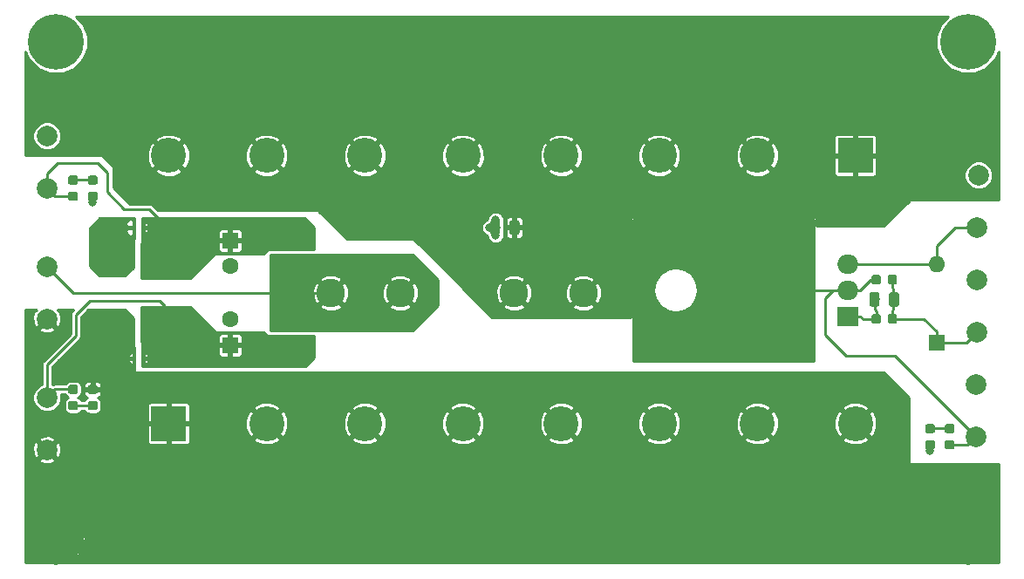
<source format=gbr>
G04 #@! TF.GenerationSoftware,KiCad,Pcbnew,5.0.2-bee76a0~70~ubuntu18.04.1*
G04 #@! TF.CreationDate,2019-06-19T23:07:38-07:00*
G04 #@! TF.ProjectId,aa-power,61612d70-6f77-4657-922e-6b696361645f,rev?*
G04 #@! TF.SameCoordinates,Original*
G04 #@! TF.FileFunction,Copper,L1,Top*
G04 #@! TF.FilePolarity,Positive*
%FSLAX46Y46*%
G04 Gerber Fmt 4.6, Leading zero omitted, Abs format (unit mm)*
G04 Created by KiCad (PCBNEW 5.0.2-bee76a0~70~ubuntu18.04.1) date Wed 19 Jun 2019 11:07:38 PM PDT*
%MOMM*%
%LPD*%
G01*
G04 APERTURE LIST*
G04 #@! TA.AperFunction,ComponentPad*
%ADD10R,2.000000X1.905000*%
G04 #@! TD*
G04 #@! TA.AperFunction,ComponentPad*
%ADD11O,2.000000X1.905000*%
G04 #@! TD*
G04 #@! TA.AperFunction,Conductor*
%ADD12C,0.100000*%
G04 #@! TD*
G04 #@! TA.AperFunction,SMDPad,CuDef*
%ADD13C,0.975000*%
G04 #@! TD*
G04 #@! TA.AperFunction,ComponentPad*
%ADD14C,1.600000*%
G04 #@! TD*
G04 #@! TA.AperFunction,ComponentPad*
%ADD15R,1.600000X1.600000*%
G04 #@! TD*
G04 #@! TA.AperFunction,ComponentPad*
%ADD16C,0.800000*%
G04 #@! TD*
G04 #@! TA.AperFunction,ComponentPad*
%ADD17C,5.400000*%
G04 #@! TD*
G04 #@! TA.AperFunction,ComponentPad*
%ADD18C,2.000000*%
G04 #@! TD*
G04 #@! TA.AperFunction,ComponentPad*
%ADD19C,3.500120*%
G04 #@! TD*
G04 #@! TA.AperFunction,ComponentPad*
%ADD20R,3.500120X3.500120*%
G04 #@! TD*
G04 #@! TA.AperFunction,ComponentPad*
%ADD21O,1.600000X1.600000*%
G04 #@! TD*
G04 #@! TA.AperFunction,SMDPad,CuDef*
%ADD22C,0.875000*%
G04 #@! TD*
G04 #@! TA.AperFunction,SMDPad,CuDef*
%ADD23R,2.100000X1.400000*%
G04 #@! TD*
G04 #@! TA.AperFunction,SMDPad,CuDef*
%ADD24R,0.300000X0.400000*%
G04 #@! TD*
G04 #@! TA.AperFunction,ComponentPad*
%ADD25C,2.780000*%
G04 #@! TD*
G04 #@! TA.AperFunction,ComponentPad*
%ADD26C,3.400000*%
G04 #@! TD*
G04 #@! TA.AperFunction,ComponentPad*
%ADD27R,3.400000X3.400000*%
G04 #@! TD*
G04 #@! TA.AperFunction,ViaPad*
%ADD28C,0.800000*%
G04 #@! TD*
G04 #@! TA.AperFunction,Conductor*
%ADD29C,0.508000*%
G04 #@! TD*
G04 #@! TA.AperFunction,Conductor*
%ADD30C,0.254000*%
G04 #@! TD*
G04 APERTURE END LIST*
D10*
G04 #@! TO.P,Q1,1*
G04 #@! TO.N,GND*
X181842162Y-102592621D03*
D11*
G04 #@! TO.P,Q1,2*
G04 #@! TO.N,/+12V*
X181842162Y-100052621D03*
G04 #@! TO.P,Q1,3*
G04 #@! TO.N,Net-(D8-Pad2)*
X181842162Y-97512621D03*
G04 #@! TD*
D12*
G04 #@! TO.N,Net-(C4-Pad1)*
G04 #@! TO.C,C4*
G36*
X186625142Y-100266174D02*
X186648803Y-100269684D01*
X186672007Y-100275496D01*
X186694529Y-100283554D01*
X186716153Y-100293782D01*
X186736670Y-100306079D01*
X186755883Y-100320329D01*
X186773607Y-100336393D01*
X186789671Y-100354117D01*
X186803921Y-100373330D01*
X186816218Y-100393847D01*
X186826446Y-100415471D01*
X186834504Y-100437993D01*
X186840316Y-100461197D01*
X186843826Y-100484858D01*
X186845000Y-100508750D01*
X186845000Y-101421250D01*
X186843826Y-101445142D01*
X186840316Y-101468803D01*
X186834504Y-101492007D01*
X186826446Y-101514529D01*
X186816218Y-101536153D01*
X186803921Y-101556670D01*
X186789671Y-101575883D01*
X186773607Y-101593607D01*
X186755883Y-101609671D01*
X186736670Y-101623921D01*
X186716153Y-101636218D01*
X186694529Y-101646446D01*
X186672007Y-101654504D01*
X186648803Y-101660316D01*
X186625142Y-101663826D01*
X186601250Y-101665000D01*
X186113750Y-101665000D01*
X186089858Y-101663826D01*
X186066197Y-101660316D01*
X186042993Y-101654504D01*
X186020471Y-101646446D01*
X185998847Y-101636218D01*
X185978330Y-101623921D01*
X185959117Y-101609671D01*
X185941393Y-101593607D01*
X185925329Y-101575883D01*
X185911079Y-101556670D01*
X185898782Y-101536153D01*
X185888554Y-101514529D01*
X185880496Y-101492007D01*
X185874684Y-101468803D01*
X185871174Y-101445142D01*
X185870000Y-101421250D01*
X185870000Y-100508750D01*
X185871174Y-100484858D01*
X185874684Y-100461197D01*
X185880496Y-100437993D01*
X185888554Y-100415471D01*
X185898782Y-100393847D01*
X185911079Y-100373330D01*
X185925329Y-100354117D01*
X185941393Y-100336393D01*
X185959117Y-100320329D01*
X185978330Y-100306079D01*
X185998847Y-100293782D01*
X186020471Y-100283554D01*
X186042993Y-100275496D01*
X186066197Y-100269684D01*
X186089858Y-100266174D01*
X186113750Y-100265000D01*
X186601250Y-100265000D01*
X186625142Y-100266174D01*
X186625142Y-100266174D01*
G37*
D13*
G04 #@! TD*
G04 #@! TO.P,C4,1*
G04 #@! TO.N,Net-(C4-Pad1)*
X186357500Y-100965000D03*
D12*
G04 #@! TO.N,GND*
G04 #@! TO.C,C4*
G36*
X184750142Y-100266174D02*
X184773803Y-100269684D01*
X184797007Y-100275496D01*
X184819529Y-100283554D01*
X184841153Y-100293782D01*
X184861670Y-100306079D01*
X184880883Y-100320329D01*
X184898607Y-100336393D01*
X184914671Y-100354117D01*
X184928921Y-100373330D01*
X184941218Y-100393847D01*
X184951446Y-100415471D01*
X184959504Y-100437993D01*
X184965316Y-100461197D01*
X184968826Y-100484858D01*
X184970000Y-100508750D01*
X184970000Y-101421250D01*
X184968826Y-101445142D01*
X184965316Y-101468803D01*
X184959504Y-101492007D01*
X184951446Y-101514529D01*
X184941218Y-101536153D01*
X184928921Y-101556670D01*
X184914671Y-101575883D01*
X184898607Y-101593607D01*
X184880883Y-101609671D01*
X184861670Y-101623921D01*
X184841153Y-101636218D01*
X184819529Y-101646446D01*
X184797007Y-101654504D01*
X184773803Y-101660316D01*
X184750142Y-101663826D01*
X184726250Y-101665000D01*
X184238750Y-101665000D01*
X184214858Y-101663826D01*
X184191197Y-101660316D01*
X184167993Y-101654504D01*
X184145471Y-101646446D01*
X184123847Y-101636218D01*
X184103330Y-101623921D01*
X184084117Y-101609671D01*
X184066393Y-101593607D01*
X184050329Y-101575883D01*
X184036079Y-101556670D01*
X184023782Y-101536153D01*
X184013554Y-101514529D01*
X184005496Y-101492007D01*
X183999684Y-101468803D01*
X183996174Y-101445142D01*
X183995000Y-101421250D01*
X183995000Y-100508750D01*
X183996174Y-100484858D01*
X183999684Y-100461197D01*
X184005496Y-100437993D01*
X184013554Y-100415471D01*
X184023782Y-100393847D01*
X184036079Y-100373330D01*
X184050329Y-100354117D01*
X184066393Y-100336393D01*
X184084117Y-100320329D01*
X184103330Y-100306079D01*
X184123847Y-100293782D01*
X184145471Y-100283554D01*
X184167993Y-100275496D01*
X184191197Y-100269684D01*
X184214858Y-100266174D01*
X184238750Y-100265000D01*
X184726250Y-100265000D01*
X184750142Y-100266174D01*
X184750142Y-100266174D01*
G37*
D13*
G04 #@! TD*
G04 #@! TO.P,C4,2*
G04 #@! TO.N,GND*
X184482500Y-100965000D03*
D14*
G04 #@! TO.P,C2,2*
G04 #@! TO.N,GND*
X121920000Y-102910000D03*
D15*
G04 #@! TO.P,C2,1*
G04 #@! TO.N,Net-(C2-Pad1)*
X121920000Y-105410000D03*
G04 #@! TD*
G04 #@! TO.P,C1,1*
G04 #@! TO.N,Net-(C1-Pad1)*
X121920000Y-95250000D03*
D14*
G04 #@! TO.P,C1,2*
G04 #@! TO.N,GND*
X121920000Y-97750000D03*
G04 #@! TD*
D16*
G04 #@! TO.P,H1,1*
G04 #@! TO.N,GND*
X194979891Y-74514109D03*
X193548000Y-73921000D03*
X192116109Y-74514109D03*
X191523000Y-75946000D03*
X192116109Y-77377891D03*
X193548000Y-77971000D03*
X194979891Y-77377891D03*
X195573000Y-75946000D03*
D17*
X193548000Y-75946000D03*
G04 #@! TD*
G04 #@! TO.P,H2,1*
G04 #@! TO.N,GND*
X105029000Y-75946000D03*
D16*
X107054000Y-75946000D03*
X106460891Y-77377891D03*
X105029000Y-77971000D03*
X103597109Y-77377891D03*
X103004000Y-75946000D03*
X103597109Y-74514109D03*
X105029000Y-73921000D03*
X106460891Y-74514109D03*
G04 #@! TD*
G04 #@! TO.P,H3,1*
G04 #@! TO.N,GND*
X106460891Y-122647109D03*
X105029000Y-122054000D03*
X103597109Y-122647109D03*
X103004000Y-124079000D03*
X103597109Y-125510891D03*
X105029000Y-126104000D03*
X106460891Y-125510891D03*
X107054000Y-124079000D03*
D17*
X105029000Y-124079000D03*
G04 #@! TD*
G04 #@! TO.P,H4,1*
G04 #@! TO.N,GND*
X193548000Y-124079000D03*
D16*
X195573000Y-124079000D03*
X194979891Y-125510891D03*
X193548000Y-126104000D03*
X192116109Y-125510891D03*
X191523000Y-124079000D03*
X192116109Y-122647109D03*
X193548000Y-122054000D03*
X194979891Y-122647109D03*
G04 #@! TD*
D18*
G04 #@! TO.P,TP12,1*
G04 #@! TO.N,GND*
X194564000Y-88900000D03*
G04 #@! TD*
G04 #@! TO.P,TP7,1*
G04 #@! TO.N,/+12V*
X194310000Y-114300000D03*
G04 #@! TD*
G04 #@! TO.P,TP8,1*
G04 #@! TO.N,GND*
X194310000Y-109220000D03*
G04 #@! TD*
G04 #@! TO.P,TP9,1*
G04 #@! TO.N,Net-(C4-Pad1)*
X194437000Y-104140000D03*
G04 #@! TD*
G04 #@! TO.P,TP10,1*
G04 #@! TO.N,GND*
X194437000Y-99060000D03*
G04 #@! TD*
G04 #@! TO.P,TP11,1*
G04 #@! TO.N,Net-(D8-Pad2)*
X194437000Y-93980000D03*
G04 #@! TD*
D12*
G04 #@! TO.N,/+12V*
G04 #@! TO.C,C3*
G36*
X149795142Y-93281174D02*
X149818803Y-93284684D01*
X149842007Y-93290496D01*
X149864529Y-93298554D01*
X149886153Y-93308782D01*
X149906670Y-93321079D01*
X149925883Y-93335329D01*
X149943607Y-93351393D01*
X149959671Y-93369117D01*
X149973921Y-93388330D01*
X149986218Y-93408847D01*
X149996446Y-93430471D01*
X150004504Y-93452993D01*
X150010316Y-93476197D01*
X150013826Y-93499858D01*
X150015000Y-93523750D01*
X150015000Y-94436250D01*
X150013826Y-94460142D01*
X150010316Y-94483803D01*
X150004504Y-94507007D01*
X149996446Y-94529529D01*
X149986218Y-94551153D01*
X149973921Y-94571670D01*
X149959671Y-94590883D01*
X149943607Y-94608607D01*
X149925883Y-94624671D01*
X149906670Y-94638921D01*
X149886153Y-94651218D01*
X149864529Y-94661446D01*
X149842007Y-94669504D01*
X149818803Y-94675316D01*
X149795142Y-94678826D01*
X149771250Y-94680000D01*
X149283750Y-94680000D01*
X149259858Y-94678826D01*
X149236197Y-94675316D01*
X149212993Y-94669504D01*
X149190471Y-94661446D01*
X149168847Y-94651218D01*
X149148330Y-94638921D01*
X149129117Y-94624671D01*
X149111393Y-94608607D01*
X149095329Y-94590883D01*
X149081079Y-94571670D01*
X149068782Y-94551153D01*
X149058554Y-94529529D01*
X149050496Y-94507007D01*
X149044684Y-94483803D01*
X149041174Y-94460142D01*
X149040000Y-94436250D01*
X149040000Y-93523750D01*
X149041174Y-93499858D01*
X149044684Y-93476197D01*
X149050496Y-93452993D01*
X149058554Y-93430471D01*
X149068782Y-93408847D01*
X149081079Y-93388330D01*
X149095329Y-93369117D01*
X149111393Y-93351393D01*
X149129117Y-93335329D01*
X149148330Y-93321079D01*
X149168847Y-93308782D01*
X149190471Y-93298554D01*
X149212993Y-93290496D01*
X149236197Y-93284684D01*
X149259858Y-93281174D01*
X149283750Y-93280000D01*
X149771250Y-93280000D01*
X149795142Y-93281174D01*
X149795142Y-93281174D01*
G37*
D13*
G04 #@! TD*
G04 #@! TO.P,C3,1*
G04 #@! TO.N,/+12V*
X149527500Y-93980000D03*
D12*
G04 #@! TO.N,GND*
G04 #@! TO.C,C3*
G36*
X147920142Y-93281174D02*
X147943803Y-93284684D01*
X147967007Y-93290496D01*
X147989529Y-93298554D01*
X148011153Y-93308782D01*
X148031670Y-93321079D01*
X148050883Y-93335329D01*
X148068607Y-93351393D01*
X148084671Y-93369117D01*
X148098921Y-93388330D01*
X148111218Y-93408847D01*
X148121446Y-93430471D01*
X148129504Y-93452993D01*
X148135316Y-93476197D01*
X148138826Y-93499858D01*
X148140000Y-93523750D01*
X148140000Y-94436250D01*
X148138826Y-94460142D01*
X148135316Y-94483803D01*
X148129504Y-94507007D01*
X148121446Y-94529529D01*
X148111218Y-94551153D01*
X148098921Y-94571670D01*
X148084671Y-94590883D01*
X148068607Y-94608607D01*
X148050883Y-94624671D01*
X148031670Y-94638921D01*
X148011153Y-94651218D01*
X147989529Y-94661446D01*
X147967007Y-94669504D01*
X147943803Y-94675316D01*
X147920142Y-94678826D01*
X147896250Y-94680000D01*
X147408750Y-94680000D01*
X147384858Y-94678826D01*
X147361197Y-94675316D01*
X147337993Y-94669504D01*
X147315471Y-94661446D01*
X147293847Y-94651218D01*
X147273330Y-94638921D01*
X147254117Y-94624671D01*
X147236393Y-94608607D01*
X147220329Y-94590883D01*
X147206079Y-94571670D01*
X147193782Y-94551153D01*
X147183554Y-94529529D01*
X147175496Y-94507007D01*
X147169684Y-94483803D01*
X147166174Y-94460142D01*
X147165000Y-94436250D01*
X147165000Y-93523750D01*
X147166174Y-93499858D01*
X147169684Y-93476197D01*
X147175496Y-93452993D01*
X147183554Y-93430471D01*
X147193782Y-93408847D01*
X147206079Y-93388330D01*
X147220329Y-93369117D01*
X147236393Y-93351393D01*
X147254117Y-93335329D01*
X147273330Y-93321079D01*
X147293847Y-93308782D01*
X147315471Y-93298554D01*
X147337993Y-93290496D01*
X147361197Y-93284684D01*
X147384858Y-93281174D01*
X147408750Y-93280000D01*
X147896250Y-93280000D01*
X147920142Y-93281174D01*
X147920142Y-93281174D01*
G37*
D13*
G04 #@! TD*
G04 #@! TO.P,C3,2*
G04 #@! TO.N,GND*
X147652500Y-93980000D03*
D19*
G04 #@! TO.P,CN1,2*
G04 #@! TO.N,GND*
X110490000Y-96520000D03*
D20*
G04 #@! TO.P,CN1,1*
G04 #@! TO.N,Net-(C1-Pad1)*
X115570000Y-96520000D03*
G04 #@! TD*
G04 #@! TO.P,CN2,1*
G04 #@! TO.N,Net-(C2-Pad1)*
X115570000Y-104140000D03*
D19*
G04 #@! TO.P,CN2,2*
G04 #@! TO.N,GND*
X110490000Y-104140000D03*
G04 #@! TD*
D15*
G04 #@! TO.P,D8,1*
G04 #@! TO.N,Net-(C4-Pad1)*
X190500000Y-105156000D03*
D21*
G04 #@! TO.P,D8,2*
G04 #@! TO.N,Net-(D8-Pad2)*
X190500000Y-97536000D03*
G04 #@! TD*
D12*
G04 #@! TO.N,Net-(D3-Pad1)*
G04 #@! TO.C,D3*
G36*
X106957691Y-88946053D02*
X106978926Y-88949203D01*
X106999750Y-88954419D01*
X107019962Y-88961651D01*
X107039368Y-88970830D01*
X107057781Y-88981866D01*
X107075024Y-88994654D01*
X107090930Y-89009070D01*
X107105346Y-89024976D01*
X107118134Y-89042219D01*
X107129170Y-89060632D01*
X107138349Y-89080038D01*
X107145581Y-89100250D01*
X107150797Y-89121074D01*
X107153947Y-89142309D01*
X107155000Y-89163750D01*
X107155000Y-89601250D01*
X107153947Y-89622691D01*
X107150797Y-89643926D01*
X107145581Y-89664750D01*
X107138349Y-89684962D01*
X107129170Y-89704368D01*
X107118134Y-89722781D01*
X107105346Y-89740024D01*
X107090930Y-89755930D01*
X107075024Y-89770346D01*
X107057781Y-89783134D01*
X107039368Y-89794170D01*
X107019962Y-89803349D01*
X106999750Y-89810581D01*
X106978926Y-89815797D01*
X106957691Y-89818947D01*
X106936250Y-89820000D01*
X106423750Y-89820000D01*
X106402309Y-89818947D01*
X106381074Y-89815797D01*
X106360250Y-89810581D01*
X106340038Y-89803349D01*
X106320632Y-89794170D01*
X106302219Y-89783134D01*
X106284976Y-89770346D01*
X106269070Y-89755930D01*
X106254654Y-89740024D01*
X106241866Y-89722781D01*
X106230830Y-89704368D01*
X106221651Y-89684962D01*
X106214419Y-89664750D01*
X106209203Y-89643926D01*
X106206053Y-89622691D01*
X106205000Y-89601250D01*
X106205000Y-89163750D01*
X106206053Y-89142309D01*
X106209203Y-89121074D01*
X106214419Y-89100250D01*
X106221651Y-89080038D01*
X106230830Y-89060632D01*
X106241866Y-89042219D01*
X106254654Y-89024976D01*
X106269070Y-89009070D01*
X106284976Y-88994654D01*
X106302219Y-88981866D01*
X106320632Y-88970830D01*
X106340038Y-88961651D01*
X106360250Y-88954419D01*
X106381074Y-88949203D01*
X106402309Y-88946053D01*
X106423750Y-88945000D01*
X106936250Y-88945000D01*
X106957691Y-88946053D01*
X106957691Y-88946053D01*
G37*
D22*
G04 #@! TD*
G04 #@! TO.P,D3,1*
G04 #@! TO.N,Net-(D3-Pad1)*
X106680000Y-89382500D03*
D12*
G04 #@! TO.N,Net-(C1-Pad1)*
G04 #@! TO.C,D3*
G36*
X106957691Y-90521053D02*
X106978926Y-90524203D01*
X106999750Y-90529419D01*
X107019962Y-90536651D01*
X107039368Y-90545830D01*
X107057781Y-90556866D01*
X107075024Y-90569654D01*
X107090930Y-90584070D01*
X107105346Y-90599976D01*
X107118134Y-90617219D01*
X107129170Y-90635632D01*
X107138349Y-90655038D01*
X107145581Y-90675250D01*
X107150797Y-90696074D01*
X107153947Y-90717309D01*
X107155000Y-90738750D01*
X107155000Y-91176250D01*
X107153947Y-91197691D01*
X107150797Y-91218926D01*
X107145581Y-91239750D01*
X107138349Y-91259962D01*
X107129170Y-91279368D01*
X107118134Y-91297781D01*
X107105346Y-91315024D01*
X107090930Y-91330930D01*
X107075024Y-91345346D01*
X107057781Y-91358134D01*
X107039368Y-91369170D01*
X107019962Y-91378349D01*
X106999750Y-91385581D01*
X106978926Y-91390797D01*
X106957691Y-91393947D01*
X106936250Y-91395000D01*
X106423750Y-91395000D01*
X106402309Y-91393947D01*
X106381074Y-91390797D01*
X106360250Y-91385581D01*
X106340038Y-91378349D01*
X106320632Y-91369170D01*
X106302219Y-91358134D01*
X106284976Y-91345346D01*
X106269070Y-91330930D01*
X106254654Y-91315024D01*
X106241866Y-91297781D01*
X106230830Y-91279368D01*
X106221651Y-91259962D01*
X106214419Y-91239750D01*
X106209203Y-91218926D01*
X106206053Y-91197691D01*
X106205000Y-91176250D01*
X106205000Y-90738750D01*
X106206053Y-90717309D01*
X106209203Y-90696074D01*
X106214419Y-90675250D01*
X106221651Y-90655038D01*
X106230830Y-90635632D01*
X106241866Y-90617219D01*
X106254654Y-90599976D01*
X106269070Y-90584070D01*
X106284976Y-90569654D01*
X106302219Y-90556866D01*
X106320632Y-90545830D01*
X106340038Y-90536651D01*
X106360250Y-90529419D01*
X106381074Y-90524203D01*
X106402309Y-90521053D01*
X106423750Y-90520000D01*
X106936250Y-90520000D01*
X106957691Y-90521053D01*
X106957691Y-90521053D01*
G37*
D22*
G04 #@! TD*
G04 #@! TO.P,D3,2*
G04 #@! TO.N,Net-(C1-Pad1)*
X106680000Y-90957500D03*
D12*
G04 #@! TO.N,Net-(C2-Pad1)*
G04 #@! TO.C,D4*
G36*
X106957691Y-109266053D02*
X106978926Y-109269203D01*
X106999750Y-109274419D01*
X107019962Y-109281651D01*
X107039368Y-109290830D01*
X107057781Y-109301866D01*
X107075024Y-109314654D01*
X107090930Y-109329070D01*
X107105346Y-109344976D01*
X107118134Y-109362219D01*
X107129170Y-109380632D01*
X107138349Y-109400038D01*
X107145581Y-109420250D01*
X107150797Y-109441074D01*
X107153947Y-109462309D01*
X107155000Y-109483750D01*
X107155000Y-109921250D01*
X107153947Y-109942691D01*
X107150797Y-109963926D01*
X107145581Y-109984750D01*
X107138349Y-110004962D01*
X107129170Y-110024368D01*
X107118134Y-110042781D01*
X107105346Y-110060024D01*
X107090930Y-110075930D01*
X107075024Y-110090346D01*
X107057781Y-110103134D01*
X107039368Y-110114170D01*
X107019962Y-110123349D01*
X106999750Y-110130581D01*
X106978926Y-110135797D01*
X106957691Y-110138947D01*
X106936250Y-110140000D01*
X106423750Y-110140000D01*
X106402309Y-110138947D01*
X106381074Y-110135797D01*
X106360250Y-110130581D01*
X106340038Y-110123349D01*
X106320632Y-110114170D01*
X106302219Y-110103134D01*
X106284976Y-110090346D01*
X106269070Y-110075930D01*
X106254654Y-110060024D01*
X106241866Y-110042781D01*
X106230830Y-110024368D01*
X106221651Y-110004962D01*
X106214419Y-109984750D01*
X106209203Y-109963926D01*
X106206053Y-109942691D01*
X106205000Y-109921250D01*
X106205000Y-109483750D01*
X106206053Y-109462309D01*
X106209203Y-109441074D01*
X106214419Y-109420250D01*
X106221651Y-109400038D01*
X106230830Y-109380632D01*
X106241866Y-109362219D01*
X106254654Y-109344976D01*
X106269070Y-109329070D01*
X106284976Y-109314654D01*
X106302219Y-109301866D01*
X106320632Y-109290830D01*
X106340038Y-109281651D01*
X106360250Y-109274419D01*
X106381074Y-109269203D01*
X106402309Y-109266053D01*
X106423750Y-109265000D01*
X106936250Y-109265000D01*
X106957691Y-109266053D01*
X106957691Y-109266053D01*
G37*
D22*
G04 #@! TD*
G04 #@! TO.P,D4,2*
G04 #@! TO.N,Net-(C2-Pad1)*
X106680000Y-109702500D03*
D12*
G04 #@! TO.N,Net-(D4-Pad1)*
G04 #@! TO.C,D4*
G36*
X106957691Y-110841053D02*
X106978926Y-110844203D01*
X106999750Y-110849419D01*
X107019962Y-110856651D01*
X107039368Y-110865830D01*
X107057781Y-110876866D01*
X107075024Y-110889654D01*
X107090930Y-110904070D01*
X107105346Y-110919976D01*
X107118134Y-110937219D01*
X107129170Y-110955632D01*
X107138349Y-110975038D01*
X107145581Y-110995250D01*
X107150797Y-111016074D01*
X107153947Y-111037309D01*
X107155000Y-111058750D01*
X107155000Y-111496250D01*
X107153947Y-111517691D01*
X107150797Y-111538926D01*
X107145581Y-111559750D01*
X107138349Y-111579962D01*
X107129170Y-111599368D01*
X107118134Y-111617781D01*
X107105346Y-111635024D01*
X107090930Y-111650930D01*
X107075024Y-111665346D01*
X107057781Y-111678134D01*
X107039368Y-111689170D01*
X107019962Y-111698349D01*
X106999750Y-111705581D01*
X106978926Y-111710797D01*
X106957691Y-111713947D01*
X106936250Y-111715000D01*
X106423750Y-111715000D01*
X106402309Y-111713947D01*
X106381074Y-111710797D01*
X106360250Y-111705581D01*
X106340038Y-111698349D01*
X106320632Y-111689170D01*
X106302219Y-111678134D01*
X106284976Y-111665346D01*
X106269070Y-111650930D01*
X106254654Y-111635024D01*
X106241866Y-111617781D01*
X106230830Y-111599368D01*
X106221651Y-111579962D01*
X106214419Y-111559750D01*
X106209203Y-111538926D01*
X106206053Y-111517691D01*
X106205000Y-111496250D01*
X106205000Y-111058750D01*
X106206053Y-111037309D01*
X106209203Y-111016074D01*
X106214419Y-110995250D01*
X106221651Y-110975038D01*
X106230830Y-110955632D01*
X106241866Y-110937219D01*
X106254654Y-110919976D01*
X106269070Y-110904070D01*
X106284976Y-110889654D01*
X106302219Y-110876866D01*
X106320632Y-110865830D01*
X106340038Y-110856651D01*
X106360250Y-110849419D01*
X106381074Y-110844203D01*
X106402309Y-110841053D01*
X106423750Y-110840000D01*
X106936250Y-110840000D01*
X106957691Y-110841053D01*
X106957691Y-110841053D01*
G37*
D22*
G04 #@! TD*
G04 #@! TO.P,D4,1*
G04 #@! TO.N,Net-(D4-Pad1)*
X106680000Y-111277500D03*
D12*
G04 #@! TO.N,Net-(D7-Pad1)*
G04 #@! TO.C,D7*
G36*
X192047691Y-113076053D02*
X192068926Y-113079203D01*
X192089750Y-113084419D01*
X192109962Y-113091651D01*
X192129368Y-113100830D01*
X192147781Y-113111866D01*
X192165024Y-113124654D01*
X192180930Y-113139070D01*
X192195346Y-113154976D01*
X192208134Y-113172219D01*
X192219170Y-113190632D01*
X192228349Y-113210038D01*
X192235581Y-113230250D01*
X192240797Y-113251074D01*
X192243947Y-113272309D01*
X192245000Y-113293750D01*
X192245000Y-113731250D01*
X192243947Y-113752691D01*
X192240797Y-113773926D01*
X192235581Y-113794750D01*
X192228349Y-113814962D01*
X192219170Y-113834368D01*
X192208134Y-113852781D01*
X192195346Y-113870024D01*
X192180930Y-113885930D01*
X192165024Y-113900346D01*
X192147781Y-113913134D01*
X192129368Y-113924170D01*
X192109962Y-113933349D01*
X192089750Y-113940581D01*
X192068926Y-113945797D01*
X192047691Y-113948947D01*
X192026250Y-113950000D01*
X191513750Y-113950000D01*
X191492309Y-113948947D01*
X191471074Y-113945797D01*
X191450250Y-113940581D01*
X191430038Y-113933349D01*
X191410632Y-113924170D01*
X191392219Y-113913134D01*
X191374976Y-113900346D01*
X191359070Y-113885930D01*
X191344654Y-113870024D01*
X191331866Y-113852781D01*
X191320830Y-113834368D01*
X191311651Y-113814962D01*
X191304419Y-113794750D01*
X191299203Y-113773926D01*
X191296053Y-113752691D01*
X191295000Y-113731250D01*
X191295000Y-113293750D01*
X191296053Y-113272309D01*
X191299203Y-113251074D01*
X191304419Y-113230250D01*
X191311651Y-113210038D01*
X191320830Y-113190632D01*
X191331866Y-113172219D01*
X191344654Y-113154976D01*
X191359070Y-113139070D01*
X191374976Y-113124654D01*
X191392219Y-113111866D01*
X191410632Y-113100830D01*
X191430038Y-113091651D01*
X191450250Y-113084419D01*
X191471074Y-113079203D01*
X191492309Y-113076053D01*
X191513750Y-113075000D01*
X192026250Y-113075000D01*
X192047691Y-113076053D01*
X192047691Y-113076053D01*
G37*
D22*
G04 #@! TD*
G04 #@! TO.P,D7,1*
G04 #@! TO.N,Net-(D7-Pad1)*
X191770000Y-113512500D03*
D12*
G04 #@! TO.N,/+12V*
G04 #@! TO.C,D7*
G36*
X192047691Y-114651053D02*
X192068926Y-114654203D01*
X192089750Y-114659419D01*
X192109962Y-114666651D01*
X192129368Y-114675830D01*
X192147781Y-114686866D01*
X192165024Y-114699654D01*
X192180930Y-114714070D01*
X192195346Y-114729976D01*
X192208134Y-114747219D01*
X192219170Y-114765632D01*
X192228349Y-114785038D01*
X192235581Y-114805250D01*
X192240797Y-114826074D01*
X192243947Y-114847309D01*
X192245000Y-114868750D01*
X192245000Y-115306250D01*
X192243947Y-115327691D01*
X192240797Y-115348926D01*
X192235581Y-115369750D01*
X192228349Y-115389962D01*
X192219170Y-115409368D01*
X192208134Y-115427781D01*
X192195346Y-115445024D01*
X192180930Y-115460930D01*
X192165024Y-115475346D01*
X192147781Y-115488134D01*
X192129368Y-115499170D01*
X192109962Y-115508349D01*
X192089750Y-115515581D01*
X192068926Y-115520797D01*
X192047691Y-115523947D01*
X192026250Y-115525000D01*
X191513750Y-115525000D01*
X191492309Y-115523947D01*
X191471074Y-115520797D01*
X191450250Y-115515581D01*
X191430038Y-115508349D01*
X191410632Y-115499170D01*
X191392219Y-115488134D01*
X191374976Y-115475346D01*
X191359070Y-115460930D01*
X191344654Y-115445024D01*
X191331866Y-115427781D01*
X191320830Y-115409368D01*
X191311651Y-115389962D01*
X191304419Y-115369750D01*
X191299203Y-115348926D01*
X191296053Y-115327691D01*
X191295000Y-115306250D01*
X191295000Y-114868750D01*
X191296053Y-114847309D01*
X191299203Y-114826074D01*
X191304419Y-114805250D01*
X191311651Y-114785038D01*
X191320830Y-114765632D01*
X191331866Y-114747219D01*
X191344654Y-114729976D01*
X191359070Y-114714070D01*
X191374976Y-114699654D01*
X191392219Y-114686866D01*
X191410632Y-114675830D01*
X191430038Y-114666651D01*
X191450250Y-114659419D01*
X191471074Y-114654203D01*
X191492309Y-114651053D01*
X191513750Y-114650000D01*
X192026250Y-114650000D01*
X192047691Y-114651053D01*
X192047691Y-114651053D01*
G37*
D22*
G04 #@! TD*
G04 #@! TO.P,D7,2*
G04 #@! TO.N,/+12V*
X191770000Y-115087500D03*
D12*
G04 #@! TO.N,Net-(C4-Pad1)*
G04 #@! TO.C,R5*
G36*
X186447691Y-102396053D02*
X186468926Y-102399203D01*
X186489750Y-102404419D01*
X186509962Y-102411651D01*
X186529368Y-102420830D01*
X186547781Y-102431866D01*
X186565024Y-102444654D01*
X186580930Y-102459070D01*
X186595346Y-102474976D01*
X186608134Y-102492219D01*
X186619170Y-102510632D01*
X186628349Y-102530038D01*
X186635581Y-102550250D01*
X186640797Y-102571074D01*
X186643947Y-102592309D01*
X186645000Y-102613750D01*
X186645000Y-103126250D01*
X186643947Y-103147691D01*
X186640797Y-103168926D01*
X186635581Y-103189750D01*
X186628349Y-103209962D01*
X186619170Y-103229368D01*
X186608134Y-103247781D01*
X186595346Y-103265024D01*
X186580930Y-103280930D01*
X186565024Y-103295346D01*
X186547781Y-103308134D01*
X186529368Y-103319170D01*
X186509962Y-103328349D01*
X186489750Y-103335581D01*
X186468926Y-103340797D01*
X186447691Y-103343947D01*
X186426250Y-103345000D01*
X185988750Y-103345000D01*
X185967309Y-103343947D01*
X185946074Y-103340797D01*
X185925250Y-103335581D01*
X185905038Y-103328349D01*
X185885632Y-103319170D01*
X185867219Y-103308134D01*
X185849976Y-103295346D01*
X185834070Y-103280930D01*
X185819654Y-103265024D01*
X185806866Y-103247781D01*
X185795830Y-103229368D01*
X185786651Y-103209962D01*
X185779419Y-103189750D01*
X185774203Y-103168926D01*
X185771053Y-103147691D01*
X185770000Y-103126250D01*
X185770000Y-102613750D01*
X185771053Y-102592309D01*
X185774203Y-102571074D01*
X185779419Y-102550250D01*
X185786651Y-102530038D01*
X185795830Y-102510632D01*
X185806866Y-102492219D01*
X185819654Y-102474976D01*
X185834070Y-102459070D01*
X185849976Y-102444654D01*
X185867219Y-102431866D01*
X185885632Y-102420830D01*
X185905038Y-102411651D01*
X185925250Y-102404419D01*
X185946074Y-102399203D01*
X185967309Y-102396053D01*
X185988750Y-102395000D01*
X186426250Y-102395000D01*
X186447691Y-102396053D01*
X186447691Y-102396053D01*
G37*
D22*
G04 #@! TD*
G04 #@! TO.P,R5,1*
G04 #@! TO.N,Net-(C4-Pad1)*
X186207500Y-102870000D03*
D12*
G04 #@! TO.N,GND*
G04 #@! TO.C,R5*
G36*
X184872691Y-102396053D02*
X184893926Y-102399203D01*
X184914750Y-102404419D01*
X184934962Y-102411651D01*
X184954368Y-102420830D01*
X184972781Y-102431866D01*
X184990024Y-102444654D01*
X185005930Y-102459070D01*
X185020346Y-102474976D01*
X185033134Y-102492219D01*
X185044170Y-102510632D01*
X185053349Y-102530038D01*
X185060581Y-102550250D01*
X185065797Y-102571074D01*
X185068947Y-102592309D01*
X185070000Y-102613750D01*
X185070000Y-103126250D01*
X185068947Y-103147691D01*
X185065797Y-103168926D01*
X185060581Y-103189750D01*
X185053349Y-103209962D01*
X185044170Y-103229368D01*
X185033134Y-103247781D01*
X185020346Y-103265024D01*
X185005930Y-103280930D01*
X184990024Y-103295346D01*
X184972781Y-103308134D01*
X184954368Y-103319170D01*
X184934962Y-103328349D01*
X184914750Y-103335581D01*
X184893926Y-103340797D01*
X184872691Y-103343947D01*
X184851250Y-103345000D01*
X184413750Y-103345000D01*
X184392309Y-103343947D01*
X184371074Y-103340797D01*
X184350250Y-103335581D01*
X184330038Y-103328349D01*
X184310632Y-103319170D01*
X184292219Y-103308134D01*
X184274976Y-103295346D01*
X184259070Y-103280930D01*
X184244654Y-103265024D01*
X184231866Y-103247781D01*
X184220830Y-103229368D01*
X184211651Y-103209962D01*
X184204419Y-103189750D01*
X184199203Y-103168926D01*
X184196053Y-103147691D01*
X184195000Y-103126250D01*
X184195000Y-102613750D01*
X184196053Y-102592309D01*
X184199203Y-102571074D01*
X184204419Y-102550250D01*
X184211651Y-102530038D01*
X184220830Y-102510632D01*
X184231866Y-102492219D01*
X184244654Y-102474976D01*
X184259070Y-102459070D01*
X184274976Y-102444654D01*
X184292219Y-102431866D01*
X184310632Y-102420830D01*
X184330038Y-102411651D01*
X184350250Y-102404419D01*
X184371074Y-102399203D01*
X184392309Y-102396053D01*
X184413750Y-102395000D01*
X184851250Y-102395000D01*
X184872691Y-102396053D01*
X184872691Y-102396053D01*
G37*
D22*
G04 #@! TD*
G04 #@! TO.P,R5,2*
G04 #@! TO.N,GND*
X184632500Y-102870000D03*
D12*
G04 #@! TO.N,Net-(C4-Pad1)*
G04 #@! TO.C,R4*
G36*
X186447691Y-98586053D02*
X186468926Y-98589203D01*
X186489750Y-98594419D01*
X186509962Y-98601651D01*
X186529368Y-98610830D01*
X186547781Y-98621866D01*
X186565024Y-98634654D01*
X186580930Y-98649070D01*
X186595346Y-98664976D01*
X186608134Y-98682219D01*
X186619170Y-98700632D01*
X186628349Y-98720038D01*
X186635581Y-98740250D01*
X186640797Y-98761074D01*
X186643947Y-98782309D01*
X186645000Y-98803750D01*
X186645000Y-99316250D01*
X186643947Y-99337691D01*
X186640797Y-99358926D01*
X186635581Y-99379750D01*
X186628349Y-99399962D01*
X186619170Y-99419368D01*
X186608134Y-99437781D01*
X186595346Y-99455024D01*
X186580930Y-99470930D01*
X186565024Y-99485346D01*
X186547781Y-99498134D01*
X186529368Y-99509170D01*
X186509962Y-99518349D01*
X186489750Y-99525581D01*
X186468926Y-99530797D01*
X186447691Y-99533947D01*
X186426250Y-99535000D01*
X185988750Y-99535000D01*
X185967309Y-99533947D01*
X185946074Y-99530797D01*
X185925250Y-99525581D01*
X185905038Y-99518349D01*
X185885632Y-99509170D01*
X185867219Y-99498134D01*
X185849976Y-99485346D01*
X185834070Y-99470930D01*
X185819654Y-99455024D01*
X185806866Y-99437781D01*
X185795830Y-99419368D01*
X185786651Y-99399962D01*
X185779419Y-99379750D01*
X185774203Y-99358926D01*
X185771053Y-99337691D01*
X185770000Y-99316250D01*
X185770000Y-98803750D01*
X185771053Y-98782309D01*
X185774203Y-98761074D01*
X185779419Y-98740250D01*
X185786651Y-98720038D01*
X185795830Y-98700632D01*
X185806866Y-98682219D01*
X185819654Y-98664976D01*
X185834070Y-98649070D01*
X185849976Y-98634654D01*
X185867219Y-98621866D01*
X185885632Y-98610830D01*
X185905038Y-98601651D01*
X185925250Y-98594419D01*
X185946074Y-98589203D01*
X185967309Y-98586053D01*
X185988750Y-98585000D01*
X186426250Y-98585000D01*
X186447691Y-98586053D01*
X186447691Y-98586053D01*
G37*
D22*
G04 #@! TD*
G04 #@! TO.P,R4,2*
G04 #@! TO.N,Net-(C4-Pad1)*
X186207500Y-99060000D03*
D12*
G04 #@! TO.N,/+12V*
G04 #@! TO.C,R4*
G36*
X184872691Y-98586053D02*
X184893926Y-98589203D01*
X184914750Y-98594419D01*
X184934962Y-98601651D01*
X184954368Y-98610830D01*
X184972781Y-98621866D01*
X184990024Y-98634654D01*
X185005930Y-98649070D01*
X185020346Y-98664976D01*
X185033134Y-98682219D01*
X185044170Y-98700632D01*
X185053349Y-98720038D01*
X185060581Y-98740250D01*
X185065797Y-98761074D01*
X185068947Y-98782309D01*
X185070000Y-98803750D01*
X185070000Y-99316250D01*
X185068947Y-99337691D01*
X185065797Y-99358926D01*
X185060581Y-99379750D01*
X185053349Y-99399962D01*
X185044170Y-99419368D01*
X185033134Y-99437781D01*
X185020346Y-99455024D01*
X185005930Y-99470930D01*
X184990024Y-99485346D01*
X184972781Y-99498134D01*
X184954368Y-99509170D01*
X184934962Y-99518349D01*
X184914750Y-99525581D01*
X184893926Y-99530797D01*
X184872691Y-99533947D01*
X184851250Y-99535000D01*
X184413750Y-99535000D01*
X184392309Y-99533947D01*
X184371074Y-99530797D01*
X184350250Y-99525581D01*
X184330038Y-99518349D01*
X184310632Y-99509170D01*
X184292219Y-99498134D01*
X184274976Y-99485346D01*
X184259070Y-99470930D01*
X184244654Y-99455024D01*
X184231866Y-99437781D01*
X184220830Y-99419368D01*
X184211651Y-99399962D01*
X184204419Y-99379750D01*
X184199203Y-99358926D01*
X184196053Y-99337691D01*
X184195000Y-99316250D01*
X184195000Y-98803750D01*
X184196053Y-98782309D01*
X184199203Y-98761074D01*
X184204419Y-98740250D01*
X184211651Y-98720038D01*
X184220830Y-98700632D01*
X184231866Y-98682219D01*
X184244654Y-98664976D01*
X184259070Y-98649070D01*
X184274976Y-98634654D01*
X184292219Y-98621866D01*
X184310632Y-98610830D01*
X184330038Y-98601651D01*
X184350250Y-98594419D01*
X184371074Y-98589203D01*
X184392309Y-98586053D01*
X184413750Y-98585000D01*
X184851250Y-98585000D01*
X184872691Y-98586053D01*
X184872691Y-98586053D01*
G37*
D22*
G04 #@! TD*
G04 #@! TO.P,R4,1*
G04 #@! TO.N,/+12V*
X184632500Y-99060000D03*
D12*
G04 #@! TO.N,GND*
G04 #@! TO.C,R2*
G36*
X108862691Y-109266053D02*
X108883926Y-109269203D01*
X108904750Y-109274419D01*
X108924962Y-109281651D01*
X108944368Y-109290830D01*
X108962781Y-109301866D01*
X108980024Y-109314654D01*
X108995930Y-109329070D01*
X109010346Y-109344976D01*
X109023134Y-109362219D01*
X109034170Y-109380632D01*
X109043349Y-109400038D01*
X109050581Y-109420250D01*
X109055797Y-109441074D01*
X109058947Y-109462309D01*
X109060000Y-109483750D01*
X109060000Y-109921250D01*
X109058947Y-109942691D01*
X109055797Y-109963926D01*
X109050581Y-109984750D01*
X109043349Y-110004962D01*
X109034170Y-110024368D01*
X109023134Y-110042781D01*
X109010346Y-110060024D01*
X108995930Y-110075930D01*
X108980024Y-110090346D01*
X108962781Y-110103134D01*
X108944368Y-110114170D01*
X108924962Y-110123349D01*
X108904750Y-110130581D01*
X108883926Y-110135797D01*
X108862691Y-110138947D01*
X108841250Y-110140000D01*
X108328750Y-110140000D01*
X108307309Y-110138947D01*
X108286074Y-110135797D01*
X108265250Y-110130581D01*
X108245038Y-110123349D01*
X108225632Y-110114170D01*
X108207219Y-110103134D01*
X108189976Y-110090346D01*
X108174070Y-110075930D01*
X108159654Y-110060024D01*
X108146866Y-110042781D01*
X108135830Y-110024368D01*
X108126651Y-110004962D01*
X108119419Y-109984750D01*
X108114203Y-109963926D01*
X108111053Y-109942691D01*
X108110000Y-109921250D01*
X108110000Y-109483750D01*
X108111053Y-109462309D01*
X108114203Y-109441074D01*
X108119419Y-109420250D01*
X108126651Y-109400038D01*
X108135830Y-109380632D01*
X108146866Y-109362219D01*
X108159654Y-109344976D01*
X108174070Y-109329070D01*
X108189976Y-109314654D01*
X108207219Y-109301866D01*
X108225632Y-109290830D01*
X108245038Y-109281651D01*
X108265250Y-109274419D01*
X108286074Y-109269203D01*
X108307309Y-109266053D01*
X108328750Y-109265000D01*
X108841250Y-109265000D01*
X108862691Y-109266053D01*
X108862691Y-109266053D01*
G37*
D22*
G04 #@! TD*
G04 #@! TO.P,R2,1*
G04 #@! TO.N,GND*
X108585000Y-109702500D03*
D12*
G04 #@! TO.N,Net-(D4-Pad1)*
G04 #@! TO.C,R2*
G36*
X108862691Y-110841053D02*
X108883926Y-110844203D01*
X108904750Y-110849419D01*
X108924962Y-110856651D01*
X108944368Y-110865830D01*
X108962781Y-110876866D01*
X108980024Y-110889654D01*
X108995930Y-110904070D01*
X109010346Y-110919976D01*
X109023134Y-110937219D01*
X109034170Y-110955632D01*
X109043349Y-110975038D01*
X109050581Y-110995250D01*
X109055797Y-111016074D01*
X109058947Y-111037309D01*
X109060000Y-111058750D01*
X109060000Y-111496250D01*
X109058947Y-111517691D01*
X109055797Y-111538926D01*
X109050581Y-111559750D01*
X109043349Y-111579962D01*
X109034170Y-111599368D01*
X109023134Y-111617781D01*
X109010346Y-111635024D01*
X108995930Y-111650930D01*
X108980024Y-111665346D01*
X108962781Y-111678134D01*
X108944368Y-111689170D01*
X108924962Y-111698349D01*
X108904750Y-111705581D01*
X108883926Y-111710797D01*
X108862691Y-111713947D01*
X108841250Y-111715000D01*
X108328750Y-111715000D01*
X108307309Y-111713947D01*
X108286074Y-111710797D01*
X108265250Y-111705581D01*
X108245038Y-111698349D01*
X108225632Y-111689170D01*
X108207219Y-111678134D01*
X108189976Y-111665346D01*
X108174070Y-111650930D01*
X108159654Y-111635024D01*
X108146866Y-111617781D01*
X108135830Y-111599368D01*
X108126651Y-111579962D01*
X108119419Y-111559750D01*
X108114203Y-111538926D01*
X108111053Y-111517691D01*
X108110000Y-111496250D01*
X108110000Y-111058750D01*
X108111053Y-111037309D01*
X108114203Y-111016074D01*
X108119419Y-110995250D01*
X108126651Y-110975038D01*
X108135830Y-110955632D01*
X108146866Y-110937219D01*
X108159654Y-110919976D01*
X108174070Y-110904070D01*
X108189976Y-110889654D01*
X108207219Y-110876866D01*
X108225632Y-110865830D01*
X108245038Y-110856651D01*
X108265250Y-110849419D01*
X108286074Y-110844203D01*
X108307309Y-110841053D01*
X108328750Y-110840000D01*
X108841250Y-110840000D01*
X108862691Y-110841053D01*
X108862691Y-110841053D01*
G37*
D22*
G04 #@! TD*
G04 #@! TO.P,R2,2*
G04 #@! TO.N,Net-(D4-Pad1)*
X108585000Y-111277500D03*
D12*
G04 #@! TO.N,Net-(D3-Pad1)*
G04 #@! TO.C,R1*
G36*
X108862691Y-88946053D02*
X108883926Y-88949203D01*
X108904750Y-88954419D01*
X108924962Y-88961651D01*
X108944368Y-88970830D01*
X108962781Y-88981866D01*
X108980024Y-88994654D01*
X108995930Y-89009070D01*
X109010346Y-89024976D01*
X109023134Y-89042219D01*
X109034170Y-89060632D01*
X109043349Y-89080038D01*
X109050581Y-89100250D01*
X109055797Y-89121074D01*
X109058947Y-89142309D01*
X109060000Y-89163750D01*
X109060000Y-89601250D01*
X109058947Y-89622691D01*
X109055797Y-89643926D01*
X109050581Y-89664750D01*
X109043349Y-89684962D01*
X109034170Y-89704368D01*
X109023134Y-89722781D01*
X109010346Y-89740024D01*
X108995930Y-89755930D01*
X108980024Y-89770346D01*
X108962781Y-89783134D01*
X108944368Y-89794170D01*
X108924962Y-89803349D01*
X108904750Y-89810581D01*
X108883926Y-89815797D01*
X108862691Y-89818947D01*
X108841250Y-89820000D01*
X108328750Y-89820000D01*
X108307309Y-89818947D01*
X108286074Y-89815797D01*
X108265250Y-89810581D01*
X108245038Y-89803349D01*
X108225632Y-89794170D01*
X108207219Y-89783134D01*
X108189976Y-89770346D01*
X108174070Y-89755930D01*
X108159654Y-89740024D01*
X108146866Y-89722781D01*
X108135830Y-89704368D01*
X108126651Y-89684962D01*
X108119419Y-89664750D01*
X108114203Y-89643926D01*
X108111053Y-89622691D01*
X108110000Y-89601250D01*
X108110000Y-89163750D01*
X108111053Y-89142309D01*
X108114203Y-89121074D01*
X108119419Y-89100250D01*
X108126651Y-89080038D01*
X108135830Y-89060632D01*
X108146866Y-89042219D01*
X108159654Y-89024976D01*
X108174070Y-89009070D01*
X108189976Y-88994654D01*
X108207219Y-88981866D01*
X108225632Y-88970830D01*
X108245038Y-88961651D01*
X108265250Y-88954419D01*
X108286074Y-88949203D01*
X108307309Y-88946053D01*
X108328750Y-88945000D01*
X108841250Y-88945000D01*
X108862691Y-88946053D01*
X108862691Y-88946053D01*
G37*
D22*
G04 #@! TD*
G04 #@! TO.P,R1,2*
G04 #@! TO.N,Net-(D3-Pad1)*
X108585000Y-89382500D03*
D12*
G04 #@! TO.N,GND*
G04 #@! TO.C,R1*
G36*
X108862691Y-90521053D02*
X108883926Y-90524203D01*
X108904750Y-90529419D01*
X108924962Y-90536651D01*
X108944368Y-90545830D01*
X108962781Y-90556866D01*
X108980024Y-90569654D01*
X108995930Y-90584070D01*
X109010346Y-90599976D01*
X109023134Y-90617219D01*
X109034170Y-90635632D01*
X109043349Y-90655038D01*
X109050581Y-90675250D01*
X109055797Y-90696074D01*
X109058947Y-90717309D01*
X109060000Y-90738750D01*
X109060000Y-91176250D01*
X109058947Y-91197691D01*
X109055797Y-91218926D01*
X109050581Y-91239750D01*
X109043349Y-91259962D01*
X109034170Y-91279368D01*
X109023134Y-91297781D01*
X109010346Y-91315024D01*
X108995930Y-91330930D01*
X108980024Y-91345346D01*
X108962781Y-91358134D01*
X108944368Y-91369170D01*
X108924962Y-91378349D01*
X108904750Y-91385581D01*
X108883926Y-91390797D01*
X108862691Y-91393947D01*
X108841250Y-91395000D01*
X108328750Y-91395000D01*
X108307309Y-91393947D01*
X108286074Y-91390797D01*
X108265250Y-91385581D01*
X108245038Y-91378349D01*
X108225632Y-91369170D01*
X108207219Y-91358134D01*
X108189976Y-91345346D01*
X108174070Y-91330930D01*
X108159654Y-91315024D01*
X108146866Y-91297781D01*
X108135830Y-91279368D01*
X108126651Y-91259962D01*
X108119419Y-91239750D01*
X108114203Y-91218926D01*
X108111053Y-91197691D01*
X108110000Y-91176250D01*
X108110000Y-90738750D01*
X108111053Y-90717309D01*
X108114203Y-90696074D01*
X108119419Y-90675250D01*
X108126651Y-90655038D01*
X108135830Y-90635632D01*
X108146866Y-90617219D01*
X108159654Y-90599976D01*
X108174070Y-90584070D01*
X108189976Y-90569654D01*
X108207219Y-90556866D01*
X108225632Y-90545830D01*
X108245038Y-90536651D01*
X108265250Y-90529419D01*
X108286074Y-90524203D01*
X108307309Y-90521053D01*
X108328750Y-90520000D01*
X108841250Y-90520000D01*
X108862691Y-90521053D01*
X108862691Y-90521053D01*
G37*
D22*
G04 #@! TD*
G04 #@! TO.P,R1,1*
G04 #@! TO.N,GND*
X108585000Y-90957500D03*
D12*
G04 #@! TO.N,GND*
G04 #@! TO.C,R3*
G36*
X190142691Y-114651053D02*
X190163926Y-114654203D01*
X190184750Y-114659419D01*
X190204962Y-114666651D01*
X190224368Y-114675830D01*
X190242781Y-114686866D01*
X190260024Y-114699654D01*
X190275930Y-114714070D01*
X190290346Y-114729976D01*
X190303134Y-114747219D01*
X190314170Y-114765632D01*
X190323349Y-114785038D01*
X190330581Y-114805250D01*
X190335797Y-114826074D01*
X190338947Y-114847309D01*
X190340000Y-114868750D01*
X190340000Y-115306250D01*
X190338947Y-115327691D01*
X190335797Y-115348926D01*
X190330581Y-115369750D01*
X190323349Y-115389962D01*
X190314170Y-115409368D01*
X190303134Y-115427781D01*
X190290346Y-115445024D01*
X190275930Y-115460930D01*
X190260024Y-115475346D01*
X190242781Y-115488134D01*
X190224368Y-115499170D01*
X190204962Y-115508349D01*
X190184750Y-115515581D01*
X190163926Y-115520797D01*
X190142691Y-115523947D01*
X190121250Y-115525000D01*
X189608750Y-115525000D01*
X189587309Y-115523947D01*
X189566074Y-115520797D01*
X189545250Y-115515581D01*
X189525038Y-115508349D01*
X189505632Y-115499170D01*
X189487219Y-115488134D01*
X189469976Y-115475346D01*
X189454070Y-115460930D01*
X189439654Y-115445024D01*
X189426866Y-115427781D01*
X189415830Y-115409368D01*
X189406651Y-115389962D01*
X189399419Y-115369750D01*
X189394203Y-115348926D01*
X189391053Y-115327691D01*
X189390000Y-115306250D01*
X189390000Y-114868750D01*
X189391053Y-114847309D01*
X189394203Y-114826074D01*
X189399419Y-114805250D01*
X189406651Y-114785038D01*
X189415830Y-114765632D01*
X189426866Y-114747219D01*
X189439654Y-114729976D01*
X189454070Y-114714070D01*
X189469976Y-114699654D01*
X189487219Y-114686866D01*
X189505632Y-114675830D01*
X189525038Y-114666651D01*
X189545250Y-114659419D01*
X189566074Y-114654203D01*
X189587309Y-114651053D01*
X189608750Y-114650000D01*
X190121250Y-114650000D01*
X190142691Y-114651053D01*
X190142691Y-114651053D01*
G37*
D22*
G04 #@! TD*
G04 #@! TO.P,R3,1*
G04 #@! TO.N,GND*
X189865000Y-115087500D03*
D12*
G04 #@! TO.N,Net-(D7-Pad1)*
G04 #@! TO.C,R3*
G36*
X190142691Y-113076053D02*
X190163926Y-113079203D01*
X190184750Y-113084419D01*
X190204962Y-113091651D01*
X190224368Y-113100830D01*
X190242781Y-113111866D01*
X190260024Y-113124654D01*
X190275930Y-113139070D01*
X190290346Y-113154976D01*
X190303134Y-113172219D01*
X190314170Y-113190632D01*
X190323349Y-113210038D01*
X190330581Y-113230250D01*
X190335797Y-113251074D01*
X190338947Y-113272309D01*
X190340000Y-113293750D01*
X190340000Y-113731250D01*
X190338947Y-113752691D01*
X190335797Y-113773926D01*
X190330581Y-113794750D01*
X190323349Y-113814962D01*
X190314170Y-113834368D01*
X190303134Y-113852781D01*
X190290346Y-113870024D01*
X190275930Y-113885930D01*
X190260024Y-113900346D01*
X190242781Y-113913134D01*
X190224368Y-113924170D01*
X190204962Y-113933349D01*
X190184750Y-113940581D01*
X190163926Y-113945797D01*
X190142691Y-113948947D01*
X190121250Y-113950000D01*
X189608750Y-113950000D01*
X189587309Y-113948947D01*
X189566074Y-113945797D01*
X189545250Y-113940581D01*
X189525038Y-113933349D01*
X189505632Y-113924170D01*
X189487219Y-113913134D01*
X189469976Y-113900346D01*
X189454070Y-113885930D01*
X189439654Y-113870024D01*
X189426866Y-113852781D01*
X189415830Y-113834368D01*
X189406651Y-113814962D01*
X189399419Y-113794750D01*
X189394203Y-113773926D01*
X189391053Y-113752691D01*
X189390000Y-113731250D01*
X189390000Y-113293750D01*
X189391053Y-113272309D01*
X189394203Y-113251074D01*
X189399419Y-113230250D01*
X189406651Y-113210038D01*
X189415830Y-113190632D01*
X189426866Y-113172219D01*
X189439654Y-113154976D01*
X189454070Y-113139070D01*
X189469976Y-113124654D01*
X189487219Y-113111866D01*
X189505632Y-113100830D01*
X189525038Y-113091651D01*
X189545250Y-113084419D01*
X189566074Y-113079203D01*
X189587309Y-113076053D01*
X189608750Y-113075000D01*
X190121250Y-113075000D01*
X190142691Y-113076053D01*
X190142691Y-113076053D01*
G37*
D22*
G04 #@! TD*
G04 #@! TO.P,R3,2*
G04 #@! TO.N,Net-(D7-Pad1)*
X189865000Y-113512500D03*
D18*
G04 #@! TO.P,TP5,1*
G04 #@! TO.N,Net-(D5-Pad1)*
X104140000Y-97790000D03*
G04 #@! TD*
G04 #@! TO.P,TP4,1*
G04 #@! TO.N,GND*
X104140000Y-115570000D03*
G04 #@! TD*
G04 #@! TO.P,TP3,1*
G04 #@! TO.N,Net-(C2-Pad1)*
X104140000Y-110490000D03*
G04 #@! TD*
G04 #@! TO.P,TP2,1*
G04 #@! TO.N,GND*
X104140000Y-85090000D03*
G04 #@! TD*
G04 #@! TO.P,TP1,1*
G04 #@! TO.N,Net-(C1-Pad1)*
X104140000Y-90170000D03*
G04 #@! TD*
G04 #@! TO.P,TP6,1*
G04 #@! TO.N,GND*
X104140000Y-102870000D03*
G04 #@! TD*
D23*
G04 #@! TO.P,D5,2*
G04 #@! TO.N,Net-(C1-Pad1)*
X127508000Y-94320000D03*
G04 #@! TO.P,D5,1*
G04 #@! TO.N,Net-(D5-Pad1)*
X127508000Y-98720000D03*
G04 #@! TD*
G04 #@! TO.P,D6,1*
G04 #@! TO.N,Net-(D5-Pad1)*
X127508000Y-101940000D03*
G04 #@! TO.P,D6,2*
G04 #@! TO.N,Net-(C2-Pad1)*
X127508000Y-106340000D03*
G04 #@! TD*
D24*
G04 #@! TO.P,D2,2*
G04 #@! TO.N,GND*
X112580000Y-106680000D03*
G04 #@! TO.P,D2,1*
G04 #@! TO.N,Net-(C2-Pad1)*
X113480000Y-106680000D03*
G04 #@! TD*
G04 #@! TO.P,D1,1*
G04 #@! TO.N,Net-(C1-Pad1)*
X113480000Y-93980000D03*
G04 #@! TO.P,D1,2*
G04 #@! TO.N,GND*
X112580000Y-93980000D03*
G04 #@! TD*
D25*
G04 #@! TO.P,F1,2*
G04 #@! TO.N,Net-(D5-Pad1)*
X131699000Y-100330000D03*
X138430000Y-100330000D03*
G04 #@! TO.P,F1,1*
G04 #@! TO.N,/+12V*
X149479000Y-100330000D03*
X156210000Y-100330000D03*
G04 #@! TD*
D26*
G04 #@! TO.P,CN3,8*
G04 #@! TO.N,/+12V*
X115951000Y-86995000D03*
G04 #@! TO.P,CN3,7*
X125476000Y-86995000D03*
G04 #@! TO.P,CN3,6*
X135001000Y-86995000D03*
G04 #@! TO.P,CN3,5*
X144531000Y-86995000D03*
G04 #@! TO.P,CN3,4*
X154051000Y-86995000D03*
G04 #@! TO.P,CN3,3*
X163576000Y-86995000D03*
G04 #@! TO.P,CN3,2*
X173106000Y-86995000D03*
D27*
G04 #@! TO.P,CN3,1*
X182626000Y-86995000D03*
G04 #@! TD*
G04 #@! TO.P,CN4,1*
G04 #@! TO.N,GND*
X115951000Y-113030000D03*
D26*
G04 #@! TO.P,CN4,2*
X125471000Y-113030000D03*
G04 #@! TO.P,CN4,3*
X135001000Y-113030000D03*
G04 #@! TO.P,CN4,4*
X144526000Y-113030000D03*
G04 #@! TO.P,CN4,5*
X154046000Y-113030000D03*
G04 #@! TO.P,CN4,6*
X163576000Y-113030000D03*
G04 #@! TO.P,CN4,7*
X173101000Y-113030000D03*
G04 #@! TO.P,CN4,8*
X182626000Y-113030000D03*
G04 #@! TD*
D28*
G04 #@! TO.N,GND*
X147701000Y-93218000D03*
X147701000Y-94742000D03*
X147066000Y-93980000D03*
X108585000Y-91567000D03*
X189865000Y-115697000D03*
G04 #@! TO.N,/+12V*
X162157162Y-93702621D03*
X167237162Y-93702621D03*
X162157162Y-96242621D03*
X164719000Y-96266000D03*
X167259000Y-96266000D03*
X167259000Y-103886000D03*
X164719000Y-103886000D03*
X163449000Y-97536000D03*
X163449000Y-102616000D03*
X162179000Y-103886000D03*
X162179000Y-101346000D03*
X162179000Y-98806000D03*
X165989000Y-102616000D03*
X165989000Y-97536000D03*
X167259000Y-98806000D03*
X167259000Y-101346000D03*
X162179000Y-106426000D03*
X167259000Y-106553000D03*
X169799000Y-105156000D03*
X169799000Y-95123000D03*
X173609000Y-105156000D03*
X173609000Y-100076000D03*
X173609000Y-95123000D03*
X177419000Y-95123000D03*
X177419000Y-100052621D03*
X177419000Y-105156000D03*
X169799000Y-98171000D03*
X169799000Y-101981000D03*
G04 #@! TD*
D29*
G04 #@! TO.N,GND*
X147652500Y-93980000D02*
X147652500Y-93266500D01*
X147652500Y-93266500D02*
X147701000Y-93218000D01*
X147652500Y-93980000D02*
X147652500Y-94693500D01*
X147652500Y-94693500D02*
X147701000Y-94742000D01*
X147652500Y-93980000D02*
X147066000Y-93980000D01*
D30*
X108585000Y-90957500D02*
X108585000Y-91567000D01*
X184482500Y-101981000D02*
X184482500Y-100965000D01*
X184658000Y-102156500D02*
X184482500Y-101981000D01*
X181842162Y-102592621D02*
X183096162Y-102592621D01*
X183096162Y-102592621D02*
X183373541Y-102870000D01*
X183373541Y-102870000D02*
X184658000Y-102870000D01*
X184658000Y-102870000D02*
X184658000Y-102156500D01*
X189865000Y-115087500D02*
X189865000Y-115697000D01*
G04 #@! TO.N,Net-(D5-Pad1)*
X104140000Y-97790000D02*
X106680000Y-100330000D01*
X106680000Y-100330000D02*
X131699000Y-100330000D01*
G04 #@! TO.N,Net-(D7-Pad1)*
X189865000Y-113512500D02*
X191871500Y-113512500D01*
X191871500Y-113512500D02*
X191897000Y-113538000D01*
G04 #@! TO.N,Net-(D3-Pad1)*
X106680000Y-89382500D02*
X108559500Y-89382500D01*
X108559500Y-89382500D02*
X108585000Y-89408000D01*
G04 #@! TO.N,Net-(D4-Pad1)*
X106680000Y-111277500D02*
X108559500Y-111277500D01*
X108559500Y-111277500D02*
X108585000Y-111252000D01*
G04 #@! TO.N,Net-(D8-Pad2)*
X192278000Y-93980000D02*
X194437000Y-93980000D01*
X190500000Y-97536000D02*
X190500000Y-95758000D01*
X190500000Y-95758000D02*
X192278000Y-93980000D01*
X181842162Y-97512621D02*
X190476621Y-97512621D01*
X190476621Y-97512621D02*
X190500000Y-97536000D01*
G04 #@! TO.N,/+12V*
X181842162Y-100052621D02*
X176127162Y-100052621D01*
X183096162Y-100052621D02*
X184088783Y-99060000D01*
X181842162Y-100052621D02*
X183096162Y-100052621D01*
X184088783Y-99060000D02*
X184658000Y-99060000D01*
X191770000Y-115087500D02*
X193522500Y-115087500D01*
X193522500Y-115087500D02*
X194310000Y-114300000D01*
X186412627Y-106402627D02*
X181713627Y-106402627D01*
X180467000Y-100076000D02*
X181737000Y-100076000D01*
X179705000Y-100838000D02*
X180467000Y-100076000D01*
X194310000Y-114300000D02*
X186412627Y-106402627D01*
X181713627Y-106402627D02*
X179705000Y-104394000D01*
X179705000Y-104394000D02*
X179705000Y-100838000D01*
G04 #@! TO.N,Net-(C1-Pad1)*
X104902000Y-90932000D02*
X106680000Y-90932000D01*
X104140000Y-90170000D02*
X104902000Y-90932000D01*
X114046000Y-92202000D02*
X115570000Y-93726000D01*
X109982000Y-90551000D02*
X111633000Y-92202000D01*
X104140000Y-88755787D02*
X105138787Y-87757000D01*
X104140000Y-90170000D02*
X104140000Y-88755787D01*
X109093000Y-87757000D02*
X109982000Y-88646000D01*
X115570000Y-93726000D02*
X115570000Y-96647000D01*
X111633000Y-92202000D02*
X114046000Y-92202000D01*
X109982000Y-88646000D02*
X109982000Y-90551000D01*
X105138787Y-87757000D02*
X109093000Y-87757000D01*
G04 #@! TO.N,Net-(C2-Pad1)*
X106680000Y-109702500D02*
X104927500Y-109702500D01*
X104927500Y-109702500D02*
X104140000Y-110490000D01*
X115570000Y-101600000D02*
X115570000Y-104140000D01*
X115062000Y-101092000D02*
X115570000Y-101600000D01*
X104140000Y-107315000D02*
X106934000Y-104521000D01*
X106934000Y-104521000D02*
X106934000Y-102489000D01*
X104140000Y-110490000D02*
X104140000Y-107315000D01*
X108331000Y-101092000D02*
X115062000Y-101092000D01*
X106934000Y-102489000D02*
X108331000Y-101092000D01*
G04 #@! TO.N,Net-(C4-Pad1)*
X186207500Y-99847500D02*
X186207500Y-99060000D01*
X186309000Y-99949000D02*
X186207500Y-99847500D01*
X186309000Y-101981000D02*
X186309000Y-99949000D01*
X186207500Y-102870000D02*
X186207500Y-102082500D01*
X186207500Y-102082500D02*
X186309000Y-101981000D01*
X189268000Y-102870000D02*
X190500000Y-104102000D01*
X186207500Y-102870000D02*
X189268000Y-102870000D01*
X190500000Y-104102000D02*
X190500000Y-105156000D01*
X190500000Y-105156000D02*
X193421000Y-105156000D01*
X193421000Y-105156000D02*
X194437000Y-104140000D01*
G04 #@! TD*
G04 #@! TO.N,/+12V*
G36*
X190936055Y-74200754D02*
X190467000Y-75333151D01*
X190467000Y-76558849D01*
X190936055Y-77691246D01*
X191802754Y-78557945D01*
X192935151Y-79027000D01*
X194160849Y-79027000D01*
X195293246Y-78557945D01*
X196159945Y-77691246D01*
X196496000Y-76879939D01*
X196496000Y-91313000D01*
X187960000Y-91313000D01*
X187911399Y-91322667D01*
X187870197Y-91350197D01*
X185367394Y-93853000D01*
X178816000Y-93853000D01*
X178816000Y-93091000D01*
X178806333Y-93042399D01*
X178778803Y-93001197D01*
X178737601Y-92973667D01*
X178689000Y-92964000D01*
X160909000Y-92964000D01*
X160860399Y-92973667D01*
X160819197Y-93001197D01*
X160791667Y-93042399D01*
X160782000Y-93091000D01*
X160782000Y-102743000D01*
X147372606Y-102743000D01*
X146255538Y-101625932D01*
X148362673Y-101625932D01*
X148523012Y-101861870D01*
X149182003Y-102111104D01*
X149886209Y-102089181D01*
X150434988Y-101861870D01*
X150595327Y-101625932D01*
X155093673Y-101625932D01*
X155254012Y-101861870D01*
X155913003Y-102111104D01*
X156617209Y-102089181D01*
X157165988Y-101861870D01*
X157326327Y-101625932D01*
X156210000Y-100509605D01*
X155093673Y-101625932D01*
X150595327Y-101625932D01*
X149479000Y-100509605D01*
X148362673Y-101625932D01*
X146255538Y-101625932D01*
X144662609Y-100033003D01*
X147697896Y-100033003D01*
X147719819Y-100737209D01*
X147947130Y-101285988D01*
X148183068Y-101446327D01*
X149299395Y-100330000D01*
X149658605Y-100330000D01*
X150774932Y-101446327D01*
X151010870Y-101285988D01*
X151260104Y-100626997D01*
X151241613Y-100033003D01*
X154428896Y-100033003D01*
X154450819Y-100737209D01*
X154678130Y-101285988D01*
X154914068Y-101446327D01*
X156030395Y-100330000D01*
X156389605Y-100330000D01*
X157505932Y-101446327D01*
X157741870Y-101285988D01*
X157991104Y-100626997D01*
X157969181Y-99922791D01*
X157741870Y-99374012D01*
X157505932Y-99213673D01*
X156389605Y-100330000D01*
X156030395Y-100330000D01*
X154914068Y-99213673D01*
X154678130Y-99374012D01*
X154428896Y-100033003D01*
X151241613Y-100033003D01*
X151238181Y-99922791D01*
X151010870Y-99374012D01*
X150774932Y-99213673D01*
X149658605Y-100330000D01*
X149299395Y-100330000D01*
X148183068Y-99213673D01*
X147947130Y-99374012D01*
X147697896Y-100033003D01*
X144662609Y-100033003D01*
X143663674Y-99034068D01*
X148362673Y-99034068D01*
X149479000Y-100150395D01*
X150595327Y-99034068D01*
X155093673Y-99034068D01*
X156210000Y-100150395D01*
X157326327Y-99034068D01*
X157165988Y-98798130D01*
X156506997Y-98548896D01*
X155802791Y-98570819D01*
X155254012Y-98798130D01*
X155093673Y-99034068D01*
X150595327Y-99034068D01*
X150434988Y-98798130D01*
X149775997Y-98548896D01*
X149071791Y-98570819D01*
X148523012Y-98798130D01*
X148362673Y-99034068D01*
X143663674Y-99034068D01*
X139789803Y-95160197D01*
X139748601Y-95132667D01*
X139700000Y-95123000D01*
X133275606Y-95123000D01*
X131977255Y-93824649D01*
X146285000Y-93824649D01*
X146285000Y-94135351D01*
X146403900Y-94422401D01*
X146623599Y-94642100D01*
X146868262Y-94743443D01*
X146920000Y-94820874D01*
X146920000Y-94897351D01*
X147038900Y-95184401D01*
X147258599Y-95404100D01*
X147545649Y-95523000D01*
X147856351Y-95523000D01*
X148143401Y-95404100D01*
X148363100Y-95184401D01*
X148482000Y-94897351D01*
X148482000Y-94669843D01*
X148528464Y-94436250D01*
X148528464Y-94202250D01*
X148659000Y-94202250D01*
X148659000Y-94755785D01*
X148717004Y-94895819D01*
X148824180Y-95002996D01*
X148964214Y-95061000D01*
X149305250Y-95061000D01*
X149400500Y-94965750D01*
X149400500Y-94107000D01*
X149654500Y-94107000D01*
X149654500Y-94965750D01*
X149749750Y-95061000D01*
X150090786Y-95061000D01*
X150230820Y-95002996D01*
X150337996Y-94895819D01*
X150396000Y-94755785D01*
X150396000Y-94202250D01*
X150300750Y-94107000D01*
X149654500Y-94107000D01*
X149400500Y-94107000D01*
X148754250Y-94107000D01*
X148659000Y-94202250D01*
X148528464Y-94202250D01*
X148528464Y-93523750D01*
X148482000Y-93290157D01*
X148482000Y-93204215D01*
X148659000Y-93204215D01*
X148659000Y-93757750D01*
X148754250Y-93853000D01*
X149400500Y-93853000D01*
X149400500Y-92994250D01*
X149654500Y-92994250D01*
X149654500Y-93853000D01*
X150300750Y-93853000D01*
X150396000Y-93757750D01*
X150396000Y-93204215D01*
X150337996Y-93064181D01*
X150230820Y-92957004D01*
X150090786Y-92899000D01*
X149749750Y-92899000D01*
X149654500Y-92994250D01*
X149400500Y-92994250D01*
X149305250Y-92899000D01*
X148964214Y-92899000D01*
X148824180Y-92957004D01*
X148717004Y-93064181D01*
X148659000Y-93204215D01*
X148482000Y-93204215D01*
X148482000Y-93062649D01*
X148363100Y-92775599D01*
X148143401Y-92555900D01*
X147856351Y-92437000D01*
X147545649Y-92437000D01*
X147258599Y-92555900D01*
X147038900Y-92775599D01*
X146920000Y-93062649D01*
X146920000Y-93139126D01*
X146868262Y-93216557D01*
X146623599Y-93317900D01*
X146403900Y-93537599D01*
X146285000Y-93824649D01*
X131977255Y-93824649D01*
X130518803Y-92366197D01*
X130477601Y-92338667D01*
X130429000Y-92329000D01*
X114891420Y-92329000D01*
X114440588Y-91878168D01*
X114412247Y-91835753D01*
X114244212Y-91723475D01*
X114096032Y-91694000D01*
X114096028Y-91694000D01*
X114046000Y-91684049D01*
X113995972Y-91694000D01*
X112193606Y-91694000D01*
X110617000Y-90117394D01*
X110617000Y-88514951D01*
X114610654Y-88514951D01*
X114808837Y-88783118D01*
X115580062Y-89084093D01*
X116407759Y-89067023D01*
X117093163Y-88783118D01*
X117291346Y-88514951D01*
X124135654Y-88514951D01*
X124333837Y-88783118D01*
X125105062Y-89084093D01*
X125932759Y-89067023D01*
X126618163Y-88783118D01*
X126816346Y-88514951D01*
X133660654Y-88514951D01*
X133858837Y-88783118D01*
X134630062Y-89084093D01*
X135457759Y-89067023D01*
X136143163Y-88783118D01*
X136341346Y-88514951D01*
X143190654Y-88514951D01*
X143388837Y-88783118D01*
X144160062Y-89084093D01*
X144987759Y-89067023D01*
X145673163Y-88783118D01*
X145871346Y-88514951D01*
X152710654Y-88514951D01*
X152908837Y-88783118D01*
X153680062Y-89084093D01*
X154507759Y-89067023D01*
X155193163Y-88783118D01*
X155391346Y-88514951D01*
X162235654Y-88514951D01*
X162433837Y-88783118D01*
X163205062Y-89084093D01*
X164032759Y-89067023D01*
X164718163Y-88783118D01*
X164916346Y-88514951D01*
X171765654Y-88514951D01*
X171963837Y-88783118D01*
X172735062Y-89084093D01*
X173562759Y-89067023D01*
X174248163Y-88783118D01*
X174446346Y-88514951D01*
X173106000Y-87174605D01*
X171765654Y-88514951D01*
X164916346Y-88514951D01*
X163576000Y-87174605D01*
X162235654Y-88514951D01*
X155391346Y-88514951D01*
X154051000Y-87174605D01*
X152710654Y-88514951D01*
X145871346Y-88514951D01*
X144531000Y-87174605D01*
X143190654Y-88514951D01*
X136341346Y-88514951D01*
X135001000Y-87174605D01*
X133660654Y-88514951D01*
X126816346Y-88514951D01*
X125476000Y-87174605D01*
X124135654Y-88514951D01*
X117291346Y-88514951D01*
X115951000Y-87174605D01*
X114610654Y-88514951D01*
X110617000Y-88514951D01*
X110617000Y-88138000D01*
X110607333Y-88089399D01*
X110579803Y-88048197D01*
X109563803Y-87032197D01*
X109522601Y-87004667D01*
X109474000Y-86995000D01*
X102081000Y-86995000D01*
X102081000Y-86624062D01*
X113861907Y-86624062D01*
X113878977Y-87451759D01*
X114162882Y-88137163D01*
X114431049Y-88335346D01*
X115771395Y-86995000D01*
X116130605Y-86995000D01*
X117470951Y-88335346D01*
X117739118Y-88137163D01*
X118040093Y-87365938D01*
X118024793Y-86624062D01*
X123386907Y-86624062D01*
X123403977Y-87451759D01*
X123687882Y-88137163D01*
X123956049Y-88335346D01*
X125296395Y-86995000D01*
X125655605Y-86995000D01*
X126995951Y-88335346D01*
X127264118Y-88137163D01*
X127565093Y-87365938D01*
X127549793Y-86624062D01*
X132911907Y-86624062D01*
X132928977Y-87451759D01*
X133212882Y-88137163D01*
X133481049Y-88335346D01*
X134821395Y-86995000D01*
X135180605Y-86995000D01*
X136520951Y-88335346D01*
X136789118Y-88137163D01*
X137090093Y-87365938D01*
X137074793Y-86624062D01*
X142441907Y-86624062D01*
X142458977Y-87451759D01*
X142742882Y-88137163D01*
X143011049Y-88335346D01*
X144351395Y-86995000D01*
X144710605Y-86995000D01*
X146050951Y-88335346D01*
X146319118Y-88137163D01*
X146620093Y-87365938D01*
X146604793Y-86624062D01*
X151961907Y-86624062D01*
X151978977Y-87451759D01*
X152262882Y-88137163D01*
X152531049Y-88335346D01*
X153871395Y-86995000D01*
X154230605Y-86995000D01*
X155570951Y-88335346D01*
X155839118Y-88137163D01*
X156140093Y-87365938D01*
X156124793Y-86624062D01*
X161486907Y-86624062D01*
X161503977Y-87451759D01*
X161787882Y-88137163D01*
X162056049Y-88335346D01*
X163396395Y-86995000D01*
X163755605Y-86995000D01*
X165095951Y-88335346D01*
X165364118Y-88137163D01*
X165665093Y-87365938D01*
X165649793Y-86624062D01*
X171016907Y-86624062D01*
X171033977Y-87451759D01*
X171317882Y-88137163D01*
X171586049Y-88335346D01*
X172926395Y-86995000D01*
X173285605Y-86995000D01*
X174625951Y-88335346D01*
X174894118Y-88137163D01*
X175195093Y-87365938D01*
X175192027Y-87217250D01*
X180545000Y-87217250D01*
X180545000Y-88770785D01*
X180603004Y-88910819D01*
X180710180Y-89017996D01*
X180850214Y-89076000D01*
X182403750Y-89076000D01*
X182499000Y-88980750D01*
X182499000Y-87122000D01*
X182753000Y-87122000D01*
X182753000Y-88980750D01*
X182848250Y-89076000D01*
X184401786Y-89076000D01*
X184541820Y-89017996D01*
X184648996Y-88910819D01*
X184707000Y-88770785D01*
X184707000Y-88625302D01*
X193183000Y-88625302D01*
X193183000Y-89174698D01*
X193393245Y-89682273D01*
X193781727Y-90070755D01*
X194289302Y-90281000D01*
X194838698Y-90281000D01*
X195346273Y-90070755D01*
X195734755Y-89682273D01*
X195945000Y-89174698D01*
X195945000Y-88625302D01*
X195734755Y-88117727D01*
X195346273Y-87729245D01*
X194838698Y-87519000D01*
X194289302Y-87519000D01*
X193781727Y-87729245D01*
X193393245Y-88117727D01*
X193183000Y-88625302D01*
X184707000Y-88625302D01*
X184707000Y-87217250D01*
X184611750Y-87122000D01*
X182753000Y-87122000D01*
X182499000Y-87122000D01*
X180640250Y-87122000D01*
X180545000Y-87217250D01*
X175192027Y-87217250D01*
X175178023Y-86538241D01*
X174894118Y-85852837D01*
X174625951Y-85654654D01*
X173285605Y-86995000D01*
X172926395Y-86995000D01*
X171586049Y-85654654D01*
X171317882Y-85852837D01*
X171016907Y-86624062D01*
X165649793Y-86624062D01*
X165648023Y-86538241D01*
X165364118Y-85852837D01*
X165095951Y-85654654D01*
X163755605Y-86995000D01*
X163396395Y-86995000D01*
X162056049Y-85654654D01*
X161787882Y-85852837D01*
X161486907Y-86624062D01*
X156124793Y-86624062D01*
X156123023Y-86538241D01*
X155839118Y-85852837D01*
X155570951Y-85654654D01*
X154230605Y-86995000D01*
X153871395Y-86995000D01*
X152531049Y-85654654D01*
X152262882Y-85852837D01*
X151961907Y-86624062D01*
X146604793Y-86624062D01*
X146603023Y-86538241D01*
X146319118Y-85852837D01*
X146050951Y-85654654D01*
X144710605Y-86995000D01*
X144351395Y-86995000D01*
X143011049Y-85654654D01*
X142742882Y-85852837D01*
X142441907Y-86624062D01*
X137074793Y-86624062D01*
X137073023Y-86538241D01*
X136789118Y-85852837D01*
X136520951Y-85654654D01*
X135180605Y-86995000D01*
X134821395Y-86995000D01*
X133481049Y-85654654D01*
X133212882Y-85852837D01*
X132911907Y-86624062D01*
X127549793Y-86624062D01*
X127548023Y-86538241D01*
X127264118Y-85852837D01*
X126995951Y-85654654D01*
X125655605Y-86995000D01*
X125296395Y-86995000D01*
X123956049Y-85654654D01*
X123687882Y-85852837D01*
X123386907Y-86624062D01*
X118024793Y-86624062D01*
X118023023Y-86538241D01*
X117739118Y-85852837D01*
X117470951Y-85654654D01*
X116130605Y-86995000D01*
X115771395Y-86995000D01*
X114431049Y-85654654D01*
X114162882Y-85852837D01*
X113861907Y-86624062D01*
X102081000Y-86624062D01*
X102081000Y-84815302D01*
X102759000Y-84815302D01*
X102759000Y-85364698D01*
X102969245Y-85872273D01*
X103357727Y-86260755D01*
X103865302Y-86471000D01*
X104414698Y-86471000D01*
X104922273Y-86260755D01*
X105310755Y-85872273D01*
X105475290Y-85475049D01*
X114610654Y-85475049D01*
X115951000Y-86815395D01*
X117291346Y-85475049D01*
X124135654Y-85475049D01*
X125476000Y-86815395D01*
X126816346Y-85475049D01*
X133660654Y-85475049D01*
X135001000Y-86815395D01*
X136341346Y-85475049D01*
X143190654Y-85475049D01*
X144531000Y-86815395D01*
X145871346Y-85475049D01*
X152710654Y-85475049D01*
X154051000Y-86815395D01*
X155391346Y-85475049D01*
X162235654Y-85475049D01*
X163576000Y-86815395D01*
X164916346Y-85475049D01*
X171765654Y-85475049D01*
X173106000Y-86815395D01*
X174446346Y-85475049D01*
X174257278Y-85219215D01*
X180545000Y-85219215D01*
X180545000Y-86772750D01*
X180640250Y-86868000D01*
X182499000Y-86868000D01*
X182499000Y-85009250D01*
X182753000Y-85009250D01*
X182753000Y-86868000D01*
X184611750Y-86868000D01*
X184707000Y-86772750D01*
X184707000Y-85219215D01*
X184648996Y-85079181D01*
X184541820Y-84972004D01*
X184401786Y-84914000D01*
X182848250Y-84914000D01*
X182753000Y-85009250D01*
X182499000Y-85009250D01*
X182403750Y-84914000D01*
X180850214Y-84914000D01*
X180710180Y-84972004D01*
X180603004Y-85079181D01*
X180545000Y-85219215D01*
X174257278Y-85219215D01*
X174248163Y-85206882D01*
X173476938Y-84905907D01*
X172649241Y-84922977D01*
X171963837Y-85206882D01*
X171765654Y-85475049D01*
X164916346Y-85475049D01*
X164718163Y-85206882D01*
X163946938Y-84905907D01*
X163119241Y-84922977D01*
X162433837Y-85206882D01*
X162235654Y-85475049D01*
X155391346Y-85475049D01*
X155193163Y-85206882D01*
X154421938Y-84905907D01*
X153594241Y-84922977D01*
X152908837Y-85206882D01*
X152710654Y-85475049D01*
X145871346Y-85475049D01*
X145673163Y-85206882D01*
X144901938Y-84905907D01*
X144074241Y-84922977D01*
X143388837Y-85206882D01*
X143190654Y-85475049D01*
X136341346Y-85475049D01*
X136143163Y-85206882D01*
X135371938Y-84905907D01*
X134544241Y-84922977D01*
X133858837Y-85206882D01*
X133660654Y-85475049D01*
X126816346Y-85475049D01*
X126618163Y-85206882D01*
X125846938Y-84905907D01*
X125019241Y-84922977D01*
X124333837Y-85206882D01*
X124135654Y-85475049D01*
X117291346Y-85475049D01*
X117093163Y-85206882D01*
X116321938Y-84905907D01*
X115494241Y-84922977D01*
X114808837Y-85206882D01*
X114610654Y-85475049D01*
X105475290Y-85475049D01*
X105521000Y-85364698D01*
X105521000Y-84815302D01*
X105310755Y-84307727D01*
X104922273Y-83919245D01*
X104414698Y-83709000D01*
X103865302Y-83709000D01*
X103357727Y-83919245D01*
X102969245Y-84307727D01*
X102759000Y-84815302D01*
X102081000Y-84815302D01*
X102081000Y-76879939D01*
X102417055Y-77691246D01*
X103283754Y-78557945D01*
X104416151Y-79027000D01*
X105641849Y-79027000D01*
X106774246Y-78557945D01*
X107640945Y-77691246D01*
X108110000Y-76558849D01*
X108110000Y-75333151D01*
X107640945Y-74200754D01*
X106946191Y-73506000D01*
X191630809Y-73506000D01*
X190936055Y-74200754D01*
X190936055Y-74200754D01*
G37*
X190936055Y-74200754D02*
X190467000Y-75333151D01*
X190467000Y-76558849D01*
X190936055Y-77691246D01*
X191802754Y-78557945D01*
X192935151Y-79027000D01*
X194160849Y-79027000D01*
X195293246Y-78557945D01*
X196159945Y-77691246D01*
X196496000Y-76879939D01*
X196496000Y-91313000D01*
X187960000Y-91313000D01*
X187911399Y-91322667D01*
X187870197Y-91350197D01*
X185367394Y-93853000D01*
X178816000Y-93853000D01*
X178816000Y-93091000D01*
X178806333Y-93042399D01*
X178778803Y-93001197D01*
X178737601Y-92973667D01*
X178689000Y-92964000D01*
X160909000Y-92964000D01*
X160860399Y-92973667D01*
X160819197Y-93001197D01*
X160791667Y-93042399D01*
X160782000Y-93091000D01*
X160782000Y-102743000D01*
X147372606Y-102743000D01*
X146255538Y-101625932D01*
X148362673Y-101625932D01*
X148523012Y-101861870D01*
X149182003Y-102111104D01*
X149886209Y-102089181D01*
X150434988Y-101861870D01*
X150595327Y-101625932D01*
X155093673Y-101625932D01*
X155254012Y-101861870D01*
X155913003Y-102111104D01*
X156617209Y-102089181D01*
X157165988Y-101861870D01*
X157326327Y-101625932D01*
X156210000Y-100509605D01*
X155093673Y-101625932D01*
X150595327Y-101625932D01*
X149479000Y-100509605D01*
X148362673Y-101625932D01*
X146255538Y-101625932D01*
X144662609Y-100033003D01*
X147697896Y-100033003D01*
X147719819Y-100737209D01*
X147947130Y-101285988D01*
X148183068Y-101446327D01*
X149299395Y-100330000D01*
X149658605Y-100330000D01*
X150774932Y-101446327D01*
X151010870Y-101285988D01*
X151260104Y-100626997D01*
X151241613Y-100033003D01*
X154428896Y-100033003D01*
X154450819Y-100737209D01*
X154678130Y-101285988D01*
X154914068Y-101446327D01*
X156030395Y-100330000D01*
X156389605Y-100330000D01*
X157505932Y-101446327D01*
X157741870Y-101285988D01*
X157991104Y-100626997D01*
X157969181Y-99922791D01*
X157741870Y-99374012D01*
X157505932Y-99213673D01*
X156389605Y-100330000D01*
X156030395Y-100330000D01*
X154914068Y-99213673D01*
X154678130Y-99374012D01*
X154428896Y-100033003D01*
X151241613Y-100033003D01*
X151238181Y-99922791D01*
X151010870Y-99374012D01*
X150774932Y-99213673D01*
X149658605Y-100330000D01*
X149299395Y-100330000D01*
X148183068Y-99213673D01*
X147947130Y-99374012D01*
X147697896Y-100033003D01*
X144662609Y-100033003D01*
X143663674Y-99034068D01*
X148362673Y-99034068D01*
X149479000Y-100150395D01*
X150595327Y-99034068D01*
X155093673Y-99034068D01*
X156210000Y-100150395D01*
X157326327Y-99034068D01*
X157165988Y-98798130D01*
X156506997Y-98548896D01*
X155802791Y-98570819D01*
X155254012Y-98798130D01*
X155093673Y-99034068D01*
X150595327Y-99034068D01*
X150434988Y-98798130D01*
X149775997Y-98548896D01*
X149071791Y-98570819D01*
X148523012Y-98798130D01*
X148362673Y-99034068D01*
X143663674Y-99034068D01*
X139789803Y-95160197D01*
X139748601Y-95132667D01*
X139700000Y-95123000D01*
X133275606Y-95123000D01*
X131977255Y-93824649D01*
X146285000Y-93824649D01*
X146285000Y-94135351D01*
X146403900Y-94422401D01*
X146623599Y-94642100D01*
X146868262Y-94743443D01*
X146920000Y-94820874D01*
X146920000Y-94897351D01*
X147038900Y-95184401D01*
X147258599Y-95404100D01*
X147545649Y-95523000D01*
X147856351Y-95523000D01*
X148143401Y-95404100D01*
X148363100Y-95184401D01*
X148482000Y-94897351D01*
X148482000Y-94669843D01*
X148528464Y-94436250D01*
X148528464Y-94202250D01*
X148659000Y-94202250D01*
X148659000Y-94755785D01*
X148717004Y-94895819D01*
X148824180Y-95002996D01*
X148964214Y-95061000D01*
X149305250Y-95061000D01*
X149400500Y-94965750D01*
X149400500Y-94107000D01*
X149654500Y-94107000D01*
X149654500Y-94965750D01*
X149749750Y-95061000D01*
X150090786Y-95061000D01*
X150230820Y-95002996D01*
X150337996Y-94895819D01*
X150396000Y-94755785D01*
X150396000Y-94202250D01*
X150300750Y-94107000D01*
X149654500Y-94107000D01*
X149400500Y-94107000D01*
X148754250Y-94107000D01*
X148659000Y-94202250D01*
X148528464Y-94202250D01*
X148528464Y-93523750D01*
X148482000Y-93290157D01*
X148482000Y-93204215D01*
X148659000Y-93204215D01*
X148659000Y-93757750D01*
X148754250Y-93853000D01*
X149400500Y-93853000D01*
X149400500Y-92994250D01*
X149654500Y-92994250D01*
X149654500Y-93853000D01*
X150300750Y-93853000D01*
X150396000Y-93757750D01*
X150396000Y-93204215D01*
X150337996Y-93064181D01*
X150230820Y-92957004D01*
X150090786Y-92899000D01*
X149749750Y-92899000D01*
X149654500Y-92994250D01*
X149400500Y-92994250D01*
X149305250Y-92899000D01*
X148964214Y-92899000D01*
X148824180Y-92957004D01*
X148717004Y-93064181D01*
X148659000Y-93204215D01*
X148482000Y-93204215D01*
X148482000Y-93062649D01*
X148363100Y-92775599D01*
X148143401Y-92555900D01*
X147856351Y-92437000D01*
X147545649Y-92437000D01*
X147258599Y-92555900D01*
X147038900Y-92775599D01*
X146920000Y-93062649D01*
X146920000Y-93139126D01*
X146868262Y-93216557D01*
X146623599Y-93317900D01*
X146403900Y-93537599D01*
X146285000Y-93824649D01*
X131977255Y-93824649D01*
X130518803Y-92366197D01*
X130477601Y-92338667D01*
X130429000Y-92329000D01*
X114891420Y-92329000D01*
X114440588Y-91878168D01*
X114412247Y-91835753D01*
X114244212Y-91723475D01*
X114096032Y-91694000D01*
X114096028Y-91694000D01*
X114046000Y-91684049D01*
X113995972Y-91694000D01*
X112193606Y-91694000D01*
X110617000Y-90117394D01*
X110617000Y-88514951D01*
X114610654Y-88514951D01*
X114808837Y-88783118D01*
X115580062Y-89084093D01*
X116407759Y-89067023D01*
X117093163Y-88783118D01*
X117291346Y-88514951D01*
X124135654Y-88514951D01*
X124333837Y-88783118D01*
X125105062Y-89084093D01*
X125932759Y-89067023D01*
X126618163Y-88783118D01*
X126816346Y-88514951D01*
X133660654Y-88514951D01*
X133858837Y-88783118D01*
X134630062Y-89084093D01*
X135457759Y-89067023D01*
X136143163Y-88783118D01*
X136341346Y-88514951D01*
X143190654Y-88514951D01*
X143388837Y-88783118D01*
X144160062Y-89084093D01*
X144987759Y-89067023D01*
X145673163Y-88783118D01*
X145871346Y-88514951D01*
X152710654Y-88514951D01*
X152908837Y-88783118D01*
X153680062Y-89084093D01*
X154507759Y-89067023D01*
X155193163Y-88783118D01*
X155391346Y-88514951D01*
X162235654Y-88514951D01*
X162433837Y-88783118D01*
X163205062Y-89084093D01*
X164032759Y-89067023D01*
X164718163Y-88783118D01*
X164916346Y-88514951D01*
X171765654Y-88514951D01*
X171963837Y-88783118D01*
X172735062Y-89084093D01*
X173562759Y-89067023D01*
X174248163Y-88783118D01*
X174446346Y-88514951D01*
X173106000Y-87174605D01*
X171765654Y-88514951D01*
X164916346Y-88514951D01*
X163576000Y-87174605D01*
X162235654Y-88514951D01*
X155391346Y-88514951D01*
X154051000Y-87174605D01*
X152710654Y-88514951D01*
X145871346Y-88514951D01*
X144531000Y-87174605D01*
X143190654Y-88514951D01*
X136341346Y-88514951D01*
X135001000Y-87174605D01*
X133660654Y-88514951D01*
X126816346Y-88514951D01*
X125476000Y-87174605D01*
X124135654Y-88514951D01*
X117291346Y-88514951D01*
X115951000Y-87174605D01*
X114610654Y-88514951D01*
X110617000Y-88514951D01*
X110617000Y-88138000D01*
X110607333Y-88089399D01*
X110579803Y-88048197D01*
X109563803Y-87032197D01*
X109522601Y-87004667D01*
X109474000Y-86995000D01*
X102081000Y-86995000D01*
X102081000Y-86624062D01*
X113861907Y-86624062D01*
X113878977Y-87451759D01*
X114162882Y-88137163D01*
X114431049Y-88335346D01*
X115771395Y-86995000D01*
X116130605Y-86995000D01*
X117470951Y-88335346D01*
X117739118Y-88137163D01*
X118040093Y-87365938D01*
X118024793Y-86624062D01*
X123386907Y-86624062D01*
X123403977Y-87451759D01*
X123687882Y-88137163D01*
X123956049Y-88335346D01*
X125296395Y-86995000D01*
X125655605Y-86995000D01*
X126995951Y-88335346D01*
X127264118Y-88137163D01*
X127565093Y-87365938D01*
X127549793Y-86624062D01*
X132911907Y-86624062D01*
X132928977Y-87451759D01*
X133212882Y-88137163D01*
X133481049Y-88335346D01*
X134821395Y-86995000D01*
X135180605Y-86995000D01*
X136520951Y-88335346D01*
X136789118Y-88137163D01*
X137090093Y-87365938D01*
X137074793Y-86624062D01*
X142441907Y-86624062D01*
X142458977Y-87451759D01*
X142742882Y-88137163D01*
X143011049Y-88335346D01*
X144351395Y-86995000D01*
X144710605Y-86995000D01*
X146050951Y-88335346D01*
X146319118Y-88137163D01*
X146620093Y-87365938D01*
X146604793Y-86624062D01*
X151961907Y-86624062D01*
X151978977Y-87451759D01*
X152262882Y-88137163D01*
X152531049Y-88335346D01*
X153871395Y-86995000D01*
X154230605Y-86995000D01*
X155570951Y-88335346D01*
X155839118Y-88137163D01*
X156140093Y-87365938D01*
X156124793Y-86624062D01*
X161486907Y-86624062D01*
X161503977Y-87451759D01*
X161787882Y-88137163D01*
X162056049Y-88335346D01*
X163396395Y-86995000D01*
X163755605Y-86995000D01*
X165095951Y-88335346D01*
X165364118Y-88137163D01*
X165665093Y-87365938D01*
X165649793Y-86624062D01*
X171016907Y-86624062D01*
X171033977Y-87451759D01*
X171317882Y-88137163D01*
X171586049Y-88335346D01*
X172926395Y-86995000D01*
X173285605Y-86995000D01*
X174625951Y-88335346D01*
X174894118Y-88137163D01*
X175195093Y-87365938D01*
X175192027Y-87217250D01*
X180545000Y-87217250D01*
X180545000Y-88770785D01*
X180603004Y-88910819D01*
X180710180Y-89017996D01*
X180850214Y-89076000D01*
X182403750Y-89076000D01*
X182499000Y-88980750D01*
X182499000Y-87122000D01*
X182753000Y-87122000D01*
X182753000Y-88980750D01*
X182848250Y-89076000D01*
X184401786Y-89076000D01*
X184541820Y-89017996D01*
X184648996Y-88910819D01*
X184707000Y-88770785D01*
X184707000Y-88625302D01*
X193183000Y-88625302D01*
X193183000Y-89174698D01*
X193393245Y-89682273D01*
X193781727Y-90070755D01*
X194289302Y-90281000D01*
X194838698Y-90281000D01*
X195346273Y-90070755D01*
X195734755Y-89682273D01*
X195945000Y-89174698D01*
X195945000Y-88625302D01*
X195734755Y-88117727D01*
X195346273Y-87729245D01*
X194838698Y-87519000D01*
X194289302Y-87519000D01*
X193781727Y-87729245D01*
X193393245Y-88117727D01*
X193183000Y-88625302D01*
X184707000Y-88625302D01*
X184707000Y-87217250D01*
X184611750Y-87122000D01*
X182753000Y-87122000D01*
X182499000Y-87122000D01*
X180640250Y-87122000D01*
X180545000Y-87217250D01*
X175192027Y-87217250D01*
X175178023Y-86538241D01*
X174894118Y-85852837D01*
X174625951Y-85654654D01*
X173285605Y-86995000D01*
X172926395Y-86995000D01*
X171586049Y-85654654D01*
X171317882Y-85852837D01*
X171016907Y-86624062D01*
X165649793Y-86624062D01*
X165648023Y-86538241D01*
X165364118Y-85852837D01*
X165095951Y-85654654D01*
X163755605Y-86995000D01*
X163396395Y-86995000D01*
X162056049Y-85654654D01*
X161787882Y-85852837D01*
X161486907Y-86624062D01*
X156124793Y-86624062D01*
X156123023Y-86538241D01*
X155839118Y-85852837D01*
X155570951Y-85654654D01*
X154230605Y-86995000D01*
X153871395Y-86995000D01*
X152531049Y-85654654D01*
X152262882Y-85852837D01*
X151961907Y-86624062D01*
X146604793Y-86624062D01*
X146603023Y-86538241D01*
X146319118Y-85852837D01*
X146050951Y-85654654D01*
X144710605Y-86995000D01*
X144351395Y-86995000D01*
X143011049Y-85654654D01*
X142742882Y-85852837D01*
X142441907Y-86624062D01*
X137074793Y-86624062D01*
X137073023Y-86538241D01*
X136789118Y-85852837D01*
X136520951Y-85654654D01*
X135180605Y-86995000D01*
X134821395Y-86995000D01*
X133481049Y-85654654D01*
X133212882Y-85852837D01*
X132911907Y-86624062D01*
X127549793Y-86624062D01*
X127548023Y-86538241D01*
X127264118Y-85852837D01*
X126995951Y-85654654D01*
X125655605Y-86995000D01*
X125296395Y-86995000D01*
X123956049Y-85654654D01*
X123687882Y-85852837D01*
X123386907Y-86624062D01*
X118024793Y-86624062D01*
X118023023Y-86538241D01*
X117739118Y-85852837D01*
X117470951Y-85654654D01*
X116130605Y-86995000D01*
X115771395Y-86995000D01*
X114431049Y-85654654D01*
X114162882Y-85852837D01*
X113861907Y-86624062D01*
X102081000Y-86624062D01*
X102081000Y-84815302D01*
X102759000Y-84815302D01*
X102759000Y-85364698D01*
X102969245Y-85872273D01*
X103357727Y-86260755D01*
X103865302Y-86471000D01*
X104414698Y-86471000D01*
X104922273Y-86260755D01*
X105310755Y-85872273D01*
X105475290Y-85475049D01*
X114610654Y-85475049D01*
X115951000Y-86815395D01*
X117291346Y-85475049D01*
X124135654Y-85475049D01*
X125476000Y-86815395D01*
X126816346Y-85475049D01*
X133660654Y-85475049D01*
X135001000Y-86815395D01*
X136341346Y-85475049D01*
X143190654Y-85475049D01*
X144531000Y-86815395D01*
X145871346Y-85475049D01*
X152710654Y-85475049D01*
X154051000Y-86815395D01*
X155391346Y-85475049D01*
X162235654Y-85475049D01*
X163576000Y-86815395D01*
X164916346Y-85475049D01*
X171765654Y-85475049D01*
X173106000Y-86815395D01*
X174446346Y-85475049D01*
X174257278Y-85219215D01*
X180545000Y-85219215D01*
X180545000Y-86772750D01*
X180640250Y-86868000D01*
X182499000Y-86868000D01*
X182499000Y-85009250D01*
X182753000Y-85009250D01*
X182753000Y-86868000D01*
X184611750Y-86868000D01*
X184707000Y-86772750D01*
X184707000Y-85219215D01*
X184648996Y-85079181D01*
X184541820Y-84972004D01*
X184401786Y-84914000D01*
X182848250Y-84914000D01*
X182753000Y-85009250D01*
X182499000Y-85009250D01*
X182403750Y-84914000D01*
X180850214Y-84914000D01*
X180710180Y-84972004D01*
X180603004Y-85079181D01*
X180545000Y-85219215D01*
X174257278Y-85219215D01*
X174248163Y-85206882D01*
X173476938Y-84905907D01*
X172649241Y-84922977D01*
X171963837Y-85206882D01*
X171765654Y-85475049D01*
X164916346Y-85475049D01*
X164718163Y-85206882D01*
X163946938Y-84905907D01*
X163119241Y-84922977D01*
X162433837Y-85206882D01*
X162235654Y-85475049D01*
X155391346Y-85475049D01*
X155193163Y-85206882D01*
X154421938Y-84905907D01*
X153594241Y-84922977D01*
X152908837Y-85206882D01*
X152710654Y-85475049D01*
X145871346Y-85475049D01*
X145673163Y-85206882D01*
X144901938Y-84905907D01*
X144074241Y-84922977D01*
X143388837Y-85206882D01*
X143190654Y-85475049D01*
X136341346Y-85475049D01*
X136143163Y-85206882D01*
X135371938Y-84905907D01*
X134544241Y-84922977D01*
X133858837Y-85206882D01*
X133660654Y-85475049D01*
X126816346Y-85475049D01*
X126618163Y-85206882D01*
X125846938Y-84905907D01*
X125019241Y-84922977D01*
X124333837Y-85206882D01*
X124135654Y-85475049D01*
X117291346Y-85475049D01*
X117093163Y-85206882D01*
X116321938Y-84905907D01*
X115494241Y-84922977D01*
X114808837Y-85206882D01*
X114610654Y-85475049D01*
X105475290Y-85475049D01*
X105521000Y-85364698D01*
X105521000Y-84815302D01*
X105310755Y-84307727D01*
X104922273Y-83919245D01*
X104414698Y-83709000D01*
X103865302Y-83709000D01*
X103357727Y-83919245D01*
X102969245Y-84307727D01*
X102759000Y-84815302D01*
X102081000Y-84815302D01*
X102081000Y-76879939D01*
X102417055Y-77691246D01*
X103283754Y-78557945D01*
X104416151Y-79027000D01*
X105641849Y-79027000D01*
X106774246Y-78557945D01*
X107640945Y-77691246D01*
X108110000Y-76558849D01*
X108110000Y-75333151D01*
X107640945Y-74200754D01*
X106946191Y-73506000D01*
X191630809Y-73506000D01*
X190936055Y-74200754D01*
G04 #@! TO.N,Net-(D5-Pad1)*
G36*
X142113000Y-99112606D02*
X142113000Y-101547394D01*
X139647394Y-104013000D01*
X125857000Y-104013000D01*
X125857000Y-101625932D01*
X130582673Y-101625932D01*
X130743012Y-101861870D01*
X131402003Y-102111104D01*
X132106209Y-102089181D01*
X132654988Y-101861870D01*
X132815327Y-101625932D01*
X137313673Y-101625932D01*
X137474012Y-101861870D01*
X138133003Y-102111104D01*
X138837209Y-102089181D01*
X139385988Y-101861870D01*
X139546327Y-101625932D01*
X138430000Y-100509605D01*
X137313673Y-101625932D01*
X132815327Y-101625932D01*
X131699000Y-100509605D01*
X130582673Y-101625932D01*
X125857000Y-101625932D01*
X125857000Y-100033003D01*
X129917896Y-100033003D01*
X129939819Y-100737209D01*
X130167130Y-101285988D01*
X130403068Y-101446327D01*
X131519395Y-100330000D01*
X131878605Y-100330000D01*
X132994932Y-101446327D01*
X133230870Y-101285988D01*
X133480104Y-100626997D01*
X133461613Y-100033003D01*
X136648896Y-100033003D01*
X136670819Y-100737209D01*
X136898130Y-101285988D01*
X137134068Y-101446327D01*
X138250395Y-100330000D01*
X138609605Y-100330000D01*
X139725932Y-101446327D01*
X139961870Y-101285988D01*
X140211104Y-100626997D01*
X140189181Y-99922791D01*
X139961870Y-99374012D01*
X139725932Y-99213673D01*
X138609605Y-100330000D01*
X138250395Y-100330000D01*
X137134068Y-99213673D01*
X136898130Y-99374012D01*
X136648896Y-100033003D01*
X133461613Y-100033003D01*
X133458181Y-99922791D01*
X133230870Y-99374012D01*
X132994932Y-99213673D01*
X131878605Y-100330000D01*
X131519395Y-100330000D01*
X130403068Y-99213673D01*
X130167130Y-99374012D01*
X129917896Y-100033003D01*
X125857000Y-100033003D01*
X125857000Y-99034068D01*
X130582673Y-99034068D01*
X131699000Y-100150395D01*
X132815327Y-99034068D01*
X137313673Y-99034068D01*
X138430000Y-100150395D01*
X139546327Y-99034068D01*
X139385988Y-98798130D01*
X138726997Y-98548896D01*
X138022791Y-98570819D01*
X137474012Y-98798130D01*
X137313673Y-99034068D01*
X132815327Y-99034068D01*
X132654988Y-98798130D01*
X131995997Y-98548896D01*
X131291791Y-98570819D01*
X130743012Y-98798130D01*
X130582673Y-99034068D01*
X125857000Y-99034068D01*
X125857000Y-96647000D01*
X139647394Y-96647000D01*
X142113000Y-99112606D01*
X142113000Y-99112606D01*
G37*
X142113000Y-99112606D02*
X142113000Y-101547394D01*
X139647394Y-104013000D01*
X125857000Y-104013000D01*
X125857000Y-101625932D01*
X130582673Y-101625932D01*
X130743012Y-101861870D01*
X131402003Y-102111104D01*
X132106209Y-102089181D01*
X132654988Y-101861870D01*
X132815327Y-101625932D01*
X137313673Y-101625932D01*
X137474012Y-101861870D01*
X138133003Y-102111104D01*
X138837209Y-102089181D01*
X139385988Y-101861870D01*
X139546327Y-101625932D01*
X138430000Y-100509605D01*
X137313673Y-101625932D01*
X132815327Y-101625932D01*
X131699000Y-100509605D01*
X130582673Y-101625932D01*
X125857000Y-101625932D01*
X125857000Y-100033003D01*
X129917896Y-100033003D01*
X129939819Y-100737209D01*
X130167130Y-101285988D01*
X130403068Y-101446327D01*
X131519395Y-100330000D01*
X131878605Y-100330000D01*
X132994932Y-101446327D01*
X133230870Y-101285988D01*
X133480104Y-100626997D01*
X133461613Y-100033003D01*
X136648896Y-100033003D01*
X136670819Y-100737209D01*
X136898130Y-101285988D01*
X137134068Y-101446327D01*
X138250395Y-100330000D01*
X138609605Y-100330000D01*
X139725932Y-101446327D01*
X139961870Y-101285988D01*
X140211104Y-100626997D01*
X140189181Y-99922791D01*
X139961870Y-99374012D01*
X139725932Y-99213673D01*
X138609605Y-100330000D01*
X138250395Y-100330000D01*
X137134068Y-99213673D01*
X136898130Y-99374012D01*
X136648896Y-100033003D01*
X133461613Y-100033003D01*
X133458181Y-99922791D01*
X133230870Y-99374012D01*
X132994932Y-99213673D01*
X131878605Y-100330000D01*
X131519395Y-100330000D01*
X130403068Y-99213673D01*
X130167130Y-99374012D01*
X129917896Y-100033003D01*
X125857000Y-100033003D01*
X125857000Y-99034068D01*
X130582673Y-99034068D01*
X131699000Y-100150395D01*
X132815327Y-99034068D01*
X137313673Y-99034068D01*
X138430000Y-100150395D01*
X139546327Y-99034068D01*
X139385988Y-98798130D01*
X138726997Y-98548896D01*
X138022791Y-98570819D01*
X137474012Y-98798130D01*
X137313673Y-99034068D01*
X132815327Y-99034068D01*
X132654988Y-98798130D01*
X131995997Y-98548896D01*
X131291791Y-98570819D01*
X130743012Y-98798130D01*
X130582673Y-99034068D01*
X125857000Y-99034068D01*
X125857000Y-96647000D01*
X139647394Y-96647000D01*
X142113000Y-99112606D01*
G04 #@! TO.N,Net-(C1-Pad1)*
G36*
X130048000Y-94032606D02*
X130048000Y-96139000D01*
X125603000Y-96139000D01*
X125554399Y-96148667D01*
X125513197Y-96176197D01*
X125169394Y-96520000D01*
X120523000Y-96520000D01*
X120474399Y-96529667D01*
X120433197Y-96557197D01*
X118057394Y-98933000D01*
X113284000Y-98933000D01*
X113284000Y-95556606D01*
X113368356Y-95472250D01*
X120739000Y-95472250D01*
X120739000Y-96125786D01*
X120797004Y-96265820D01*
X120904181Y-96372996D01*
X121044215Y-96431000D01*
X121697750Y-96431000D01*
X121793000Y-96335750D01*
X121793000Y-95377000D01*
X122047000Y-95377000D01*
X122047000Y-96335750D01*
X122142250Y-96431000D01*
X122795785Y-96431000D01*
X122935819Y-96372996D01*
X123042996Y-96265820D01*
X123101000Y-96125786D01*
X123101000Y-95472250D01*
X123005750Y-95377000D01*
X122047000Y-95377000D01*
X121793000Y-95377000D01*
X120834250Y-95377000D01*
X120739000Y-95472250D01*
X113368356Y-95472250D01*
X113373803Y-95466803D01*
X113401333Y-95425601D01*
X113411000Y-95377000D01*
X113411000Y-94080000D01*
X113555000Y-94080000D01*
X113555000Y-94465750D01*
X113650250Y-94561000D01*
X113705786Y-94561000D01*
X113845820Y-94502996D01*
X113952996Y-94395819D01*
X113961945Y-94374214D01*
X120739000Y-94374214D01*
X120739000Y-95027750D01*
X120834250Y-95123000D01*
X121793000Y-95123000D01*
X121793000Y-94164250D01*
X122047000Y-94164250D01*
X122047000Y-95123000D01*
X123005750Y-95123000D01*
X123101000Y-95027750D01*
X123101000Y-94374214D01*
X123042996Y-94234180D01*
X122935819Y-94127004D01*
X122795785Y-94069000D01*
X122142250Y-94069000D01*
X122047000Y-94164250D01*
X121793000Y-94164250D01*
X121697750Y-94069000D01*
X121044215Y-94069000D01*
X120904181Y-94127004D01*
X120797004Y-94234180D01*
X120739000Y-94374214D01*
X113961945Y-94374214D01*
X114011000Y-94255785D01*
X114011000Y-94175250D01*
X113915750Y-94080000D01*
X113555000Y-94080000D01*
X113411000Y-94080000D01*
X113411000Y-93494250D01*
X113555000Y-93494250D01*
X113555000Y-93880000D01*
X113915750Y-93880000D01*
X114011000Y-93784750D01*
X114011000Y-93704215D01*
X113952996Y-93564181D01*
X113845820Y-93457004D01*
X113705786Y-93399000D01*
X113650250Y-93399000D01*
X113555000Y-93494250D01*
X113411000Y-93494250D01*
X113411000Y-93091000D01*
X129106394Y-93091000D01*
X130048000Y-94032606D01*
X130048000Y-94032606D01*
G37*
X130048000Y-94032606D02*
X130048000Y-96139000D01*
X125603000Y-96139000D01*
X125554399Y-96148667D01*
X125513197Y-96176197D01*
X125169394Y-96520000D01*
X120523000Y-96520000D01*
X120474399Y-96529667D01*
X120433197Y-96557197D01*
X118057394Y-98933000D01*
X113284000Y-98933000D01*
X113284000Y-95556606D01*
X113368356Y-95472250D01*
X120739000Y-95472250D01*
X120739000Y-96125786D01*
X120797004Y-96265820D01*
X120904181Y-96372996D01*
X121044215Y-96431000D01*
X121697750Y-96431000D01*
X121793000Y-96335750D01*
X121793000Y-95377000D01*
X122047000Y-95377000D01*
X122047000Y-96335750D01*
X122142250Y-96431000D01*
X122795785Y-96431000D01*
X122935819Y-96372996D01*
X123042996Y-96265820D01*
X123101000Y-96125786D01*
X123101000Y-95472250D01*
X123005750Y-95377000D01*
X122047000Y-95377000D01*
X121793000Y-95377000D01*
X120834250Y-95377000D01*
X120739000Y-95472250D01*
X113368356Y-95472250D01*
X113373803Y-95466803D01*
X113401333Y-95425601D01*
X113411000Y-95377000D01*
X113411000Y-94080000D01*
X113555000Y-94080000D01*
X113555000Y-94465750D01*
X113650250Y-94561000D01*
X113705786Y-94561000D01*
X113845820Y-94502996D01*
X113952996Y-94395819D01*
X113961945Y-94374214D01*
X120739000Y-94374214D01*
X120739000Y-95027750D01*
X120834250Y-95123000D01*
X121793000Y-95123000D01*
X121793000Y-94164250D01*
X122047000Y-94164250D01*
X122047000Y-95123000D01*
X123005750Y-95123000D01*
X123101000Y-95027750D01*
X123101000Y-94374214D01*
X123042996Y-94234180D01*
X122935819Y-94127004D01*
X122795785Y-94069000D01*
X122142250Y-94069000D01*
X122047000Y-94164250D01*
X121793000Y-94164250D01*
X121697750Y-94069000D01*
X121044215Y-94069000D01*
X120904181Y-94127004D01*
X120797004Y-94234180D01*
X120739000Y-94374214D01*
X113961945Y-94374214D01*
X114011000Y-94255785D01*
X114011000Y-94175250D01*
X113915750Y-94080000D01*
X113555000Y-94080000D01*
X113411000Y-94080000D01*
X113411000Y-93494250D01*
X113555000Y-93494250D01*
X113555000Y-93880000D01*
X113915750Y-93880000D01*
X114011000Y-93784750D01*
X114011000Y-93704215D01*
X113952996Y-93564181D01*
X113845820Y-93457004D01*
X113705786Y-93399000D01*
X113650250Y-93399000D01*
X113555000Y-93494250D01*
X113411000Y-93494250D01*
X113411000Y-93091000D01*
X129106394Y-93091000D01*
X130048000Y-94032606D01*
G04 #@! TO.N,Net-(C2-Pad1)*
G36*
X120433197Y-104102803D02*
X120474399Y-104130333D01*
X120523000Y-104140000D01*
X125169394Y-104140000D01*
X125513197Y-104483803D01*
X125554399Y-104511333D01*
X125603000Y-104521000D01*
X130048000Y-104521000D01*
X130048000Y-106627394D01*
X129233394Y-107442000D01*
X113411000Y-107442000D01*
X113411000Y-106780000D01*
X113555000Y-106780000D01*
X113555000Y-107165750D01*
X113650250Y-107261000D01*
X113705786Y-107261000D01*
X113845820Y-107202996D01*
X113952996Y-107095819D01*
X114011000Y-106955785D01*
X114011000Y-106875250D01*
X113915750Y-106780000D01*
X113555000Y-106780000D01*
X113411000Y-106780000D01*
X113411000Y-106194250D01*
X113555000Y-106194250D01*
X113555000Y-106580000D01*
X113915750Y-106580000D01*
X114011000Y-106484750D01*
X114011000Y-106404215D01*
X113952996Y-106264181D01*
X113845820Y-106157004D01*
X113705786Y-106099000D01*
X113650250Y-106099000D01*
X113555000Y-106194250D01*
X113411000Y-106194250D01*
X113411000Y-105632250D01*
X120739000Y-105632250D01*
X120739000Y-106285786D01*
X120797004Y-106425820D01*
X120904181Y-106532996D01*
X121044215Y-106591000D01*
X121697750Y-106591000D01*
X121793000Y-106495750D01*
X121793000Y-105537000D01*
X122047000Y-105537000D01*
X122047000Y-106495750D01*
X122142250Y-106591000D01*
X122795785Y-106591000D01*
X122935819Y-106532996D01*
X123042996Y-106425820D01*
X123101000Y-106285786D01*
X123101000Y-105632250D01*
X123005750Y-105537000D01*
X122047000Y-105537000D01*
X121793000Y-105537000D01*
X120834250Y-105537000D01*
X120739000Y-105632250D01*
X113411000Y-105632250D01*
X113411000Y-105283000D01*
X113401333Y-105234399D01*
X113373803Y-105193197D01*
X113284000Y-105103394D01*
X113284000Y-104534214D01*
X120739000Y-104534214D01*
X120739000Y-105187750D01*
X120834250Y-105283000D01*
X121793000Y-105283000D01*
X121793000Y-104324250D01*
X122047000Y-104324250D01*
X122047000Y-105283000D01*
X123005750Y-105283000D01*
X123101000Y-105187750D01*
X123101000Y-104534214D01*
X123042996Y-104394180D01*
X122935819Y-104287004D01*
X122795785Y-104229000D01*
X122142250Y-104229000D01*
X122047000Y-104324250D01*
X121793000Y-104324250D01*
X121697750Y-104229000D01*
X121044215Y-104229000D01*
X120904181Y-104287004D01*
X120797004Y-104394180D01*
X120739000Y-104534214D01*
X113284000Y-104534214D01*
X113284000Y-101727000D01*
X118057394Y-101727000D01*
X120433197Y-104102803D01*
X120433197Y-104102803D01*
G37*
X120433197Y-104102803D02*
X120474399Y-104130333D01*
X120523000Y-104140000D01*
X125169394Y-104140000D01*
X125513197Y-104483803D01*
X125554399Y-104511333D01*
X125603000Y-104521000D01*
X130048000Y-104521000D01*
X130048000Y-106627394D01*
X129233394Y-107442000D01*
X113411000Y-107442000D01*
X113411000Y-106780000D01*
X113555000Y-106780000D01*
X113555000Y-107165750D01*
X113650250Y-107261000D01*
X113705786Y-107261000D01*
X113845820Y-107202996D01*
X113952996Y-107095819D01*
X114011000Y-106955785D01*
X114011000Y-106875250D01*
X113915750Y-106780000D01*
X113555000Y-106780000D01*
X113411000Y-106780000D01*
X113411000Y-106194250D01*
X113555000Y-106194250D01*
X113555000Y-106580000D01*
X113915750Y-106580000D01*
X114011000Y-106484750D01*
X114011000Y-106404215D01*
X113952996Y-106264181D01*
X113845820Y-106157004D01*
X113705786Y-106099000D01*
X113650250Y-106099000D01*
X113555000Y-106194250D01*
X113411000Y-106194250D01*
X113411000Y-105632250D01*
X120739000Y-105632250D01*
X120739000Y-106285786D01*
X120797004Y-106425820D01*
X120904181Y-106532996D01*
X121044215Y-106591000D01*
X121697750Y-106591000D01*
X121793000Y-106495750D01*
X121793000Y-105537000D01*
X122047000Y-105537000D01*
X122047000Y-106495750D01*
X122142250Y-106591000D01*
X122795785Y-106591000D01*
X122935819Y-106532996D01*
X123042996Y-106425820D01*
X123101000Y-106285786D01*
X123101000Y-105632250D01*
X123005750Y-105537000D01*
X122047000Y-105537000D01*
X121793000Y-105537000D01*
X120834250Y-105537000D01*
X120739000Y-105632250D01*
X113411000Y-105632250D01*
X113411000Y-105283000D01*
X113401333Y-105234399D01*
X113373803Y-105193197D01*
X113284000Y-105103394D01*
X113284000Y-104534214D01*
X120739000Y-104534214D01*
X120739000Y-105187750D01*
X120834250Y-105283000D01*
X121793000Y-105283000D01*
X121793000Y-104324250D01*
X122047000Y-104324250D01*
X122047000Y-105283000D01*
X123005750Y-105283000D01*
X123101000Y-105187750D01*
X123101000Y-104534214D01*
X123042996Y-104394180D01*
X122935819Y-104287004D01*
X122795785Y-104229000D01*
X122142250Y-104229000D01*
X122047000Y-104324250D01*
X121793000Y-104324250D01*
X121697750Y-104229000D01*
X121044215Y-104229000D01*
X120904181Y-104287004D01*
X120797004Y-104394180D01*
X120739000Y-104534214D01*
X113284000Y-104534214D01*
X113284000Y-101727000D01*
X118057394Y-101727000D01*
X120433197Y-104102803D01*
G04 #@! TO.N,GND*
G36*
X103126256Y-102035864D02*
X102930854Y-102148485D01*
X102746783Y-102666126D01*
X102774816Y-103214806D01*
X102930854Y-103591515D01*
X103126258Y-103704137D01*
X103960395Y-102870000D01*
X103946253Y-102855858D01*
X104125858Y-102676253D01*
X104140000Y-102690395D01*
X104154143Y-102676253D01*
X104333748Y-102855858D01*
X104319605Y-102870000D01*
X105153742Y-103704137D01*
X105349146Y-103591515D01*
X105533217Y-103073874D01*
X105505184Y-102525194D01*
X105349146Y-102148485D01*
X105153744Y-102035864D01*
X105208608Y-101981000D01*
X106723580Y-101981000D01*
X106610166Y-102094414D01*
X106567754Y-102122753D01*
X106539415Y-102165165D01*
X106539412Y-102165168D01*
X106455475Y-102290789D01*
X106416049Y-102489000D01*
X106426001Y-102539033D01*
X106426000Y-104310579D01*
X103816166Y-106920414D01*
X103773754Y-106948753D01*
X103745415Y-106991165D01*
X103745412Y-106991168D01*
X103661475Y-107116789D01*
X103622049Y-107315000D01*
X103632001Y-107365033D01*
X103632000Y-109205637D01*
X103357727Y-109319245D01*
X102969245Y-109707727D01*
X102759000Y-110215302D01*
X102759000Y-110764698D01*
X102969245Y-111272273D01*
X103357727Y-111660755D01*
X103865302Y-111871000D01*
X104414698Y-111871000D01*
X104922273Y-111660755D01*
X105310755Y-111272273D01*
X105521000Y-110764698D01*
X105521000Y-110215302D01*
X105519011Y-110210500D01*
X105900763Y-110210500D01*
X105994385Y-110350615D01*
X106191379Y-110482243D01*
X106230376Y-110490000D01*
X106191379Y-110497757D01*
X105994385Y-110629385D01*
X105862757Y-110826379D01*
X105816536Y-111058750D01*
X105816536Y-111496250D01*
X105862757Y-111728621D01*
X105994385Y-111925615D01*
X106191379Y-112057243D01*
X106423750Y-112103464D01*
X106936250Y-112103464D01*
X107168621Y-112057243D01*
X107365615Y-111925615D01*
X107459237Y-111785500D01*
X107805763Y-111785500D01*
X107899385Y-111925615D01*
X108096379Y-112057243D01*
X108328750Y-112103464D01*
X108841250Y-112103464D01*
X109073621Y-112057243D01*
X109270615Y-111925615D01*
X109402243Y-111728621D01*
X109448464Y-111496250D01*
X109448464Y-111254215D01*
X113870000Y-111254215D01*
X113870000Y-112807750D01*
X113965250Y-112903000D01*
X115824000Y-112903000D01*
X115824000Y-111044250D01*
X116078000Y-111044250D01*
X116078000Y-112903000D01*
X117936750Y-112903000D01*
X118032000Y-112807750D01*
X118032000Y-112659062D01*
X123381907Y-112659062D01*
X123398977Y-113486759D01*
X123682882Y-114172163D01*
X123951049Y-114370346D01*
X125291395Y-113030000D01*
X125650605Y-113030000D01*
X126990951Y-114370346D01*
X127259118Y-114172163D01*
X127560093Y-113400938D01*
X127544793Y-112659062D01*
X132911907Y-112659062D01*
X132928977Y-113486759D01*
X133212882Y-114172163D01*
X133481049Y-114370346D01*
X134821395Y-113030000D01*
X135180605Y-113030000D01*
X136520951Y-114370346D01*
X136789118Y-114172163D01*
X137090093Y-113400938D01*
X137074793Y-112659062D01*
X142436907Y-112659062D01*
X142453977Y-113486759D01*
X142737882Y-114172163D01*
X143006049Y-114370346D01*
X144346395Y-113030000D01*
X144705605Y-113030000D01*
X146045951Y-114370346D01*
X146314118Y-114172163D01*
X146615093Y-113400938D01*
X146599793Y-112659062D01*
X151956907Y-112659062D01*
X151973977Y-113486759D01*
X152257882Y-114172163D01*
X152526049Y-114370346D01*
X153866395Y-113030000D01*
X154225605Y-113030000D01*
X155565951Y-114370346D01*
X155834118Y-114172163D01*
X156135093Y-113400938D01*
X156119793Y-112659062D01*
X161486907Y-112659062D01*
X161503977Y-113486759D01*
X161787882Y-114172163D01*
X162056049Y-114370346D01*
X163396395Y-113030000D01*
X163755605Y-113030000D01*
X165095951Y-114370346D01*
X165364118Y-114172163D01*
X165665093Y-113400938D01*
X165649793Y-112659062D01*
X171011907Y-112659062D01*
X171028977Y-113486759D01*
X171312882Y-114172163D01*
X171581049Y-114370346D01*
X172921395Y-113030000D01*
X173280605Y-113030000D01*
X174620951Y-114370346D01*
X174889118Y-114172163D01*
X175190093Y-113400938D01*
X175174793Y-112659062D01*
X180536907Y-112659062D01*
X180553977Y-113486759D01*
X180837882Y-114172163D01*
X181106049Y-114370346D01*
X182446395Y-113030000D01*
X182805605Y-113030000D01*
X184145951Y-114370346D01*
X184414118Y-114172163D01*
X184715093Y-113400938D01*
X184698023Y-112573241D01*
X184414118Y-111887837D01*
X184145951Y-111689654D01*
X182805605Y-113030000D01*
X182446395Y-113030000D01*
X181106049Y-111689654D01*
X180837882Y-111887837D01*
X180536907Y-112659062D01*
X175174793Y-112659062D01*
X175173023Y-112573241D01*
X174889118Y-111887837D01*
X174620951Y-111689654D01*
X173280605Y-113030000D01*
X172921395Y-113030000D01*
X171581049Y-111689654D01*
X171312882Y-111887837D01*
X171011907Y-112659062D01*
X165649793Y-112659062D01*
X165648023Y-112573241D01*
X165364118Y-111887837D01*
X165095951Y-111689654D01*
X163755605Y-113030000D01*
X163396395Y-113030000D01*
X162056049Y-111689654D01*
X161787882Y-111887837D01*
X161486907Y-112659062D01*
X156119793Y-112659062D01*
X156118023Y-112573241D01*
X155834118Y-111887837D01*
X155565951Y-111689654D01*
X154225605Y-113030000D01*
X153866395Y-113030000D01*
X152526049Y-111689654D01*
X152257882Y-111887837D01*
X151956907Y-112659062D01*
X146599793Y-112659062D01*
X146598023Y-112573241D01*
X146314118Y-111887837D01*
X146045951Y-111689654D01*
X144705605Y-113030000D01*
X144346395Y-113030000D01*
X143006049Y-111689654D01*
X142737882Y-111887837D01*
X142436907Y-112659062D01*
X137074793Y-112659062D01*
X137073023Y-112573241D01*
X136789118Y-111887837D01*
X136520951Y-111689654D01*
X135180605Y-113030000D01*
X134821395Y-113030000D01*
X133481049Y-111689654D01*
X133212882Y-111887837D01*
X132911907Y-112659062D01*
X127544793Y-112659062D01*
X127543023Y-112573241D01*
X127259118Y-111887837D01*
X126990951Y-111689654D01*
X125650605Y-113030000D01*
X125291395Y-113030000D01*
X123951049Y-111689654D01*
X123682882Y-111887837D01*
X123381907Y-112659062D01*
X118032000Y-112659062D01*
X118032000Y-111510049D01*
X124130654Y-111510049D01*
X125471000Y-112850395D01*
X126811346Y-111510049D01*
X133660654Y-111510049D01*
X135001000Y-112850395D01*
X136341346Y-111510049D01*
X143185654Y-111510049D01*
X144526000Y-112850395D01*
X145866346Y-111510049D01*
X152705654Y-111510049D01*
X154046000Y-112850395D01*
X155386346Y-111510049D01*
X162235654Y-111510049D01*
X163576000Y-112850395D01*
X164916346Y-111510049D01*
X171760654Y-111510049D01*
X173101000Y-112850395D01*
X174441346Y-111510049D01*
X181285654Y-111510049D01*
X182626000Y-112850395D01*
X183966346Y-111510049D01*
X183768163Y-111241882D01*
X182996938Y-110940907D01*
X182169241Y-110957977D01*
X181483837Y-111241882D01*
X181285654Y-111510049D01*
X174441346Y-111510049D01*
X174243163Y-111241882D01*
X173471938Y-110940907D01*
X172644241Y-110957977D01*
X171958837Y-111241882D01*
X171760654Y-111510049D01*
X164916346Y-111510049D01*
X164718163Y-111241882D01*
X163946938Y-110940907D01*
X163119241Y-110957977D01*
X162433837Y-111241882D01*
X162235654Y-111510049D01*
X155386346Y-111510049D01*
X155188163Y-111241882D01*
X154416938Y-110940907D01*
X153589241Y-110957977D01*
X152903837Y-111241882D01*
X152705654Y-111510049D01*
X145866346Y-111510049D01*
X145668163Y-111241882D01*
X144896938Y-110940907D01*
X144069241Y-110957977D01*
X143383837Y-111241882D01*
X143185654Y-111510049D01*
X136341346Y-111510049D01*
X136143163Y-111241882D01*
X135371938Y-110940907D01*
X134544241Y-110957977D01*
X133858837Y-111241882D01*
X133660654Y-111510049D01*
X126811346Y-111510049D01*
X126613163Y-111241882D01*
X125841938Y-110940907D01*
X125014241Y-110957977D01*
X124328837Y-111241882D01*
X124130654Y-111510049D01*
X118032000Y-111510049D01*
X118032000Y-111254215D01*
X117973996Y-111114181D01*
X117866820Y-111007004D01*
X117726786Y-110949000D01*
X116173250Y-110949000D01*
X116078000Y-111044250D01*
X115824000Y-111044250D01*
X115728750Y-110949000D01*
X114175214Y-110949000D01*
X114035180Y-111007004D01*
X113928004Y-111114181D01*
X113870000Y-111254215D01*
X109448464Y-111254215D01*
X109448464Y-111058750D01*
X109402243Y-110826379D01*
X109270615Y-110629385D01*
X109108406Y-110521000D01*
X109135785Y-110521000D01*
X109275819Y-110462996D01*
X109382996Y-110355820D01*
X109441000Y-110215786D01*
X109441000Y-109924750D01*
X109345750Y-109829500D01*
X108712000Y-109829500D01*
X108712000Y-109849500D01*
X108458000Y-109849500D01*
X108458000Y-109829500D01*
X107824250Y-109829500D01*
X107729000Y-109924750D01*
X107729000Y-110215786D01*
X107787004Y-110355820D01*
X107894181Y-110462996D01*
X108034215Y-110521000D01*
X108061594Y-110521000D01*
X107899385Y-110629385D01*
X107805763Y-110769500D01*
X107459237Y-110769500D01*
X107365615Y-110629385D01*
X107168621Y-110497757D01*
X107129624Y-110490000D01*
X107168621Y-110482243D01*
X107365615Y-110350615D01*
X107497243Y-110153621D01*
X107543464Y-109921250D01*
X107543464Y-109483750D01*
X107497243Y-109251379D01*
X107455706Y-109189214D01*
X107729000Y-109189214D01*
X107729000Y-109480250D01*
X107824250Y-109575500D01*
X108458000Y-109575500D01*
X108458000Y-108979250D01*
X108712000Y-108979250D01*
X108712000Y-109575500D01*
X109345750Y-109575500D01*
X109441000Y-109480250D01*
X109441000Y-109189214D01*
X109382996Y-109049180D01*
X109275819Y-108942004D01*
X109135785Y-108884000D01*
X108807250Y-108884000D01*
X108712000Y-108979250D01*
X108458000Y-108979250D01*
X108362750Y-108884000D01*
X108034215Y-108884000D01*
X107894181Y-108942004D01*
X107787004Y-109049180D01*
X107729000Y-109189214D01*
X107455706Y-109189214D01*
X107365615Y-109054385D01*
X107168621Y-108922757D01*
X106936250Y-108876536D01*
X106423750Y-108876536D01*
X106191379Y-108922757D01*
X105994385Y-109054385D01*
X105900763Y-109194500D01*
X104977527Y-109194500D01*
X104927499Y-109184549D01*
X104877471Y-109194500D01*
X104877468Y-109194500D01*
X104749272Y-109220000D01*
X104729288Y-109223975D01*
X104715122Y-109233440D01*
X104648000Y-109205637D01*
X104648000Y-107525420D01*
X105298170Y-106875250D01*
X112049000Y-106875250D01*
X112049000Y-106955785D01*
X112107004Y-107095819D01*
X112214180Y-107202996D01*
X112354214Y-107261000D01*
X112409750Y-107261000D01*
X112505000Y-107165750D01*
X112505000Y-106780000D01*
X112144250Y-106780000D01*
X112049000Y-106875250D01*
X105298170Y-106875250D01*
X105769205Y-106404215D01*
X112049000Y-106404215D01*
X112049000Y-106484750D01*
X112144250Y-106580000D01*
X112505000Y-106580000D01*
X112505000Y-106194250D01*
X112409750Y-106099000D01*
X112354214Y-106099000D01*
X112214180Y-106157004D01*
X112107004Y-106264181D01*
X112049000Y-106404215D01*
X105769205Y-106404215D01*
X107257836Y-104915585D01*
X107300247Y-104887247D01*
X107328586Y-104844835D01*
X107328588Y-104844833D01*
X107412525Y-104719212D01*
X107412525Y-104719211D01*
X107442000Y-104571032D01*
X107442000Y-104571028D01*
X107451951Y-104521000D01*
X107442000Y-104470972D01*
X107442000Y-102699420D01*
X108160420Y-101981000D01*
X111707394Y-101981000D01*
X112522000Y-102795606D01*
X112522000Y-105410000D01*
X112531667Y-105458601D01*
X112559197Y-105499803D01*
X112649000Y-105589606D01*
X112649000Y-107950000D01*
X112658667Y-107998601D01*
X112686197Y-108039803D01*
X112727399Y-108067333D01*
X112776000Y-108077000D01*
X185367394Y-108077000D01*
X187833000Y-110542606D01*
X187833000Y-116840000D01*
X187842667Y-116888601D01*
X187870197Y-116929803D01*
X187911399Y-116957333D01*
X187960000Y-116967000D01*
X196496001Y-116967000D01*
X196496001Y-126519000D01*
X194142608Y-126519000D01*
X194125321Y-126501713D01*
X194258624Y-126463318D01*
X194342036Y-126164022D01*
X194332826Y-126088210D01*
X194582177Y-126088210D01*
X194620573Y-126221515D01*
X194919869Y-126304927D01*
X195228303Y-126267454D01*
X195339209Y-126221515D01*
X195377605Y-126088210D01*
X194979891Y-125690496D01*
X194582177Y-126088210D01*
X194332826Y-126088210D01*
X194307684Y-125881274D01*
X194402572Y-125908605D01*
X194800286Y-125510891D01*
X195159496Y-125510891D01*
X195557210Y-125908605D01*
X195690515Y-125870209D01*
X195773927Y-125570913D01*
X195736454Y-125262479D01*
X195690515Y-125151573D01*
X195557210Y-125113177D01*
X195159496Y-125510891D01*
X194800286Y-125510891D01*
X194402572Y-125113177D01*
X194269267Y-125151573D01*
X194185855Y-125450869D01*
X194220207Y-125733617D01*
X194125319Y-125706286D01*
X193727605Y-126104000D01*
X193741748Y-126118143D01*
X193562143Y-126297748D01*
X193548000Y-126283605D01*
X193533858Y-126297748D01*
X193354253Y-126118143D01*
X193368395Y-126104000D01*
X192970681Y-125706286D01*
X192863841Y-125737059D01*
X192910145Y-125570913D01*
X192904772Y-125526681D01*
X193150286Y-125526681D01*
X193548000Y-125924395D01*
X193945714Y-125526681D01*
X193907318Y-125393376D01*
X193608022Y-125309964D01*
X193299588Y-125347437D01*
X193188682Y-125393376D01*
X193150286Y-125526681D01*
X192904772Y-125526681D01*
X192872672Y-125262479D01*
X192826733Y-125151573D01*
X192693428Y-125113177D01*
X192295714Y-125510891D01*
X192693428Y-125908605D01*
X192800268Y-125877832D01*
X192753964Y-126043978D01*
X192791437Y-126352412D01*
X192837376Y-126463318D01*
X192970679Y-126501713D01*
X192953392Y-126519000D01*
X105623608Y-126519000D01*
X105606321Y-126501713D01*
X105739624Y-126463318D01*
X105823036Y-126164022D01*
X105813826Y-126088210D01*
X106063177Y-126088210D01*
X106101573Y-126221515D01*
X106400869Y-126304927D01*
X106709303Y-126267454D01*
X106820209Y-126221515D01*
X106858605Y-126088210D01*
X191718395Y-126088210D01*
X191756791Y-126221515D01*
X192056087Y-126304927D01*
X192364521Y-126267454D01*
X192475427Y-126221515D01*
X192513823Y-126088210D01*
X192116109Y-125690496D01*
X191718395Y-126088210D01*
X106858605Y-126088210D01*
X106460891Y-125690496D01*
X106063177Y-126088210D01*
X105813826Y-126088210D01*
X105788684Y-125881274D01*
X105883572Y-125908605D01*
X106281286Y-125510891D01*
X106640496Y-125510891D01*
X107038210Y-125908605D01*
X107171515Y-125870209D01*
X107254927Y-125570913D01*
X107240343Y-125450869D01*
X191322073Y-125450869D01*
X191359546Y-125759303D01*
X191405485Y-125870209D01*
X191538790Y-125908605D01*
X191936504Y-125510891D01*
X191538790Y-125113177D01*
X191405485Y-125151573D01*
X191322073Y-125450869D01*
X107240343Y-125450869D01*
X107217454Y-125262479D01*
X107171515Y-125151573D01*
X107038210Y-125113177D01*
X106640496Y-125510891D01*
X106281286Y-125510891D01*
X105883572Y-125113177D01*
X105750267Y-125151573D01*
X105666855Y-125450869D01*
X105701207Y-125733617D01*
X105606319Y-125706286D01*
X105208605Y-126104000D01*
X105222748Y-126118143D01*
X105043143Y-126297748D01*
X105029000Y-126283605D01*
X105014858Y-126297748D01*
X104835253Y-126118143D01*
X104849395Y-126104000D01*
X104451681Y-125706286D01*
X104344841Y-125737059D01*
X104391145Y-125570913D01*
X104385772Y-125526681D01*
X104631286Y-125526681D01*
X105029000Y-125924395D01*
X105426714Y-125526681D01*
X105388318Y-125393376D01*
X105089022Y-125309964D01*
X104780588Y-125347437D01*
X104669682Y-125393376D01*
X104631286Y-125526681D01*
X104385772Y-125526681D01*
X104353672Y-125262479D01*
X104307733Y-125151573D01*
X104174428Y-125113177D01*
X103776714Y-125510891D01*
X104174428Y-125908605D01*
X104281268Y-125877832D01*
X104234964Y-126043978D01*
X104272437Y-126352412D01*
X104318376Y-126463318D01*
X104451679Y-126501713D01*
X104434392Y-126519000D01*
X102081000Y-126519000D01*
X102081000Y-126088210D01*
X103199395Y-126088210D01*
X103237791Y-126221515D01*
X103537087Y-126304927D01*
X103845521Y-126267454D01*
X103956427Y-126221515D01*
X103994823Y-126088210D01*
X103597109Y-125690496D01*
X103199395Y-126088210D01*
X102081000Y-126088210D01*
X102081000Y-125450869D01*
X102803073Y-125450869D01*
X102840546Y-125759303D01*
X102886485Y-125870209D01*
X103019790Y-125908605D01*
X103417504Y-125510891D01*
X103019790Y-125113177D01*
X102886485Y-125151573D01*
X102803073Y-125450869D01*
X102081000Y-125450869D01*
X102081000Y-124656319D01*
X102606286Y-124656319D01*
X102644682Y-124789624D01*
X102943978Y-124873036D01*
X103226726Y-124838684D01*
X103199395Y-124933572D01*
X103597109Y-125331286D01*
X103994823Y-124933572D01*
X106063177Y-124933572D01*
X106460891Y-125331286D01*
X106858605Y-124933572D01*
X106827832Y-124826732D01*
X106993978Y-124873036D01*
X107302412Y-124835563D01*
X107413318Y-124789624D01*
X107451714Y-124656319D01*
X191125286Y-124656319D01*
X191163682Y-124789624D01*
X191462978Y-124873036D01*
X191745726Y-124838684D01*
X191718395Y-124933572D01*
X192116109Y-125331286D01*
X192513823Y-124933572D01*
X194582177Y-124933572D01*
X194979891Y-125331286D01*
X195377605Y-124933572D01*
X195346832Y-124826732D01*
X195512978Y-124873036D01*
X195821412Y-124835563D01*
X195932318Y-124789624D01*
X195970714Y-124656319D01*
X195573000Y-124258605D01*
X195175286Y-124656319D01*
X195206059Y-124763159D01*
X195039913Y-124716855D01*
X194731479Y-124754328D01*
X194620573Y-124800267D01*
X194582177Y-124933572D01*
X192513823Y-124933572D01*
X192475427Y-124800267D01*
X192176131Y-124716855D01*
X191893383Y-124751207D01*
X191920714Y-124656319D01*
X191523000Y-124258605D01*
X191125286Y-124656319D01*
X107451714Y-124656319D01*
X107054000Y-124258605D01*
X106656286Y-124656319D01*
X106687059Y-124763159D01*
X106520913Y-124716855D01*
X106212479Y-124754328D01*
X106101573Y-124800267D01*
X106063177Y-124933572D01*
X103994823Y-124933572D01*
X103956427Y-124800267D01*
X103657131Y-124716855D01*
X103374383Y-124751207D01*
X103401714Y-124656319D01*
X103004000Y-124258605D01*
X102606286Y-124656319D01*
X102081000Y-124656319D01*
X102081000Y-124018978D01*
X102209964Y-124018978D01*
X102247437Y-124327412D01*
X102293376Y-124438318D01*
X102426681Y-124476714D01*
X102824395Y-124079000D01*
X103183605Y-124079000D01*
X103581319Y-124476714D01*
X103714624Y-124438318D01*
X103798036Y-124139022D01*
X103783452Y-124018978D01*
X106259964Y-124018978D01*
X106297437Y-124327412D01*
X106343376Y-124438318D01*
X106476681Y-124476714D01*
X106874395Y-124079000D01*
X107233605Y-124079000D01*
X107631319Y-124476714D01*
X107764624Y-124438318D01*
X107848036Y-124139022D01*
X107833452Y-124018978D01*
X190728964Y-124018978D01*
X190766437Y-124327412D01*
X190812376Y-124438318D01*
X190945681Y-124476714D01*
X191343395Y-124079000D01*
X191702605Y-124079000D01*
X192100319Y-124476714D01*
X192233624Y-124438318D01*
X192317036Y-124139022D01*
X192302452Y-124018978D01*
X194778964Y-124018978D01*
X194816437Y-124327412D01*
X194862376Y-124438318D01*
X194995681Y-124476714D01*
X195393395Y-124079000D01*
X195752605Y-124079000D01*
X196150319Y-124476714D01*
X196283624Y-124438318D01*
X196367036Y-124139022D01*
X196329563Y-123830588D01*
X196283624Y-123719682D01*
X196150319Y-123681286D01*
X195752605Y-124079000D01*
X195393395Y-124079000D01*
X194995681Y-123681286D01*
X194862376Y-123719682D01*
X194778964Y-124018978D01*
X192302452Y-124018978D01*
X192279563Y-123830588D01*
X192233624Y-123719682D01*
X192100319Y-123681286D01*
X191702605Y-124079000D01*
X191343395Y-124079000D01*
X190945681Y-123681286D01*
X190812376Y-123719682D01*
X190728964Y-124018978D01*
X107833452Y-124018978D01*
X107810563Y-123830588D01*
X107764624Y-123719682D01*
X107631319Y-123681286D01*
X107233605Y-124079000D01*
X106874395Y-124079000D01*
X106476681Y-123681286D01*
X106343376Y-123719682D01*
X106259964Y-124018978D01*
X103783452Y-124018978D01*
X103760563Y-123830588D01*
X103714624Y-123719682D01*
X103581319Y-123681286D01*
X103183605Y-124079000D01*
X102824395Y-124079000D01*
X102426681Y-123681286D01*
X102293376Y-123719682D01*
X102209964Y-124018978D01*
X102081000Y-124018978D01*
X102081000Y-123501681D01*
X102606286Y-123501681D01*
X103004000Y-123899395D01*
X103401714Y-123501681D01*
X103370941Y-123394841D01*
X103537087Y-123441145D01*
X103845521Y-123403672D01*
X103956427Y-123357733D01*
X103994823Y-123224428D01*
X106063177Y-123224428D01*
X106101573Y-123357733D01*
X106400869Y-123441145D01*
X106683617Y-123406793D01*
X106656286Y-123501681D01*
X107054000Y-123899395D01*
X107451714Y-123501681D01*
X191125286Y-123501681D01*
X191523000Y-123899395D01*
X191920714Y-123501681D01*
X191889941Y-123394841D01*
X192056087Y-123441145D01*
X192364521Y-123403672D01*
X192475427Y-123357733D01*
X192513823Y-123224428D01*
X194582177Y-123224428D01*
X194620573Y-123357733D01*
X194919869Y-123441145D01*
X195202617Y-123406793D01*
X195175286Y-123501681D01*
X195573000Y-123899395D01*
X195970714Y-123501681D01*
X195932318Y-123368376D01*
X195633022Y-123284964D01*
X195350274Y-123319316D01*
X195377605Y-123224428D01*
X194979891Y-122826714D01*
X194582177Y-123224428D01*
X192513823Y-123224428D01*
X192116109Y-122826714D01*
X191718395Y-123224428D01*
X191749168Y-123331268D01*
X191583022Y-123284964D01*
X191274588Y-123322437D01*
X191163682Y-123368376D01*
X191125286Y-123501681D01*
X107451714Y-123501681D01*
X107413318Y-123368376D01*
X107114022Y-123284964D01*
X106831274Y-123319316D01*
X106858605Y-123224428D01*
X106460891Y-122826714D01*
X106063177Y-123224428D01*
X103994823Y-123224428D01*
X103597109Y-122826714D01*
X103199395Y-123224428D01*
X103230168Y-123331268D01*
X103064022Y-123284964D01*
X102755588Y-123322437D01*
X102644682Y-123368376D01*
X102606286Y-123501681D01*
X102081000Y-123501681D01*
X102081000Y-122587087D01*
X102803073Y-122587087D01*
X102840546Y-122895521D01*
X102886485Y-123006427D01*
X103019790Y-123044823D01*
X103417504Y-122647109D01*
X103776714Y-122647109D01*
X104174428Y-123044823D01*
X104307733Y-123006427D01*
X104391145Y-122707131D01*
X104381935Y-122631319D01*
X104631286Y-122631319D01*
X104669682Y-122764624D01*
X104968978Y-122848036D01*
X105277412Y-122810563D01*
X105388318Y-122764624D01*
X105426714Y-122631319D01*
X105029000Y-122233605D01*
X104631286Y-122631319D01*
X104381935Y-122631319D01*
X104356793Y-122424383D01*
X104451681Y-122451714D01*
X104849395Y-122054000D01*
X105208605Y-122054000D01*
X105606319Y-122451714D01*
X105713159Y-122420941D01*
X105666855Y-122587087D01*
X105704328Y-122895521D01*
X105750267Y-123006427D01*
X105883572Y-123044823D01*
X106281286Y-122647109D01*
X106640496Y-122647109D01*
X107038210Y-123044823D01*
X107171515Y-123006427D01*
X107254927Y-122707131D01*
X107240343Y-122587087D01*
X191322073Y-122587087D01*
X191359546Y-122895521D01*
X191405485Y-123006427D01*
X191538790Y-123044823D01*
X191936504Y-122647109D01*
X192295714Y-122647109D01*
X192693428Y-123044823D01*
X192826733Y-123006427D01*
X192910145Y-122707131D01*
X192900935Y-122631319D01*
X193150286Y-122631319D01*
X193188682Y-122764624D01*
X193487978Y-122848036D01*
X193796412Y-122810563D01*
X193907318Y-122764624D01*
X193945714Y-122631319D01*
X193548000Y-122233605D01*
X193150286Y-122631319D01*
X192900935Y-122631319D01*
X192875793Y-122424383D01*
X192970681Y-122451714D01*
X193368395Y-122054000D01*
X193727605Y-122054000D01*
X194125319Y-122451714D01*
X194232159Y-122420941D01*
X194185855Y-122587087D01*
X194223328Y-122895521D01*
X194269267Y-123006427D01*
X194402572Y-123044823D01*
X194800286Y-122647109D01*
X195159496Y-122647109D01*
X195557210Y-123044823D01*
X195690515Y-123006427D01*
X195773927Y-122707131D01*
X195736454Y-122398697D01*
X195690515Y-122287791D01*
X195557210Y-122249395D01*
X195159496Y-122647109D01*
X194800286Y-122647109D01*
X194402572Y-122249395D01*
X194295732Y-122280168D01*
X194342036Y-122114022D01*
X194336663Y-122069790D01*
X194582177Y-122069790D01*
X194979891Y-122467504D01*
X195377605Y-122069790D01*
X195339209Y-121936485D01*
X195039913Y-121853073D01*
X194731479Y-121890546D01*
X194620573Y-121936485D01*
X194582177Y-122069790D01*
X194336663Y-122069790D01*
X194304563Y-121805588D01*
X194258624Y-121694682D01*
X194125319Y-121656286D01*
X193727605Y-122054000D01*
X193368395Y-122054000D01*
X192970681Y-121656286D01*
X192837376Y-121694682D01*
X192753964Y-121993978D01*
X192788316Y-122276726D01*
X192693428Y-122249395D01*
X192295714Y-122647109D01*
X191936504Y-122647109D01*
X191538790Y-122249395D01*
X191405485Y-122287791D01*
X191322073Y-122587087D01*
X107240343Y-122587087D01*
X107217454Y-122398697D01*
X107171515Y-122287791D01*
X107038210Y-122249395D01*
X106640496Y-122647109D01*
X106281286Y-122647109D01*
X105883572Y-122249395D01*
X105776732Y-122280168D01*
X105823036Y-122114022D01*
X105817663Y-122069790D01*
X106063177Y-122069790D01*
X106460891Y-122467504D01*
X106858605Y-122069790D01*
X191718395Y-122069790D01*
X192116109Y-122467504D01*
X192513823Y-122069790D01*
X192475427Y-121936485D01*
X192176131Y-121853073D01*
X191867697Y-121890546D01*
X191756791Y-121936485D01*
X191718395Y-122069790D01*
X106858605Y-122069790D01*
X106820209Y-121936485D01*
X106520913Y-121853073D01*
X106212479Y-121890546D01*
X106101573Y-121936485D01*
X106063177Y-122069790D01*
X105817663Y-122069790D01*
X105785563Y-121805588D01*
X105739624Y-121694682D01*
X105606319Y-121656286D01*
X105208605Y-122054000D01*
X104849395Y-122054000D01*
X104451681Y-121656286D01*
X104318376Y-121694682D01*
X104234964Y-121993978D01*
X104269316Y-122276726D01*
X104174428Y-122249395D01*
X103776714Y-122647109D01*
X103417504Y-122647109D01*
X103019790Y-122249395D01*
X102886485Y-122287791D01*
X102803073Y-122587087D01*
X102081000Y-122587087D01*
X102081000Y-122069790D01*
X103199395Y-122069790D01*
X103597109Y-122467504D01*
X103994823Y-122069790D01*
X103956427Y-121936485D01*
X103657131Y-121853073D01*
X103348697Y-121890546D01*
X103237791Y-121936485D01*
X103199395Y-122069790D01*
X102081000Y-122069790D01*
X102081000Y-121476681D01*
X104631286Y-121476681D01*
X105029000Y-121874395D01*
X105426714Y-121476681D01*
X193150286Y-121476681D01*
X193548000Y-121874395D01*
X193945714Y-121476681D01*
X193907318Y-121343376D01*
X193608022Y-121259964D01*
X193299588Y-121297437D01*
X193188682Y-121343376D01*
X193150286Y-121476681D01*
X105426714Y-121476681D01*
X105388318Y-121343376D01*
X105089022Y-121259964D01*
X104780588Y-121297437D01*
X104669682Y-121343376D01*
X104631286Y-121476681D01*
X102081000Y-121476681D01*
X102081000Y-116583742D01*
X103305863Y-116583742D01*
X103418485Y-116779146D01*
X103936126Y-116963217D01*
X104484806Y-116935184D01*
X104861515Y-116779146D01*
X104974137Y-116583742D01*
X104140000Y-115749605D01*
X103305863Y-116583742D01*
X102081000Y-116583742D01*
X102081000Y-115366126D01*
X102746783Y-115366126D01*
X102774816Y-115914806D01*
X102930854Y-116291515D01*
X103126258Y-116404137D01*
X103960395Y-115570000D01*
X104319605Y-115570000D01*
X105153742Y-116404137D01*
X105349146Y-116291515D01*
X105533217Y-115773874D01*
X105505184Y-115225194D01*
X105349146Y-114848485D01*
X105153742Y-114735863D01*
X104319605Y-115570000D01*
X103960395Y-115570000D01*
X103126258Y-114735863D01*
X102930854Y-114848485D01*
X102746783Y-115366126D01*
X102081000Y-115366126D01*
X102081000Y-114556258D01*
X103305863Y-114556258D01*
X104140000Y-115390395D01*
X104974137Y-114556258D01*
X104861515Y-114360854D01*
X104343874Y-114176783D01*
X103795194Y-114204816D01*
X103418485Y-114360854D01*
X103305863Y-114556258D01*
X102081000Y-114556258D01*
X102081000Y-113252250D01*
X113870000Y-113252250D01*
X113870000Y-114805785D01*
X113928004Y-114945819D01*
X114035180Y-115052996D01*
X114175214Y-115111000D01*
X115728750Y-115111000D01*
X115824000Y-115015750D01*
X115824000Y-113157000D01*
X116078000Y-113157000D01*
X116078000Y-115015750D01*
X116173250Y-115111000D01*
X117726786Y-115111000D01*
X117866820Y-115052996D01*
X117973996Y-114945819D01*
X118032000Y-114805785D01*
X118032000Y-114549951D01*
X124130654Y-114549951D01*
X124328837Y-114818118D01*
X125100062Y-115119093D01*
X125927759Y-115102023D01*
X126613163Y-114818118D01*
X126811346Y-114549951D01*
X133660654Y-114549951D01*
X133858837Y-114818118D01*
X134630062Y-115119093D01*
X135457759Y-115102023D01*
X136143163Y-114818118D01*
X136341346Y-114549951D01*
X143185654Y-114549951D01*
X143383837Y-114818118D01*
X144155062Y-115119093D01*
X144982759Y-115102023D01*
X145668163Y-114818118D01*
X145866346Y-114549951D01*
X152705654Y-114549951D01*
X152903837Y-114818118D01*
X153675062Y-115119093D01*
X154502759Y-115102023D01*
X155188163Y-114818118D01*
X155386346Y-114549951D01*
X162235654Y-114549951D01*
X162433837Y-114818118D01*
X163205062Y-115119093D01*
X164032759Y-115102023D01*
X164718163Y-114818118D01*
X164916346Y-114549951D01*
X171760654Y-114549951D01*
X171958837Y-114818118D01*
X172730062Y-115119093D01*
X173557759Y-115102023D01*
X174243163Y-114818118D01*
X174441346Y-114549951D01*
X181285654Y-114549951D01*
X181483837Y-114818118D01*
X182255062Y-115119093D01*
X183082759Y-115102023D01*
X183768163Y-114818118D01*
X183966346Y-114549951D01*
X182626000Y-113209605D01*
X181285654Y-114549951D01*
X174441346Y-114549951D01*
X173101000Y-113209605D01*
X171760654Y-114549951D01*
X164916346Y-114549951D01*
X163576000Y-113209605D01*
X162235654Y-114549951D01*
X155386346Y-114549951D01*
X154046000Y-113209605D01*
X152705654Y-114549951D01*
X145866346Y-114549951D01*
X144526000Y-113209605D01*
X143185654Y-114549951D01*
X136341346Y-114549951D01*
X135001000Y-113209605D01*
X133660654Y-114549951D01*
X126811346Y-114549951D01*
X125471000Y-113209605D01*
X124130654Y-114549951D01*
X118032000Y-114549951D01*
X118032000Y-113252250D01*
X117936750Y-113157000D01*
X116078000Y-113157000D01*
X115824000Y-113157000D01*
X113965250Y-113157000D01*
X113870000Y-113252250D01*
X102081000Y-113252250D01*
X102081000Y-103883742D01*
X103305863Y-103883742D01*
X103418485Y-104079146D01*
X103936126Y-104263217D01*
X104484806Y-104235184D01*
X104861515Y-104079146D01*
X104974137Y-103883742D01*
X104140000Y-103049605D01*
X103305863Y-103883742D01*
X102081000Y-103883742D01*
X102081000Y-101981000D01*
X103071392Y-101981000D01*
X103126256Y-102035864D01*
X103126256Y-102035864D01*
G37*
X103126256Y-102035864D02*
X102930854Y-102148485D01*
X102746783Y-102666126D01*
X102774816Y-103214806D01*
X102930854Y-103591515D01*
X103126258Y-103704137D01*
X103960395Y-102870000D01*
X103946253Y-102855858D01*
X104125858Y-102676253D01*
X104140000Y-102690395D01*
X104154143Y-102676253D01*
X104333748Y-102855858D01*
X104319605Y-102870000D01*
X105153742Y-103704137D01*
X105349146Y-103591515D01*
X105533217Y-103073874D01*
X105505184Y-102525194D01*
X105349146Y-102148485D01*
X105153744Y-102035864D01*
X105208608Y-101981000D01*
X106723580Y-101981000D01*
X106610166Y-102094414D01*
X106567754Y-102122753D01*
X106539415Y-102165165D01*
X106539412Y-102165168D01*
X106455475Y-102290789D01*
X106416049Y-102489000D01*
X106426001Y-102539033D01*
X106426000Y-104310579D01*
X103816166Y-106920414D01*
X103773754Y-106948753D01*
X103745415Y-106991165D01*
X103745412Y-106991168D01*
X103661475Y-107116789D01*
X103622049Y-107315000D01*
X103632001Y-107365033D01*
X103632000Y-109205637D01*
X103357727Y-109319245D01*
X102969245Y-109707727D01*
X102759000Y-110215302D01*
X102759000Y-110764698D01*
X102969245Y-111272273D01*
X103357727Y-111660755D01*
X103865302Y-111871000D01*
X104414698Y-111871000D01*
X104922273Y-111660755D01*
X105310755Y-111272273D01*
X105521000Y-110764698D01*
X105521000Y-110215302D01*
X105519011Y-110210500D01*
X105900763Y-110210500D01*
X105994385Y-110350615D01*
X106191379Y-110482243D01*
X106230376Y-110490000D01*
X106191379Y-110497757D01*
X105994385Y-110629385D01*
X105862757Y-110826379D01*
X105816536Y-111058750D01*
X105816536Y-111496250D01*
X105862757Y-111728621D01*
X105994385Y-111925615D01*
X106191379Y-112057243D01*
X106423750Y-112103464D01*
X106936250Y-112103464D01*
X107168621Y-112057243D01*
X107365615Y-111925615D01*
X107459237Y-111785500D01*
X107805763Y-111785500D01*
X107899385Y-111925615D01*
X108096379Y-112057243D01*
X108328750Y-112103464D01*
X108841250Y-112103464D01*
X109073621Y-112057243D01*
X109270615Y-111925615D01*
X109402243Y-111728621D01*
X109448464Y-111496250D01*
X109448464Y-111254215D01*
X113870000Y-111254215D01*
X113870000Y-112807750D01*
X113965250Y-112903000D01*
X115824000Y-112903000D01*
X115824000Y-111044250D01*
X116078000Y-111044250D01*
X116078000Y-112903000D01*
X117936750Y-112903000D01*
X118032000Y-112807750D01*
X118032000Y-112659062D01*
X123381907Y-112659062D01*
X123398977Y-113486759D01*
X123682882Y-114172163D01*
X123951049Y-114370346D01*
X125291395Y-113030000D01*
X125650605Y-113030000D01*
X126990951Y-114370346D01*
X127259118Y-114172163D01*
X127560093Y-113400938D01*
X127544793Y-112659062D01*
X132911907Y-112659062D01*
X132928977Y-113486759D01*
X133212882Y-114172163D01*
X133481049Y-114370346D01*
X134821395Y-113030000D01*
X135180605Y-113030000D01*
X136520951Y-114370346D01*
X136789118Y-114172163D01*
X137090093Y-113400938D01*
X137074793Y-112659062D01*
X142436907Y-112659062D01*
X142453977Y-113486759D01*
X142737882Y-114172163D01*
X143006049Y-114370346D01*
X144346395Y-113030000D01*
X144705605Y-113030000D01*
X146045951Y-114370346D01*
X146314118Y-114172163D01*
X146615093Y-113400938D01*
X146599793Y-112659062D01*
X151956907Y-112659062D01*
X151973977Y-113486759D01*
X152257882Y-114172163D01*
X152526049Y-114370346D01*
X153866395Y-113030000D01*
X154225605Y-113030000D01*
X155565951Y-114370346D01*
X155834118Y-114172163D01*
X156135093Y-113400938D01*
X156119793Y-112659062D01*
X161486907Y-112659062D01*
X161503977Y-113486759D01*
X161787882Y-114172163D01*
X162056049Y-114370346D01*
X163396395Y-113030000D01*
X163755605Y-113030000D01*
X165095951Y-114370346D01*
X165364118Y-114172163D01*
X165665093Y-113400938D01*
X165649793Y-112659062D01*
X171011907Y-112659062D01*
X171028977Y-113486759D01*
X171312882Y-114172163D01*
X171581049Y-114370346D01*
X172921395Y-113030000D01*
X173280605Y-113030000D01*
X174620951Y-114370346D01*
X174889118Y-114172163D01*
X175190093Y-113400938D01*
X175174793Y-112659062D01*
X180536907Y-112659062D01*
X180553977Y-113486759D01*
X180837882Y-114172163D01*
X181106049Y-114370346D01*
X182446395Y-113030000D01*
X182805605Y-113030000D01*
X184145951Y-114370346D01*
X184414118Y-114172163D01*
X184715093Y-113400938D01*
X184698023Y-112573241D01*
X184414118Y-111887837D01*
X184145951Y-111689654D01*
X182805605Y-113030000D01*
X182446395Y-113030000D01*
X181106049Y-111689654D01*
X180837882Y-111887837D01*
X180536907Y-112659062D01*
X175174793Y-112659062D01*
X175173023Y-112573241D01*
X174889118Y-111887837D01*
X174620951Y-111689654D01*
X173280605Y-113030000D01*
X172921395Y-113030000D01*
X171581049Y-111689654D01*
X171312882Y-111887837D01*
X171011907Y-112659062D01*
X165649793Y-112659062D01*
X165648023Y-112573241D01*
X165364118Y-111887837D01*
X165095951Y-111689654D01*
X163755605Y-113030000D01*
X163396395Y-113030000D01*
X162056049Y-111689654D01*
X161787882Y-111887837D01*
X161486907Y-112659062D01*
X156119793Y-112659062D01*
X156118023Y-112573241D01*
X155834118Y-111887837D01*
X155565951Y-111689654D01*
X154225605Y-113030000D01*
X153866395Y-113030000D01*
X152526049Y-111689654D01*
X152257882Y-111887837D01*
X151956907Y-112659062D01*
X146599793Y-112659062D01*
X146598023Y-112573241D01*
X146314118Y-111887837D01*
X146045951Y-111689654D01*
X144705605Y-113030000D01*
X144346395Y-113030000D01*
X143006049Y-111689654D01*
X142737882Y-111887837D01*
X142436907Y-112659062D01*
X137074793Y-112659062D01*
X137073023Y-112573241D01*
X136789118Y-111887837D01*
X136520951Y-111689654D01*
X135180605Y-113030000D01*
X134821395Y-113030000D01*
X133481049Y-111689654D01*
X133212882Y-111887837D01*
X132911907Y-112659062D01*
X127544793Y-112659062D01*
X127543023Y-112573241D01*
X127259118Y-111887837D01*
X126990951Y-111689654D01*
X125650605Y-113030000D01*
X125291395Y-113030000D01*
X123951049Y-111689654D01*
X123682882Y-111887837D01*
X123381907Y-112659062D01*
X118032000Y-112659062D01*
X118032000Y-111510049D01*
X124130654Y-111510049D01*
X125471000Y-112850395D01*
X126811346Y-111510049D01*
X133660654Y-111510049D01*
X135001000Y-112850395D01*
X136341346Y-111510049D01*
X143185654Y-111510049D01*
X144526000Y-112850395D01*
X145866346Y-111510049D01*
X152705654Y-111510049D01*
X154046000Y-112850395D01*
X155386346Y-111510049D01*
X162235654Y-111510049D01*
X163576000Y-112850395D01*
X164916346Y-111510049D01*
X171760654Y-111510049D01*
X173101000Y-112850395D01*
X174441346Y-111510049D01*
X181285654Y-111510049D01*
X182626000Y-112850395D01*
X183966346Y-111510049D01*
X183768163Y-111241882D01*
X182996938Y-110940907D01*
X182169241Y-110957977D01*
X181483837Y-111241882D01*
X181285654Y-111510049D01*
X174441346Y-111510049D01*
X174243163Y-111241882D01*
X173471938Y-110940907D01*
X172644241Y-110957977D01*
X171958837Y-111241882D01*
X171760654Y-111510049D01*
X164916346Y-111510049D01*
X164718163Y-111241882D01*
X163946938Y-110940907D01*
X163119241Y-110957977D01*
X162433837Y-111241882D01*
X162235654Y-111510049D01*
X155386346Y-111510049D01*
X155188163Y-111241882D01*
X154416938Y-110940907D01*
X153589241Y-110957977D01*
X152903837Y-111241882D01*
X152705654Y-111510049D01*
X145866346Y-111510049D01*
X145668163Y-111241882D01*
X144896938Y-110940907D01*
X144069241Y-110957977D01*
X143383837Y-111241882D01*
X143185654Y-111510049D01*
X136341346Y-111510049D01*
X136143163Y-111241882D01*
X135371938Y-110940907D01*
X134544241Y-110957977D01*
X133858837Y-111241882D01*
X133660654Y-111510049D01*
X126811346Y-111510049D01*
X126613163Y-111241882D01*
X125841938Y-110940907D01*
X125014241Y-110957977D01*
X124328837Y-111241882D01*
X124130654Y-111510049D01*
X118032000Y-111510049D01*
X118032000Y-111254215D01*
X117973996Y-111114181D01*
X117866820Y-111007004D01*
X117726786Y-110949000D01*
X116173250Y-110949000D01*
X116078000Y-111044250D01*
X115824000Y-111044250D01*
X115728750Y-110949000D01*
X114175214Y-110949000D01*
X114035180Y-111007004D01*
X113928004Y-111114181D01*
X113870000Y-111254215D01*
X109448464Y-111254215D01*
X109448464Y-111058750D01*
X109402243Y-110826379D01*
X109270615Y-110629385D01*
X109108406Y-110521000D01*
X109135785Y-110521000D01*
X109275819Y-110462996D01*
X109382996Y-110355820D01*
X109441000Y-110215786D01*
X109441000Y-109924750D01*
X109345750Y-109829500D01*
X108712000Y-109829500D01*
X108712000Y-109849500D01*
X108458000Y-109849500D01*
X108458000Y-109829500D01*
X107824250Y-109829500D01*
X107729000Y-109924750D01*
X107729000Y-110215786D01*
X107787004Y-110355820D01*
X107894181Y-110462996D01*
X108034215Y-110521000D01*
X108061594Y-110521000D01*
X107899385Y-110629385D01*
X107805763Y-110769500D01*
X107459237Y-110769500D01*
X107365615Y-110629385D01*
X107168621Y-110497757D01*
X107129624Y-110490000D01*
X107168621Y-110482243D01*
X107365615Y-110350615D01*
X107497243Y-110153621D01*
X107543464Y-109921250D01*
X107543464Y-109483750D01*
X107497243Y-109251379D01*
X107455706Y-109189214D01*
X107729000Y-109189214D01*
X107729000Y-109480250D01*
X107824250Y-109575500D01*
X108458000Y-109575500D01*
X108458000Y-108979250D01*
X108712000Y-108979250D01*
X108712000Y-109575500D01*
X109345750Y-109575500D01*
X109441000Y-109480250D01*
X109441000Y-109189214D01*
X109382996Y-109049180D01*
X109275819Y-108942004D01*
X109135785Y-108884000D01*
X108807250Y-108884000D01*
X108712000Y-108979250D01*
X108458000Y-108979250D01*
X108362750Y-108884000D01*
X108034215Y-108884000D01*
X107894181Y-108942004D01*
X107787004Y-109049180D01*
X107729000Y-109189214D01*
X107455706Y-109189214D01*
X107365615Y-109054385D01*
X107168621Y-108922757D01*
X106936250Y-108876536D01*
X106423750Y-108876536D01*
X106191379Y-108922757D01*
X105994385Y-109054385D01*
X105900763Y-109194500D01*
X104977527Y-109194500D01*
X104927499Y-109184549D01*
X104877471Y-109194500D01*
X104877468Y-109194500D01*
X104749272Y-109220000D01*
X104729288Y-109223975D01*
X104715122Y-109233440D01*
X104648000Y-109205637D01*
X104648000Y-107525420D01*
X105298170Y-106875250D01*
X112049000Y-106875250D01*
X112049000Y-106955785D01*
X112107004Y-107095819D01*
X112214180Y-107202996D01*
X112354214Y-107261000D01*
X112409750Y-107261000D01*
X112505000Y-107165750D01*
X112505000Y-106780000D01*
X112144250Y-106780000D01*
X112049000Y-106875250D01*
X105298170Y-106875250D01*
X105769205Y-106404215D01*
X112049000Y-106404215D01*
X112049000Y-106484750D01*
X112144250Y-106580000D01*
X112505000Y-106580000D01*
X112505000Y-106194250D01*
X112409750Y-106099000D01*
X112354214Y-106099000D01*
X112214180Y-106157004D01*
X112107004Y-106264181D01*
X112049000Y-106404215D01*
X105769205Y-106404215D01*
X107257836Y-104915585D01*
X107300247Y-104887247D01*
X107328586Y-104844835D01*
X107328588Y-104844833D01*
X107412525Y-104719212D01*
X107412525Y-104719211D01*
X107442000Y-104571032D01*
X107442000Y-104571028D01*
X107451951Y-104521000D01*
X107442000Y-104470972D01*
X107442000Y-102699420D01*
X108160420Y-101981000D01*
X111707394Y-101981000D01*
X112522000Y-102795606D01*
X112522000Y-105410000D01*
X112531667Y-105458601D01*
X112559197Y-105499803D01*
X112649000Y-105589606D01*
X112649000Y-107950000D01*
X112658667Y-107998601D01*
X112686197Y-108039803D01*
X112727399Y-108067333D01*
X112776000Y-108077000D01*
X185367394Y-108077000D01*
X187833000Y-110542606D01*
X187833000Y-116840000D01*
X187842667Y-116888601D01*
X187870197Y-116929803D01*
X187911399Y-116957333D01*
X187960000Y-116967000D01*
X196496001Y-116967000D01*
X196496001Y-126519000D01*
X194142608Y-126519000D01*
X194125321Y-126501713D01*
X194258624Y-126463318D01*
X194342036Y-126164022D01*
X194332826Y-126088210D01*
X194582177Y-126088210D01*
X194620573Y-126221515D01*
X194919869Y-126304927D01*
X195228303Y-126267454D01*
X195339209Y-126221515D01*
X195377605Y-126088210D01*
X194979891Y-125690496D01*
X194582177Y-126088210D01*
X194332826Y-126088210D01*
X194307684Y-125881274D01*
X194402572Y-125908605D01*
X194800286Y-125510891D01*
X195159496Y-125510891D01*
X195557210Y-125908605D01*
X195690515Y-125870209D01*
X195773927Y-125570913D01*
X195736454Y-125262479D01*
X195690515Y-125151573D01*
X195557210Y-125113177D01*
X195159496Y-125510891D01*
X194800286Y-125510891D01*
X194402572Y-125113177D01*
X194269267Y-125151573D01*
X194185855Y-125450869D01*
X194220207Y-125733617D01*
X194125319Y-125706286D01*
X193727605Y-126104000D01*
X193741748Y-126118143D01*
X193562143Y-126297748D01*
X193548000Y-126283605D01*
X193533858Y-126297748D01*
X193354253Y-126118143D01*
X193368395Y-126104000D01*
X192970681Y-125706286D01*
X192863841Y-125737059D01*
X192910145Y-125570913D01*
X192904772Y-125526681D01*
X193150286Y-125526681D01*
X193548000Y-125924395D01*
X193945714Y-125526681D01*
X193907318Y-125393376D01*
X193608022Y-125309964D01*
X193299588Y-125347437D01*
X193188682Y-125393376D01*
X193150286Y-125526681D01*
X192904772Y-125526681D01*
X192872672Y-125262479D01*
X192826733Y-125151573D01*
X192693428Y-125113177D01*
X192295714Y-125510891D01*
X192693428Y-125908605D01*
X192800268Y-125877832D01*
X192753964Y-126043978D01*
X192791437Y-126352412D01*
X192837376Y-126463318D01*
X192970679Y-126501713D01*
X192953392Y-126519000D01*
X105623608Y-126519000D01*
X105606321Y-126501713D01*
X105739624Y-126463318D01*
X105823036Y-126164022D01*
X105813826Y-126088210D01*
X106063177Y-126088210D01*
X106101573Y-126221515D01*
X106400869Y-126304927D01*
X106709303Y-126267454D01*
X106820209Y-126221515D01*
X106858605Y-126088210D01*
X191718395Y-126088210D01*
X191756791Y-126221515D01*
X192056087Y-126304927D01*
X192364521Y-126267454D01*
X192475427Y-126221515D01*
X192513823Y-126088210D01*
X192116109Y-125690496D01*
X191718395Y-126088210D01*
X106858605Y-126088210D01*
X106460891Y-125690496D01*
X106063177Y-126088210D01*
X105813826Y-126088210D01*
X105788684Y-125881274D01*
X105883572Y-125908605D01*
X106281286Y-125510891D01*
X106640496Y-125510891D01*
X107038210Y-125908605D01*
X107171515Y-125870209D01*
X107254927Y-125570913D01*
X107240343Y-125450869D01*
X191322073Y-125450869D01*
X191359546Y-125759303D01*
X191405485Y-125870209D01*
X191538790Y-125908605D01*
X191936504Y-125510891D01*
X191538790Y-125113177D01*
X191405485Y-125151573D01*
X191322073Y-125450869D01*
X107240343Y-125450869D01*
X107217454Y-125262479D01*
X107171515Y-125151573D01*
X107038210Y-125113177D01*
X106640496Y-125510891D01*
X106281286Y-125510891D01*
X105883572Y-125113177D01*
X105750267Y-125151573D01*
X105666855Y-125450869D01*
X105701207Y-125733617D01*
X105606319Y-125706286D01*
X105208605Y-126104000D01*
X105222748Y-126118143D01*
X105043143Y-126297748D01*
X105029000Y-126283605D01*
X105014858Y-126297748D01*
X104835253Y-126118143D01*
X104849395Y-126104000D01*
X104451681Y-125706286D01*
X104344841Y-125737059D01*
X104391145Y-125570913D01*
X104385772Y-125526681D01*
X104631286Y-125526681D01*
X105029000Y-125924395D01*
X105426714Y-125526681D01*
X105388318Y-125393376D01*
X105089022Y-125309964D01*
X104780588Y-125347437D01*
X104669682Y-125393376D01*
X104631286Y-125526681D01*
X104385772Y-125526681D01*
X104353672Y-125262479D01*
X104307733Y-125151573D01*
X104174428Y-125113177D01*
X103776714Y-125510891D01*
X104174428Y-125908605D01*
X104281268Y-125877832D01*
X104234964Y-126043978D01*
X104272437Y-126352412D01*
X104318376Y-126463318D01*
X104451679Y-126501713D01*
X104434392Y-126519000D01*
X102081000Y-126519000D01*
X102081000Y-126088210D01*
X103199395Y-126088210D01*
X103237791Y-126221515D01*
X103537087Y-126304927D01*
X103845521Y-126267454D01*
X103956427Y-126221515D01*
X103994823Y-126088210D01*
X103597109Y-125690496D01*
X103199395Y-126088210D01*
X102081000Y-126088210D01*
X102081000Y-125450869D01*
X102803073Y-125450869D01*
X102840546Y-125759303D01*
X102886485Y-125870209D01*
X103019790Y-125908605D01*
X103417504Y-125510891D01*
X103019790Y-125113177D01*
X102886485Y-125151573D01*
X102803073Y-125450869D01*
X102081000Y-125450869D01*
X102081000Y-124656319D01*
X102606286Y-124656319D01*
X102644682Y-124789624D01*
X102943978Y-124873036D01*
X103226726Y-124838684D01*
X103199395Y-124933572D01*
X103597109Y-125331286D01*
X103994823Y-124933572D01*
X106063177Y-124933572D01*
X106460891Y-125331286D01*
X106858605Y-124933572D01*
X106827832Y-124826732D01*
X106993978Y-124873036D01*
X107302412Y-124835563D01*
X107413318Y-124789624D01*
X107451714Y-124656319D01*
X191125286Y-124656319D01*
X191163682Y-124789624D01*
X191462978Y-124873036D01*
X191745726Y-124838684D01*
X191718395Y-124933572D01*
X192116109Y-125331286D01*
X192513823Y-124933572D01*
X194582177Y-124933572D01*
X194979891Y-125331286D01*
X195377605Y-124933572D01*
X195346832Y-124826732D01*
X195512978Y-124873036D01*
X195821412Y-124835563D01*
X195932318Y-124789624D01*
X195970714Y-124656319D01*
X195573000Y-124258605D01*
X195175286Y-124656319D01*
X195206059Y-124763159D01*
X195039913Y-124716855D01*
X194731479Y-124754328D01*
X194620573Y-124800267D01*
X194582177Y-124933572D01*
X192513823Y-124933572D01*
X192475427Y-124800267D01*
X192176131Y-124716855D01*
X191893383Y-124751207D01*
X191920714Y-124656319D01*
X191523000Y-124258605D01*
X191125286Y-124656319D01*
X107451714Y-124656319D01*
X107054000Y-124258605D01*
X106656286Y-124656319D01*
X106687059Y-124763159D01*
X106520913Y-124716855D01*
X106212479Y-124754328D01*
X106101573Y-124800267D01*
X106063177Y-124933572D01*
X103994823Y-124933572D01*
X103956427Y-124800267D01*
X103657131Y-124716855D01*
X103374383Y-124751207D01*
X103401714Y-124656319D01*
X103004000Y-124258605D01*
X102606286Y-124656319D01*
X102081000Y-124656319D01*
X102081000Y-124018978D01*
X102209964Y-124018978D01*
X102247437Y-124327412D01*
X102293376Y-124438318D01*
X102426681Y-124476714D01*
X102824395Y-124079000D01*
X103183605Y-124079000D01*
X103581319Y-124476714D01*
X103714624Y-124438318D01*
X103798036Y-124139022D01*
X103783452Y-124018978D01*
X106259964Y-124018978D01*
X106297437Y-124327412D01*
X106343376Y-124438318D01*
X106476681Y-124476714D01*
X106874395Y-124079000D01*
X107233605Y-124079000D01*
X107631319Y-124476714D01*
X107764624Y-124438318D01*
X107848036Y-124139022D01*
X107833452Y-124018978D01*
X190728964Y-124018978D01*
X190766437Y-124327412D01*
X190812376Y-124438318D01*
X190945681Y-124476714D01*
X191343395Y-124079000D01*
X191702605Y-124079000D01*
X192100319Y-124476714D01*
X192233624Y-124438318D01*
X192317036Y-124139022D01*
X192302452Y-124018978D01*
X194778964Y-124018978D01*
X194816437Y-124327412D01*
X194862376Y-124438318D01*
X194995681Y-124476714D01*
X195393395Y-124079000D01*
X195752605Y-124079000D01*
X196150319Y-124476714D01*
X196283624Y-124438318D01*
X196367036Y-124139022D01*
X196329563Y-123830588D01*
X196283624Y-123719682D01*
X196150319Y-123681286D01*
X195752605Y-124079000D01*
X195393395Y-124079000D01*
X194995681Y-123681286D01*
X194862376Y-123719682D01*
X194778964Y-124018978D01*
X192302452Y-124018978D01*
X192279563Y-123830588D01*
X192233624Y-123719682D01*
X192100319Y-123681286D01*
X191702605Y-124079000D01*
X191343395Y-124079000D01*
X190945681Y-123681286D01*
X190812376Y-123719682D01*
X190728964Y-124018978D01*
X107833452Y-124018978D01*
X107810563Y-123830588D01*
X107764624Y-123719682D01*
X107631319Y-123681286D01*
X107233605Y-124079000D01*
X106874395Y-124079000D01*
X106476681Y-123681286D01*
X106343376Y-123719682D01*
X106259964Y-124018978D01*
X103783452Y-124018978D01*
X103760563Y-123830588D01*
X103714624Y-123719682D01*
X103581319Y-123681286D01*
X103183605Y-124079000D01*
X102824395Y-124079000D01*
X102426681Y-123681286D01*
X102293376Y-123719682D01*
X102209964Y-124018978D01*
X102081000Y-124018978D01*
X102081000Y-123501681D01*
X102606286Y-123501681D01*
X103004000Y-123899395D01*
X103401714Y-123501681D01*
X103370941Y-123394841D01*
X103537087Y-123441145D01*
X103845521Y-123403672D01*
X103956427Y-123357733D01*
X103994823Y-123224428D01*
X106063177Y-123224428D01*
X106101573Y-123357733D01*
X106400869Y-123441145D01*
X106683617Y-123406793D01*
X106656286Y-123501681D01*
X107054000Y-123899395D01*
X107451714Y-123501681D01*
X191125286Y-123501681D01*
X191523000Y-123899395D01*
X191920714Y-123501681D01*
X191889941Y-123394841D01*
X192056087Y-123441145D01*
X192364521Y-123403672D01*
X192475427Y-123357733D01*
X192513823Y-123224428D01*
X194582177Y-123224428D01*
X194620573Y-123357733D01*
X194919869Y-123441145D01*
X195202617Y-123406793D01*
X195175286Y-123501681D01*
X195573000Y-123899395D01*
X195970714Y-123501681D01*
X195932318Y-123368376D01*
X195633022Y-123284964D01*
X195350274Y-123319316D01*
X195377605Y-123224428D01*
X194979891Y-122826714D01*
X194582177Y-123224428D01*
X192513823Y-123224428D01*
X192116109Y-122826714D01*
X191718395Y-123224428D01*
X191749168Y-123331268D01*
X191583022Y-123284964D01*
X191274588Y-123322437D01*
X191163682Y-123368376D01*
X191125286Y-123501681D01*
X107451714Y-123501681D01*
X107413318Y-123368376D01*
X107114022Y-123284964D01*
X106831274Y-123319316D01*
X106858605Y-123224428D01*
X106460891Y-122826714D01*
X106063177Y-123224428D01*
X103994823Y-123224428D01*
X103597109Y-122826714D01*
X103199395Y-123224428D01*
X103230168Y-123331268D01*
X103064022Y-123284964D01*
X102755588Y-123322437D01*
X102644682Y-123368376D01*
X102606286Y-123501681D01*
X102081000Y-123501681D01*
X102081000Y-122587087D01*
X102803073Y-122587087D01*
X102840546Y-122895521D01*
X102886485Y-123006427D01*
X103019790Y-123044823D01*
X103417504Y-122647109D01*
X103776714Y-122647109D01*
X104174428Y-123044823D01*
X104307733Y-123006427D01*
X104391145Y-122707131D01*
X104381935Y-122631319D01*
X104631286Y-122631319D01*
X104669682Y-122764624D01*
X104968978Y-122848036D01*
X105277412Y-122810563D01*
X105388318Y-122764624D01*
X105426714Y-122631319D01*
X105029000Y-122233605D01*
X104631286Y-122631319D01*
X104381935Y-122631319D01*
X104356793Y-122424383D01*
X104451681Y-122451714D01*
X104849395Y-122054000D01*
X105208605Y-122054000D01*
X105606319Y-122451714D01*
X105713159Y-122420941D01*
X105666855Y-122587087D01*
X105704328Y-122895521D01*
X105750267Y-123006427D01*
X105883572Y-123044823D01*
X106281286Y-122647109D01*
X106640496Y-122647109D01*
X107038210Y-123044823D01*
X107171515Y-123006427D01*
X107254927Y-122707131D01*
X107240343Y-122587087D01*
X191322073Y-122587087D01*
X191359546Y-122895521D01*
X191405485Y-123006427D01*
X191538790Y-123044823D01*
X191936504Y-122647109D01*
X192295714Y-122647109D01*
X192693428Y-123044823D01*
X192826733Y-123006427D01*
X192910145Y-122707131D01*
X192900935Y-122631319D01*
X193150286Y-122631319D01*
X193188682Y-122764624D01*
X193487978Y-122848036D01*
X193796412Y-122810563D01*
X193907318Y-122764624D01*
X193945714Y-122631319D01*
X193548000Y-122233605D01*
X193150286Y-122631319D01*
X192900935Y-122631319D01*
X192875793Y-122424383D01*
X192970681Y-122451714D01*
X193368395Y-122054000D01*
X193727605Y-122054000D01*
X194125319Y-122451714D01*
X194232159Y-122420941D01*
X194185855Y-122587087D01*
X194223328Y-122895521D01*
X194269267Y-123006427D01*
X194402572Y-123044823D01*
X194800286Y-122647109D01*
X195159496Y-122647109D01*
X195557210Y-123044823D01*
X195690515Y-123006427D01*
X195773927Y-122707131D01*
X195736454Y-122398697D01*
X195690515Y-122287791D01*
X195557210Y-122249395D01*
X195159496Y-122647109D01*
X194800286Y-122647109D01*
X194402572Y-122249395D01*
X194295732Y-122280168D01*
X194342036Y-122114022D01*
X194336663Y-122069790D01*
X194582177Y-122069790D01*
X194979891Y-122467504D01*
X195377605Y-122069790D01*
X195339209Y-121936485D01*
X195039913Y-121853073D01*
X194731479Y-121890546D01*
X194620573Y-121936485D01*
X194582177Y-122069790D01*
X194336663Y-122069790D01*
X194304563Y-121805588D01*
X194258624Y-121694682D01*
X194125319Y-121656286D01*
X193727605Y-122054000D01*
X193368395Y-122054000D01*
X192970681Y-121656286D01*
X192837376Y-121694682D01*
X192753964Y-121993978D01*
X192788316Y-122276726D01*
X192693428Y-122249395D01*
X192295714Y-122647109D01*
X191936504Y-122647109D01*
X191538790Y-122249395D01*
X191405485Y-122287791D01*
X191322073Y-122587087D01*
X107240343Y-122587087D01*
X107217454Y-122398697D01*
X107171515Y-122287791D01*
X107038210Y-122249395D01*
X106640496Y-122647109D01*
X106281286Y-122647109D01*
X105883572Y-122249395D01*
X105776732Y-122280168D01*
X105823036Y-122114022D01*
X105817663Y-122069790D01*
X106063177Y-122069790D01*
X106460891Y-122467504D01*
X106858605Y-122069790D01*
X191718395Y-122069790D01*
X192116109Y-122467504D01*
X192513823Y-122069790D01*
X192475427Y-121936485D01*
X192176131Y-121853073D01*
X191867697Y-121890546D01*
X191756791Y-121936485D01*
X191718395Y-122069790D01*
X106858605Y-122069790D01*
X106820209Y-121936485D01*
X106520913Y-121853073D01*
X106212479Y-121890546D01*
X106101573Y-121936485D01*
X106063177Y-122069790D01*
X105817663Y-122069790D01*
X105785563Y-121805588D01*
X105739624Y-121694682D01*
X105606319Y-121656286D01*
X105208605Y-122054000D01*
X104849395Y-122054000D01*
X104451681Y-121656286D01*
X104318376Y-121694682D01*
X104234964Y-121993978D01*
X104269316Y-122276726D01*
X104174428Y-122249395D01*
X103776714Y-122647109D01*
X103417504Y-122647109D01*
X103019790Y-122249395D01*
X102886485Y-122287791D01*
X102803073Y-122587087D01*
X102081000Y-122587087D01*
X102081000Y-122069790D01*
X103199395Y-122069790D01*
X103597109Y-122467504D01*
X103994823Y-122069790D01*
X103956427Y-121936485D01*
X103657131Y-121853073D01*
X103348697Y-121890546D01*
X103237791Y-121936485D01*
X103199395Y-122069790D01*
X102081000Y-122069790D01*
X102081000Y-121476681D01*
X104631286Y-121476681D01*
X105029000Y-121874395D01*
X105426714Y-121476681D01*
X193150286Y-121476681D01*
X193548000Y-121874395D01*
X193945714Y-121476681D01*
X193907318Y-121343376D01*
X193608022Y-121259964D01*
X193299588Y-121297437D01*
X193188682Y-121343376D01*
X193150286Y-121476681D01*
X105426714Y-121476681D01*
X105388318Y-121343376D01*
X105089022Y-121259964D01*
X104780588Y-121297437D01*
X104669682Y-121343376D01*
X104631286Y-121476681D01*
X102081000Y-121476681D01*
X102081000Y-116583742D01*
X103305863Y-116583742D01*
X103418485Y-116779146D01*
X103936126Y-116963217D01*
X104484806Y-116935184D01*
X104861515Y-116779146D01*
X104974137Y-116583742D01*
X104140000Y-115749605D01*
X103305863Y-116583742D01*
X102081000Y-116583742D01*
X102081000Y-115366126D01*
X102746783Y-115366126D01*
X102774816Y-115914806D01*
X102930854Y-116291515D01*
X103126258Y-116404137D01*
X103960395Y-115570000D01*
X104319605Y-115570000D01*
X105153742Y-116404137D01*
X105349146Y-116291515D01*
X105533217Y-115773874D01*
X105505184Y-115225194D01*
X105349146Y-114848485D01*
X105153742Y-114735863D01*
X104319605Y-115570000D01*
X103960395Y-115570000D01*
X103126258Y-114735863D01*
X102930854Y-114848485D01*
X102746783Y-115366126D01*
X102081000Y-115366126D01*
X102081000Y-114556258D01*
X103305863Y-114556258D01*
X104140000Y-115390395D01*
X104974137Y-114556258D01*
X104861515Y-114360854D01*
X104343874Y-114176783D01*
X103795194Y-114204816D01*
X103418485Y-114360854D01*
X103305863Y-114556258D01*
X102081000Y-114556258D01*
X102081000Y-113252250D01*
X113870000Y-113252250D01*
X113870000Y-114805785D01*
X113928004Y-114945819D01*
X114035180Y-115052996D01*
X114175214Y-115111000D01*
X115728750Y-115111000D01*
X115824000Y-115015750D01*
X115824000Y-113157000D01*
X116078000Y-113157000D01*
X116078000Y-115015750D01*
X116173250Y-115111000D01*
X117726786Y-115111000D01*
X117866820Y-115052996D01*
X117973996Y-114945819D01*
X118032000Y-114805785D01*
X118032000Y-114549951D01*
X124130654Y-114549951D01*
X124328837Y-114818118D01*
X125100062Y-115119093D01*
X125927759Y-115102023D01*
X126613163Y-114818118D01*
X126811346Y-114549951D01*
X133660654Y-114549951D01*
X133858837Y-114818118D01*
X134630062Y-115119093D01*
X135457759Y-115102023D01*
X136143163Y-114818118D01*
X136341346Y-114549951D01*
X143185654Y-114549951D01*
X143383837Y-114818118D01*
X144155062Y-115119093D01*
X144982759Y-115102023D01*
X145668163Y-114818118D01*
X145866346Y-114549951D01*
X152705654Y-114549951D01*
X152903837Y-114818118D01*
X153675062Y-115119093D01*
X154502759Y-115102023D01*
X155188163Y-114818118D01*
X155386346Y-114549951D01*
X162235654Y-114549951D01*
X162433837Y-114818118D01*
X163205062Y-115119093D01*
X164032759Y-115102023D01*
X164718163Y-114818118D01*
X164916346Y-114549951D01*
X171760654Y-114549951D01*
X171958837Y-114818118D01*
X172730062Y-115119093D01*
X173557759Y-115102023D01*
X174243163Y-114818118D01*
X174441346Y-114549951D01*
X181285654Y-114549951D01*
X181483837Y-114818118D01*
X182255062Y-115119093D01*
X183082759Y-115102023D01*
X183768163Y-114818118D01*
X183966346Y-114549951D01*
X182626000Y-113209605D01*
X181285654Y-114549951D01*
X174441346Y-114549951D01*
X173101000Y-113209605D01*
X171760654Y-114549951D01*
X164916346Y-114549951D01*
X163576000Y-113209605D01*
X162235654Y-114549951D01*
X155386346Y-114549951D01*
X154046000Y-113209605D01*
X152705654Y-114549951D01*
X145866346Y-114549951D01*
X144526000Y-113209605D01*
X143185654Y-114549951D01*
X136341346Y-114549951D01*
X135001000Y-113209605D01*
X133660654Y-114549951D01*
X126811346Y-114549951D01*
X125471000Y-113209605D01*
X124130654Y-114549951D01*
X118032000Y-114549951D01*
X118032000Y-113252250D01*
X117936750Y-113157000D01*
X116078000Y-113157000D01*
X115824000Y-113157000D01*
X113965250Y-113157000D01*
X113870000Y-113252250D01*
X102081000Y-113252250D01*
X102081000Y-103883742D01*
X103305863Y-103883742D01*
X103418485Y-104079146D01*
X103936126Y-104263217D01*
X104484806Y-104235184D01*
X104861515Y-104079146D01*
X104974137Y-103883742D01*
X104140000Y-103049605D01*
X103305863Y-103883742D01*
X102081000Y-103883742D01*
X102081000Y-101981000D01*
X103071392Y-101981000D01*
X103126256Y-102035864D01*
G36*
X112649000Y-95070394D02*
X112559197Y-95160197D01*
X112531667Y-95201399D01*
X112522000Y-95250000D01*
X112522000Y-97864394D01*
X111707394Y-98679000D01*
X109272606Y-98679000D01*
X108331000Y-97737394D01*
X108331000Y-94238750D01*
X111795000Y-94238750D01*
X111795000Y-94306310D01*
X111891673Y-94539699D01*
X112070302Y-94718327D01*
X112303691Y-94815000D01*
X112346250Y-94815000D01*
X112505000Y-94656250D01*
X112505000Y-94080000D01*
X111953750Y-94080000D01*
X111795000Y-94238750D01*
X108331000Y-94238750D01*
X108331000Y-94032606D01*
X108709916Y-93653690D01*
X111795000Y-93653690D01*
X111795000Y-93721250D01*
X111953750Y-93880000D01*
X112505000Y-93880000D01*
X112505000Y-93303750D01*
X112346250Y-93145000D01*
X112303691Y-93145000D01*
X112070302Y-93241673D01*
X111891673Y-93420301D01*
X111795000Y-93653690D01*
X108709916Y-93653690D01*
X109272606Y-93091000D01*
X112649000Y-93091000D01*
X112649000Y-95070394D01*
X112649000Y-95070394D01*
G37*
X112649000Y-95070394D02*
X112559197Y-95160197D01*
X112531667Y-95201399D01*
X112522000Y-95250000D01*
X112522000Y-97864394D01*
X111707394Y-98679000D01*
X109272606Y-98679000D01*
X108331000Y-97737394D01*
X108331000Y-94238750D01*
X111795000Y-94238750D01*
X111795000Y-94306310D01*
X111891673Y-94539699D01*
X112070302Y-94718327D01*
X112303691Y-94815000D01*
X112346250Y-94815000D01*
X112505000Y-94656250D01*
X112505000Y-94080000D01*
X111953750Y-94080000D01*
X111795000Y-94238750D01*
X108331000Y-94238750D01*
X108331000Y-94032606D01*
X108709916Y-93653690D01*
X111795000Y-93653690D01*
X111795000Y-93721250D01*
X111953750Y-93880000D01*
X112505000Y-93880000D01*
X112505000Y-93303750D01*
X112346250Y-93145000D01*
X112303691Y-93145000D01*
X112070302Y-93241673D01*
X111891673Y-93420301D01*
X111795000Y-93653690D01*
X108709916Y-93653690D01*
X109272606Y-93091000D01*
X112649000Y-93091000D01*
X112649000Y-95070394D01*
G04 #@! TO.N,/+12V*
G36*
X178562000Y-106934000D02*
X161036000Y-106934000D01*
X161036000Y-100052621D01*
X163009414Y-100052621D01*
X163174805Y-100884096D01*
X163645797Y-101588986D01*
X164350687Y-102059978D01*
X164972281Y-102183621D01*
X165392043Y-102183621D01*
X166013637Y-102059978D01*
X166718527Y-101588986D01*
X167189519Y-100884096D01*
X167354910Y-100052621D01*
X167189519Y-99221146D01*
X166718527Y-98516256D01*
X166013637Y-98045264D01*
X165392043Y-97921621D01*
X164972281Y-97921621D01*
X164350687Y-98045264D01*
X163645797Y-98516256D01*
X163174805Y-99221146D01*
X163009414Y-100052621D01*
X161036000Y-100052621D01*
X161036000Y-93218000D01*
X178562000Y-93218000D01*
X178562000Y-106934000D01*
X178562000Y-106934000D01*
G37*
X178562000Y-106934000D02*
X161036000Y-106934000D01*
X161036000Y-100052621D01*
X163009414Y-100052621D01*
X163174805Y-100884096D01*
X163645797Y-101588986D01*
X164350687Y-102059978D01*
X164972281Y-102183621D01*
X165392043Y-102183621D01*
X166013637Y-102059978D01*
X166718527Y-101588986D01*
X167189519Y-100884096D01*
X167354910Y-100052621D01*
X167189519Y-99221146D01*
X166718527Y-98516256D01*
X166013637Y-98045264D01*
X165392043Y-97921621D01*
X164972281Y-97921621D01*
X164350687Y-98045264D01*
X163645797Y-98516256D01*
X163174805Y-99221146D01*
X163009414Y-100052621D01*
X161036000Y-100052621D01*
X161036000Y-93218000D01*
X178562000Y-93218000D01*
X178562000Y-106934000D01*
G04 #@! TD*
M02*

</source>
